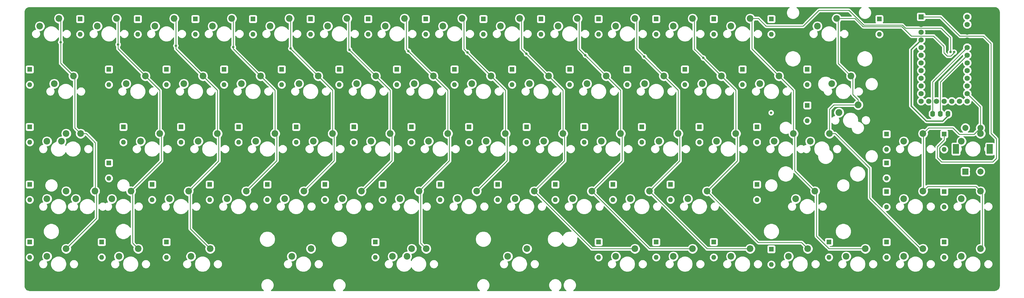
<source format=gbr>
%TF.GenerationSoftware,KiCad,Pcbnew,(5.1.12)-1*%
%TF.CreationDate,2021-12-04T22:19:43-05:00*%
%TF.ProjectId,GanJing 65 rev 2,47616e4a-696e-4672-9036-352072657620,2*%
%TF.SameCoordinates,Original*%
%TF.FileFunction,Copper,L2,Bot*%
%TF.FilePolarity,Positive*%
%FSLAX46Y46*%
G04 Gerber Fmt 4.6, Leading zero omitted, Abs format (unit mm)*
G04 Created by KiCad (PCBNEW (5.1.12)-1) date 2021-12-04 22:19:43*
%MOMM*%
%LPD*%
G01*
G04 APERTURE LIST*
%TA.AperFunction,ComponentPad*%
%ADD10C,2.250000*%
%TD*%
%TA.AperFunction,ComponentPad*%
%ADD11C,1.752600*%
%TD*%
%TA.AperFunction,ComponentPad*%
%ADD12R,1.752600X1.752600*%
%TD*%
%TA.AperFunction,ComponentPad*%
%ADD13C,2.200000*%
%TD*%
%TA.AperFunction,ComponentPad*%
%ADD14C,2.000000*%
%TD*%
%TA.AperFunction,ComponentPad*%
%ADD15R,2.000000X2.000000*%
%TD*%
%TA.AperFunction,WasherPad*%
%ADD16R,2.000000X3.200000*%
%TD*%
%TA.AperFunction,ComponentPad*%
%ADD17O,1.600000X2.000000*%
%TD*%
%TA.AperFunction,ComponentPad*%
%ADD18O,1.600000X1.600000*%
%TD*%
%TA.AperFunction,ComponentPad*%
%ADD19R,1.600000X1.600000*%
%TD*%
%TA.AperFunction,ViaPad*%
%ADD20C,0.800000*%
%TD*%
%TA.AperFunction,Conductor*%
%ADD21C,0.250000*%
%TD*%
%TA.AperFunction,Conductor*%
%ADD22C,0.400000*%
%TD*%
%TA.AperFunction,Conductor*%
%ADD23C,0.254000*%
%TD*%
%TA.AperFunction,Conductor*%
%ADD24C,0.100000*%
%TD*%
G04 APERTURE END LIST*
D10*
%TO.P,MX58,2*%
%TO.N,Net-(D58-Pad2)*%
X320040000Y-130810000D03*
%TO.P,MX58,1*%
%TO.N,col_14*%
X326390000Y-128270000D03*
%TD*%
D11*
%TO.P,U1,3*%
%TO.N,Net-(U1-Pad3)*%
X347186250Y-104210000D03*
%TO.P,U1,28*%
%TO.N,col_12*%
X357346250Y-127070000D03*
D12*
%TO.P,U1,1*%
%TO.N,row_1*%
X347186250Y-99130000D03*
D11*
%TO.P,U1,15*%
%TO.N,row_2*%
X362426250Y-121990000D03*
%TO.P,U1,24*%
%TO.N,rotory_1*%
X362426250Y-99130000D03*
%TO.P,U1,4*%
%TO.N,VCC*%
X347186250Y-106750000D03*
%TO.P,U1,13*%
%TO.N,col_14*%
X362426250Y-127070000D03*
%TO.P,U1,8*%
%TO.N,col_4*%
X347186250Y-116910000D03*
%TO.P,U1,26*%
%TO.N,col_10*%
X352266250Y-127070000D03*
%TO.P,U1,2*%
%TO.N,GND*%
X347186250Y-101670000D03*
%TO.P,U1,25*%
%TO.N,col_9*%
X349726250Y-127070000D03*
%TO.P,U1,16*%
%TO.N,row_3*%
X362426250Y-119450000D03*
%TO.P,U1,5*%
%TO.N,col_1*%
X347186250Y-109290000D03*
%TO.P,U1,19*%
%TO.N,SCL*%
X362426250Y-111830000D03*
%TO.P,U1,20*%
%TO.N,SDA*%
X362426250Y-109290000D03*
%TO.P,U1,11*%
%TO.N,col_7*%
X347186250Y-124530000D03*
%TO.P,U1,21*%
%TO.N,GND*%
X362426250Y-106750000D03*
%TO.P,U1,22*%
X362426250Y-104210000D03*
%TO.P,U1,12*%
%TO.N,col_8*%
X347186250Y-127070000D03*
%TO.P,U1,29*%
%TO.N,col_13*%
X359886250Y-127070000D03*
%TO.P,U1,9*%
%TO.N,col_5*%
X347186250Y-119450000D03*
%TO.P,U1,6*%
%TO.N,col_2*%
X347186250Y-111830000D03*
%TO.P,U1,7*%
%TO.N,col_3*%
X347186250Y-114370000D03*
%TO.P,U1,18*%
%TO.N,row_5*%
X362426250Y-114370000D03*
%TO.P,U1,27*%
%TO.N,col_11*%
X354806250Y-127070000D03*
%TO.P,U1,10*%
%TO.N,col_6*%
X347186250Y-121990000D03*
%TO.P,U1,14*%
%TO.N,S1*%
X362426250Y-124530000D03*
%TO.P,U1,17*%
%TO.N,row_4*%
X362426250Y-116910000D03*
%TO.P,U1,23*%
%TO.N,rotory_2*%
X362426250Y-101670000D03*
%TD*%
D13*
%TO.P,MX76,1*%
%TO.N,S1*%
X366871250Y-137795000D03*
%TO.P,MX76,2*%
%TO.N,S2*%
X360521250Y-140335000D03*
%TD*%
D14*
%TO.P,SW1,S1*%
%TO.N,S1*%
X366831250Y-135875000D03*
%TO.P,SW1,B*%
%TO.N,rotory_2*%
X366831250Y-150375000D03*
D15*
%TO.P,SW1,A*%
%TO.N,rotory_1*%
X361831250Y-150375000D03*
D14*
%TO.P,SW1,C*%
%TO.N,GND*%
X364331250Y-150375000D03*
%TO.P,SW1,S2*%
%TO.N,S2*%
X361831250Y-135875000D03*
D16*
%TO.P,SW1,*%
%TO.N,*%
X369931250Y-142875000D03*
X358731250Y-142875000D03*
%TD*%
D13*
%TO.P,MX75,2*%
%TO.N,Net-(D63-Pad2)*%
X210502500Y-178435000D03*
%TO.P,MX75,1*%
%TO.N,col_7*%
X216852500Y-175895000D03*
%TD*%
%TO.P,MX74,2*%
%TO.N,Net-(D63-Pad2)*%
X172402500Y-178435000D03*
%TO.P,MX74,1*%
%TO.N,col_7*%
X178752500Y-175895000D03*
%TD*%
%TO.P,MX73,1*%
%TO.N,col_7*%
X145415000Y-175895000D03*
%TO.P,MX73,2*%
%TO.N,Net-(D63-Pad2)*%
X139065000Y-178435000D03*
%TD*%
%TO.P,MX72,2*%
%TO.N,Net-(D45-Pad2)*%
X58102500Y-159385000D03*
%TO.P,MX72,1*%
%TO.N,col_1*%
X64452500Y-156845000D03*
%TD*%
%TO.P,MX71,1*%
%TO.N,col_1*%
X64452500Y-137795000D03*
%TO.P,MX71,2*%
%TO.N,Net-(D30-Pad2)*%
X58102500Y-140335000D03*
%TD*%
%TO.P,MX70,2*%
%TO.N,Net-(D70-Pad2)*%
X360521250Y-178435000D03*
%TO.P,MX70,1*%
%TO.N,S1*%
X366871250Y-175895000D03*
%TD*%
%TO.P,MX69,2*%
%TO.N,Net-(D69-Pad2)*%
X341471250Y-178435000D03*
%TO.P,MX69,1*%
%TO.N,col_14*%
X347821250Y-175895000D03*
%TD*%
%TO.P,MX68,2*%
%TO.N,Net-(D68-Pad2)*%
X322421250Y-178435000D03*
%TO.P,MX68,1*%
%TO.N,col_13*%
X328771250Y-175895000D03*
%TD*%
%TO.P,MX67,2*%
%TO.N,Net-(D67-Pad2)*%
X303371250Y-178435000D03*
%TO.P,MX67,1*%
%TO.N,col_12*%
X309721250Y-175895000D03*
%TD*%
%TO.P,MX66,2*%
%TO.N,Net-(D66-Pad2)*%
X284321250Y-178435000D03*
%TO.P,MX66,1*%
%TO.N,col_11*%
X290671250Y-175895000D03*
%TD*%
%TO.P,MX65,2*%
%TO.N,Net-(D65-Pad2)*%
X265271250Y-178435000D03*
%TO.P,MX65,1*%
%TO.N,col_10*%
X271621250Y-175895000D03*
%TD*%
%TO.P,MX64,2*%
%TO.N,Net-(D64-Pad2)*%
X246221250Y-178435000D03*
%TO.P,MX64,1*%
%TO.N,col_9*%
X252571250Y-175895000D03*
%TD*%
%TO.P,MX63,2*%
%TO.N,Net-(D63-Pad2)*%
X177165000Y-178435000D03*
%TO.P,MX63,1*%
%TO.N,col_7*%
X183515000Y-175895000D03*
%TD*%
%TO.P,MX62,2*%
%TO.N,Net-(D62-Pad2)*%
X105727500Y-178435000D03*
%TO.P,MX62,1*%
%TO.N,col_3*%
X112077500Y-175895000D03*
%TD*%
%TO.P,MX61,2*%
%TO.N,Net-(D61-Pad2)*%
X81915000Y-178435000D03*
%TO.P,MX61,1*%
%TO.N,col_2*%
X88265000Y-175895000D03*
%TD*%
%TO.P,MX60,2*%
%TO.N,Net-(D60-Pad2)*%
X58102500Y-178435000D03*
%TO.P,MX60,1*%
%TO.N,col_1*%
X64452500Y-175895000D03*
%TD*%
%TO.P,MX59,2*%
%TO.N,Net-(D59-Pad2)*%
X360521250Y-159385000D03*
%TO.P,MX59,1*%
%TO.N,S1*%
X366871250Y-156845000D03*
%TD*%
%TO.P,MX57,1*%
%TO.N,col_13*%
X312102500Y-156845000D03*
%TO.P,MX57,2*%
%TO.N,Net-(D57-Pad2)*%
X305752500Y-159385000D03*
%TD*%
%TO.P,MX56,2*%
%TO.N,Net-(D56-Pad2)*%
X270033750Y-159385000D03*
%TO.P,MX56,1*%
%TO.N,col_12*%
X276383750Y-156845000D03*
%TD*%
%TO.P,MX55,2*%
%TO.N,Net-(D55-Pad2)*%
X250983750Y-159385000D03*
%TO.P,MX55,1*%
%TO.N,col_11*%
X257333750Y-156845000D03*
%TD*%
%TO.P,MX54,2*%
%TO.N,Net-(D54-Pad2)*%
X231933750Y-159385000D03*
%TO.P,MX54,1*%
%TO.N,col_10*%
X238283750Y-156845000D03*
%TD*%
%TO.P,MX53,2*%
%TO.N,Net-(D53-Pad2)*%
X212883750Y-159385000D03*
%TO.P,MX53,1*%
%TO.N,col_9*%
X219233750Y-156845000D03*
%TD*%
%TO.P,MX52,2*%
%TO.N,Net-(D52-Pad2)*%
X193833750Y-159385000D03*
%TO.P,MX52,1*%
%TO.N,col_8*%
X200183750Y-156845000D03*
%TD*%
%TO.P,MX51,2*%
%TO.N,Net-(D51-Pad2)*%
X174783750Y-159385000D03*
%TO.P,MX51,1*%
%TO.N,col_7*%
X181133750Y-156845000D03*
%TD*%
%TO.P,MX50,2*%
%TO.N,Net-(D50-Pad2)*%
X155733750Y-159385000D03*
%TO.P,MX50,1*%
%TO.N,col_6*%
X162083750Y-156845000D03*
%TD*%
%TO.P,MX49,2*%
%TO.N,Net-(D49-Pad2)*%
X136683750Y-159385000D03*
%TO.P,MX49,1*%
%TO.N,col_5*%
X143033750Y-156845000D03*
%TD*%
%TO.P,MX48,2*%
%TO.N,Net-(D48-Pad2)*%
X117633750Y-159385000D03*
%TO.P,MX48,1*%
%TO.N,col_4*%
X123983750Y-156845000D03*
%TD*%
%TO.P,MX47,2*%
%TO.N,Net-(D47-Pad2)*%
X98583750Y-159385000D03*
%TO.P,MX47,1*%
%TO.N,col_3*%
X104933750Y-156845000D03*
%TD*%
%TO.P,MX46,2*%
%TO.N,Net-(D46-Pad2)*%
X79533750Y-159385000D03*
%TO.P,MX46,1*%
%TO.N,col_2*%
X85883750Y-156845000D03*
%TD*%
%TO.P,MX45,2*%
%TO.N,Net-(D45-Pad2)*%
X67627500Y-159385000D03*
%TO.P,MX45,1*%
%TO.N,col_1*%
X73977500Y-156845000D03*
%TD*%
%TO.P,MX44,2*%
%TO.N,Net-(D44-Pad2)*%
X341471250Y-159385000D03*
%TO.P,MX44,1*%
%TO.N,S1*%
X347821250Y-156845000D03*
%TD*%
%TO.P,MX43,2*%
%TO.N,Net-(D43-Pad2)*%
X310515000Y-140335000D03*
%TO.P,MX43,1*%
%TO.N,col_14*%
X316865000Y-137795000D03*
%TD*%
%TO.P,MX42,2*%
%TO.N,Net-(D42-Pad2)*%
X298608750Y-140335000D03*
%TO.P,MX42,1*%
%TO.N,col_13*%
X304958750Y-137795000D03*
%TD*%
%TO.P,MX41,2*%
%TO.N,Net-(D41-Pad2)*%
X279558750Y-140335000D03*
%TO.P,MX41,1*%
%TO.N,col_12*%
X285908750Y-137795000D03*
%TD*%
%TO.P,MX40,2*%
%TO.N,Net-(D40-Pad2)*%
X260508750Y-140335000D03*
%TO.P,MX40,1*%
%TO.N,col_11*%
X266858750Y-137795000D03*
%TD*%
%TO.P,MX39,2*%
%TO.N,Net-(D39-Pad2)*%
X241458750Y-140335000D03*
%TO.P,MX39,1*%
%TO.N,col_10*%
X247808750Y-137795000D03*
%TD*%
%TO.P,MX38,2*%
%TO.N,Net-(D38-Pad2)*%
X222408750Y-140335000D03*
%TO.P,MX38,1*%
%TO.N,col_9*%
X228758750Y-137795000D03*
%TD*%
%TO.P,MX37,2*%
%TO.N,Net-(D37-Pad2)*%
X203358750Y-140335000D03*
%TO.P,MX37,1*%
%TO.N,col_8*%
X209708750Y-137795000D03*
%TD*%
%TO.P,MX36,2*%
%TO.N,Net-(D36-Pad2)*%
X184308750Y-140335000D03*
%TO.P,MX36,1*%
%TO.N,col_7*%
X190658750Y-137795000D03*
%TD*%
%TO.P,MX35,2*%
%TO.N,Net-(D35-Pad2)*%
X165258750Y-140335000D03*
%TO.P,MX35,1*%
%TO.N,col_6*%
X171608750Y-137795000D03*
%TD*%
%TO.P,MX34,2*%
%TO.N,Net-(D34-Pad2)*%
X146208750Y-140335000D03*
%TO.P,MX34,1*%
%TO.N,col_5*%
X152558750Y-137795000D03*
%TD*%
%TO.P,MX33,2*%
%TO.N,Net-(D33-Pad2)*%
X127158750Y-140335000D03*
%TO.P,MX33,1*%
%TO.N,col_4*%
X133508750Y-137795000D03*
%TD*%
%TO.P,MX32,2*%
%TO.N,Net-(D32-Pad2)*%
X108108750Y-140335000D03*
%TO.P,MX32,1*%
%TO.N,col_3*%
X114458750Y-137795000D03*
%TD*%
%TO.P,MX31,2*%
%TO.N,Net-(D31-Pad2)*%
X89058750Y-140335000D03*
%TO.P,MX31,1*%
%TO.N,col_2*%
X95408750Y-137795000D03*
%TD*%
%TO.P,MX30,1*%
%TO.N,col_1*%
X69215000Y-137795000D03*
%TO.P,MX30,2*%
%TO.N,Net-(D30-Pad2)*%
X62865000Y-140335000D03*
%TD*%
%TO.P,MX29,2*%
%TO.N,Net-(D29-Pad2)*%
X341471250Y-140335000D03*
%TO.P,MX29,1*%
%TO.N,S1*%
X347821250Y-137795000D03*
%TD*%
%TO.P,MX28,1*%
%TO.N,col_14*%
X324008750Y-118745000D03*
%TO.P,MX28,2*%
%TO.N,Net-(D28-Pad2)*%
X317658750Y-121285000D03*
%TD*%
%TO.P,MX27,2*%
%TO.N,Net-(D27-Pad2)*%
X293846250Y-121285000D03*
%TO.P,MX27,1*%
%TO.N,col_13*%
X300196250Y-118745000D03*
%TD*%
%TO.P,MX26,2*%
%TO.N,Net-(D26-Pad2)*%
X274796250Y-121285000D03*
%TO.P,MX26,1*%
%TO.N,col_12*%
X281146250Y-118745000D03*
%TD*%
%TO.P,MX25,2*%
%TO.N,Net-(D25-Pad2)*%
X255746250Y-121285000D03*
%TO.P,MX25,1*%
%TO.N,col_11*%
X262096250Y-118745000D03*
%TD*%
%TO.P,MX24,2*%
%TO.N,Net-(D24-Pad2)*%
X236696250Y-121285000D03*
%TO.P,MX24,1*%
%TO.N,col_10*%
X243046250Y-118745000D03*
%TD*%
%TO.P,MX23,2*%
%TO.N,Net-(D23-Pad2)*%
X217646250Y-121285000D03*
%TO.P,MX23,1*%
%TO.N,col_9*%
X223996250Y-118745000D03*
%TD*%
%TO.P,MX22,2*%
%TO.N,Net-(D22-Pad2)*%
X198596250Y-121285000D03*
%TO.P,MX22,1*%
%TO.N,col_8*%
X204946250Y-118745000D03*
%TD*%
%TO.P,MX21,2*%
%TO.N,Net-(D21-Pad2)*%
X179546250Y-121285000D03*
%TO.P,MX21,1*%
%TO.N,col_7*%
X185896250Y-118745000D03*
%TD*%
%TO.P,MX20,2*%
%TO.N,Net-(D20-Pad2)*%
X160496250Y-121285000D03*
%TO.P,MX20,1*%
%TO.N,col_6*%
X166846250Y-118745000D03*
%TD*%
%TO.P,MX19,2*%
%TO.N,Net-(D19-Pad2)*%
X141446250Y-121285000D03*
%TO.P,MX19,1*%
%TO.N,col_5*%
X147796250Y-118745000D03*
%TD*%
%TO.P,MX18,2*%
%TO.N,Net-(D18-Pad2)*%
X122396250Y-121285000D03*
%TO.P,MX18,1*%
%TO.N,col_4*%
X128746250Y-118745000D03*
%TD*%
%TO.P,MX17,2*%
%TO.N,Net-(D17-Pad2)*%
X103346250Y-121285000D03*
%TO.P,MX17,1*%
%TO.N,col_3*%
X109696250Y-118745000D03*
%TD*%
%TO.P,MX16,2*%
%TO.N,Net-(D16-Pad2)*%
X84296250Y-121285000D03*
%TO.P,MX16,1*%
%TO.N,col_2*%
X90646250Y-118745000D03*
%TD*%
%TO.P,MX15,1*%
%TO.N,col_1*%
X66833750Y-118745000D03*
%TO.P,MX15,2*%
%TO.N,Net-(D15-Pad2)*%
X60483750Y-121285000D03*
%TD*%
%TO.P,MX14,1*%
%TO.N,col_14*%
X319246250Y-99695000D03*
%TO.P,MX14,2*%
%TO.N,Net-(D14-Pad2)*%
X312896250Y-102235000D03*
%TD*%
%TO.P,MX13,2*%
%TO.N,Net-(D13-Pad2)*%
X284321250Y-102235000D03*
%TO.P,MX13,1*%
%TO.N,col_13*%
X290671250Y-99695000D03*
%TD*%
%TO.P,MX12,2*%
%TO.N,Net-(D12-Pad2)*%
X265271250Y-102235000D03*
%TO.P,MX12,1*%
%TO.N,col_12*%
X271621250Y-99695000D03*
%TD*%
%TO.P,MX11,2*%
%TO.N,Net-(D11-Pad2)*%
X246221250Y-102235000D03*
%TO.P,MX11,1*%
%TO.N,col_11*%
X252571250Y-99695000D03*
%TD*%
%TO.P,MX10,2*%
%TO.N,Net-(D10-Pad2)*%
X227171250Y-102235000D03*
%TO.P,MX10,1*%
%TO.N,col_10*%
X233521250Y-99695000D03*
%TD*%
%TO.P,MX9,2*%
%TO.N,Net-(D9-Pad2)*%
X208121250Y-102235000D03*
%TO.P,MX9,1*%
%TO.N,col_9*%
X214471250Y-99695000D03*
%TD*%
%TO.P,MX8,2*%
%TO.N,Net-(D8-Pad2)*%
X189071250Y-102235000D03*
%TO.P,MX8,1*%
%TO.N,col_8*%
X195421250Y-99695000D03*
%TD*%
%TO.P,MX7,2*%
%TO.N,Net-(D7-Pad2)*%
X170021250Y-102235000D03*
%TO.P,MX7,1*%
%TO.N,col_7*%
X176371250Y-99695000D03*
%TD*%
%TO.P,MX6,2*%
%TO.N,Net-(D6-Pad2)*%
X150971250Y-102235000D03*
%TO.P,MX6,1*%
%TO.N,col_6*%
X157321250Y-99695000D03*
%TD*%
%TO.P,MX5,2*%
%TO.N,Net-(D5-Pad2)*%
X131921250Y-102235000D03*
%TO.P,MX5,1*%
%TO.N,col_5*%
X138271250Y-99695000D03*
%TD*%
%TO.P,MX4,2*%
%TO.N,Net-(D4-Pad2)*%
X112871250Y-102235000D03*
%TO.P,MX4,1*%
%TO.N,col_4*%
X119221250Y-99695000D03*
%TD*%
%TO.P,MX3,2*%
%TO.N,Net-(D3-Pad2)*%
X93821250Y-102235000D03*
%TO.P,MX3,1*%
%TO.N,col_3*%
X100171250Y-99695000D03*
%TD*%
%TO.P,MX2,2*%
%TO.N,Net-(D2-Pad2)*%
X74771250Y-102235000D03*
%TO.P,MX2,1*%
%TO.N,col_2*%
X81121250Y-99695000D03*
%TD*%
%TO.P,MX1,2*%
%TO.N,Net-(D1-Pad2)*%
X55721250Y-102235000D03*
%TO.P,MX1,1*%
%TO.N,col_1*%
X62071250Y-99695000D03*
%TD*%
D17*
%TO.P,DS1,1*%
%TO.N,GND*%
X358616250Y-131250000D03*
%TO.P,DS1,3*%
%TO.N,SCL*%
X353536250Y-131250000D03*
%TO.P,DS1,4*%
%TO.N,SDA*%
X350996250Y-131250000D03*
%TO.P,DS1,2*%
%TO.N,VCC*%
X356076250Y-131250000D03*
%TD*%
D18*
%TO.P,D71,2*%
%TO.N,S2*%
X354806250Y-143033750D03*
D19*
%TO.P,D71,1*%
%TO.N,row_1*%
X354806250Y-137953750D03*
%TD*%
D18*
%TO.P,D70,2*%
%TO.N,Net-(D70-Pad2)*%
X354806250Y-178752500D03*
D19*
%TO.P,D70,1*%
%TO.N,row_5*%
X354806250Y-173672500D03*
%TD*%
D18*
%TO.P,D69,2*%
%TO.N,Net-(D69-Pad2)*%
X335756250Y-178752500D03*
D19*
%TO.P,D69,1*%
%TO.N,row_5*%
X335756250Y-173672500D03*
%TD*%
D18*
%TO.P,D68,2*%
%TO.N,Net-(D68-Pad2)*%
X316706250Y-178752500D03*
D19*
%TO.P,D68,1*%
%TO.N,row_5*%
X316706250Y-173672500D03*
%TD*%
D18*
%TO.P,D67,2*%
%TO.N,Net-(D67-Pad2)*%
X297656250Y-181133750D03*
D19*
%TO.P,D67,1*%
%TO.N,row_5*%
X297656250Y-176053750D03*
%TD*%
D18*
%TO.P,D66,2*%
%TO.N,Net-(D66-Pad2)*%
X278606250Y-178752500D03*
D19*
%TO.P,D66,1*%
%TO.N,row_5*%
X278606250Y-173672500D03*
%TD*%
D18*
%TO.P,D65,2*%
%TO.N,Net-(D65-Pad2)*%
X259556250Y-178752500D03*
D19*
%TO.P,D65,1*%
%TO.N,row_5*%
X259556250Y-173672500D03*
%TD*%
D18*
%TO.P,D64,2*%
%TO.N,Net-(D64-Pad2)*%
X240506250Y-178752500D03*
D19*
%TO.P,D64,1*%
%TO.N,row_5*%
X240506250Y-173672500D03*
%TD*%
D18*
%TO.P,D63,2*%
%TO.N,Net-(D63-Pad2)*%
X166687500Y-178752500D03*
D19*
%TO.P,D63,1*%
%TO.N,row_5*%
X166687500Y-173672500D03*
%TD*%
D18*
%TO.P,D62,2*%
%TO.N,Net-(D62-Pad2)*%
X97631250Y-178752500D03*
D19*
%TO.P,D62,1*%
%TO.N,row_5*%
X97631250Y-173672500D03*
%TD*%
D18*
%TO.P,D61,2*%
%TO.N,Net-(D61-Pad2)*%
X76200000Y-178752500D03*
D19*
%TO.P,D61,1*%
%TO.N,row_5*%
X76200000Y-173672500D03*
%TD*%
D18*
%TO.P,D60,2*%
%TO.N,Net-(D60-Pad2)*%
X52387500Y-178752500D03*
D19*
%TO.P,D60,1*%
%TO.N,row_5*%
X52387500Y-173672500D03*
%TD*%
D18*
%TO.P,D59,2*%
%TO.N,Net-(D59-Pad2)*%
X354806250Y-162083750D03*
D19*
%TO.P,D59,1*%
%TO.N,row_4*%
X354806250Y-157003750D03*
%TD*%
D18*
%TO.P,D58,2*%
%TO.N,Net-(D58-Pad2)*%
X309562500Y-133508750D03*
D19*
%TO.P,D58,1*%
%TO.N,row_4*%
X309562500Y-128428750D03*
%TD*%
D18*
%TO.P,D57,2*%
%TO.N,Net-(D57-Pad2)*%
X292893750Y-159702500D03*
D19*
%TO.P,D57,1*%
%TO.N,row_4*%
X292893750Y-154622500D03*
%TD*%
D18*
%TO.P,D56,2*%
%TO.N,Net-(D56-Pad2)*%
X264318750Y-159702500D03*
D19*
%TO.P,D56,1*%
%TO.N,row_4*%
X264318750Y-154622500D03*
%TD*%
D18*
%TO.P,D55,2*%
%TO.N,Net-(D55-Pad2)*%
X245268750Y-159702500D03*
D19*
%TO.P,D55,1*%
%TO.N,row_4*%
X245268750Y-154622500D03*
%TD*%
D18*
%TO.P,D54,2*%
%TO.N,Net-(D54-Pad2)*%
X226218750Y-159702500D03*
D19*
%TO.P,D54,1*%
%TO.N,row_4*%
X226218750Y-154622500D03*
%TD*%
D18*
%TO.P,D53,2*%
%TO.N,Net-(D53-Pad2)*%
X207168750Y-159702500D03*
D19*
%TO.P,D53,1*%
%TO.N,row_4*%
X207168750Y-154622500D03*
%TD*%
D18*
%TO.P,D52,2*%
%TO.N,Net-(D52-Pad2)*%
X188118750Y-159702500D03*
D19*
%TO.P,D52,1*%
%TO.N,row_4*%
X188118750Y-154622500D03*
%TD*%
D18*
%TO.P,D51,2*%
%TO.N,Net-(D51-Pad2)*%
X169068750Y-159702500D03*
D19*
%TO.P,D51,1*%
%TO.N,row_4*%
X169068750Y-154622500D03*
%TD*%
D18*
%TO.P,D50,2*%
%TO.N,Net-(D50-Pad2)*%
X150018750Y-159702500D03*
D19*
%TO.P,D50,1*%
%TO.N,row_4*%
X150018750Y-154622500D03*
%TD*%
D18*
%TO.P,D49,2*%
%TO.N,Net-(D49-Pad2)*%
X130968750Y-159702500D03*
D19*
%TO.P,D49,1*%
%TO.N,row_4*%
X130968750Y-154622500D03*
%TD*%
D18*
%TO.P,D48,2*%
%TO.N,Net-(D48-Pad2)*%
X111918750Y-159702500D03*
D19*
%TO.P,D48,1*%
%TO.N,row_4*%
X111918750Y-154622500D03*
%TD*%
D18*
%TO.P,D47,2*%
%TO.N,Net-(D47-Pad2)*%
X92868750Y-159702500D03*
D19*
%TO.P,D47,1*%
%TO.N,row_4*%
X92868750Y-154622500D03*
%TD*%
D18*
%TO.P,D46,2*%
%TO.N,Net-(D46-Pad2)*%
X78581250Y-152558750D03*
D19*
%TO.P,D46,1*%
%TO.N,row_4*%
X78581250Y-147478750D03*
%TD*%
D18*
%TO.P,D45,2*%
%TO.N,Net-(D45-Pad2)*%
X52387500Y-159702500D03*
D19*
%TO.P,D45,1*%
%TO.N,row_4*%
X52387500Y-154622500D03*
%TD*%
D18*
%TO.P,D44,2*%
%TO.N,Net-(D44-Pad2)*%
X335756250Y-162083750D03*
D19*
%TO.P,D44,1*%
%TO.N,row_3*%
X335756250Y-157003750D03*
%TD*%
D18*
%TO.P,D43,2*%
%TO.N,Net-(D43-Pad2)*%
X335756250Y-152558750D03*
D19*
%TO.P,D43,1*%
%TO.N,row_3*%
X335756250Y-147478750D03*
%TD*%
D18*
%TO.P,D42,2*%
%TO.N,Net-(D42-Pad2)*%
X292893750Y-140652500D03*
D19*
%TO.P,D42,1*%
%TO.N,row_3*%
X292893750Y-135572500D03*
%TD*%
D18*
%TO.P,D41,2*%
%TO.N,Net-(D41-Pad2)*%
X273843750Y-140652500D03*
D19*
%TO.P,D41,1*%
%TO.N,row_3*%
X273843750Y-135572500D03*
%TD*%
D18*
%TO.P,D40,2*%
%TO.N,Net-(D40-Pad2)*%
X254793750Y-140652500D03*
D19*
%TO.P,D40,1*%
%TO.N,row_3*%
X254793750Y-135572500D03*
%TD*%
D18*
%TO.P,D39,2*%
%TO.N,Net-(D39-Pad2)*%
X235743750Y-140652500D03*
D19*
%TO.P,D39,1*%
%TO.N,row_3*%
X235743750Y-135572500D03*
%TD*%
D18*
%TO.P,D38,2*%
%TO.N,Net-(D38-Pad2)*%
X216693750Y-140652500D03*
D19*
%TO.P,D38,1*%
%TO.N,row_3*%
X216693750Y-135572500D03*
%TD*%
D18*
%TO.P,D37,2*%
%TO.N,Net-(D37-Pad2)*%
X197643750Y-140652500D03*
D19*
%TO.P,D37,1*%
%TO.N,row_3*%
X197643750Y-135572500D03*
%TD*%
D18*
%TO.P,D36,2*%
%TO.N,Net-(D36-Pad2)*%
X178593750Y-140652500D03*
D19*
%TO.P,D36,1*%
%TO.N,row_3*%
X178593750Y-135572500D03*
%TD*%
D18*
%TO.P,D35,2*%
%TO.N,Net-(D35-Pad2)*%
X159543750Y-140652500D03*
D19*
%TO.P,D35,1*%
%TO.N,row_3*%
X159543750Y-135572500D03*
%TD*%
D18*
%TO.P,D34,2*%
%TO.N,Net-(D34-Pad2)*%
X140493750Y-140652500D03*
D19*
%TO.P,D34,1*%
%TO.N,row_3*%
X140493750Y-135572500D03*
%TD*%
D18*
%TO.P,D33,2*%
%TO.N,Net-(D33-Pad2)*%
X121443750Y-140652500D03*
D19*
%TO.P,D33,1*%
%TO.N,row_3*%
X121443750Y-135572500D03*
%TD*%
D18*
%TO.P,D32,2*%
%TO.N,Net-(D32-Pad2)*%
X102393750Y-140652500D03*
D19*
%TO.P,D32,1*%
%TO.N,row_3*%
X102393750Y-135572500D03*
%TD*%
D18*
%TO.P,D31,2*%
%TO.N,Net-(D31-Pad2)*%
X83343750Y-140652500D03*
D19*
%TO.P,D31,1*%
%TO.N,row_3*%
X83343750Y-135572500D03*
%TD*%
D18*
%TO.P,D30,2*%
%TO.N,Net-(D30-Pad2)*%
X52387500Y-140652500D03*
D19*
%TO.P,D30,1*%
%TO.N,row_3*%
X52387500Y-135572500D03*
%TD*%
D18*
%TO.P,D29,2*%
%TO.N,Net-(D29-Pad2)*%
X335756250Y-143033750D03*
D19*
%TO.P,D29,1*%
%TO.N,row_2*%
X335756250Y-137953750D03*
%TD*%
D18*
%TO.P,D28,2*%
%TO.N,Net-(D28-Pad2)*%
X309562500Y-121602500D03*
D19*
%TO.P,D28,1*%
%TO.N,row_2*%
X309562500Y-116522500D03*
%TD*%
D18*
%TO.P,D27,2*%
%TO.N,Net-(D27-Pad2)*%
X288131250Y-121602500D03*
D19*
%TO.P,D27,1*%
%TO.N,row_2*%
X288131250Y-116522500D03*
%TD*%
D18*
%TO.P,D26,2*%
%TO.N,Net-(D26-Pad2)*%
X269081250Y-121602500D03*
D19*
%TO.P,D26,1*%
%TO.N,row_2*%
X269081250Y-116522500D03*
%TD*%
D18*
%TO.P,D25,2*%
%TO.N,Net-(D25-Pad2)*%
X250031250Y-121602500D03*
D19*
%TO.P,D25,1*%
%TO.N,row_2*%
X250031250Y-116522500D03*
%TD*%
D18*
%TO.P,D24,2*%
%TO.N,Net-(D24-Pad2)*%
X230981250Y-121602500D03*
D19*
%TO.P,D24,1*%
%TO.N,row_2*%
X230981250Y-116522500D03*
%TD*%
D18*
%TO.P,D23,2*%
%TO.N,Net-(D23-Pad2)*%
X211931250Y-121602500D03*
D19*
%TO.P,D23,1*%
%TO.N,row_2*%
X211931250Y-116522500D03*
%TD*%
D18*
%TO.P,D22,2*%
%TO.N,Net-(D22-Pad2)*%
X192881250Y-121602500D03*
D19*
%TO.P,D22,1*%
%TO.N,row_2*%
X192881250Y-116522500D03*
%TD*%
D18*
%TO.P,D21,2*%
%TO.N,Net-(D21-Pad2)*%
X173831250Y-121602500D03*
D19*
%TO.P,D21,1*%
%TO.N,row_2*%
X173831250Y-116522500D03*
%TD*%
D18*
%TO.P,D20,2*%
%TO.N,Net-(D20-Pad2)*%
X154781250Y-121602500D03*
D19*
%TO.P,D20,1*%
%TO.N,row_2*%
X154781250Y-116522500D03*
%TD*%
D18*
%TO.P,D19,2*%
%TO.N,Net-(D19-Pad2)*%
X135731250Y-121602500D03*
D19*
%TO.P,D19,1*%
%TO.N,row_2*%
X135731250Y-116522500D03*
%TD*%
D18*
%TO.P,D18,2*%
%TO.N,Net-(D18-Pad2)*%
X116681250Y-121602500D03*
D19*
%TO.P,D18,1*%
%TO.N,row_2*%
X116681250Y-116522500D03*
%TD*%
D18*
%TO.P,D17,2*%
%TO.N,Net-(D17-Pad2)*%
X97631250Y-121602500D03*
D19*
%TO.P,D17,1*%
%TO.N,row_2*%
X97631250Y-116522500D03*
%TD*%
D18*
%TO.P,D16,2*%
%TO.N,Net-(D16-Pad2)*%
X78581250Y-121602500D03*
D19*
%TO.P,D16,1*%
%TO.N,row_2*%
X78581250Y-116522500D03*
%TD*%
D18*
%TO.P,D15,2*%
%TO.N,Net-(D15-Pad2)*%
X52387500Y-121602500D03*
D19*
%TO.P,D15,1*%
%TO.N,row_2*%
X52387500Y-116522500D03*
%TD*%
D18*
%TO.P,D14,2*%
%TO.N,Net-(D14-Pad2)*%
X333375000Y-104933750D03*
D19*
%TO.P,D14,1*%
%TO.N,row_1*%
X333375000Y-99853750D03*
%TD*%
D18*
%TO.P,D13,2*%
%TO.N,Net-(D13-Pad2)*%
X297656250Y-104933750D03*
D19*
%TO.P,D13,1*%
%TO.N,row_1*%
X297656250Y-99853750D03*
%TD*%
D18*
%TO.P,D12,2*%
%TO.N,Net-(D12-Pad2)*%
X278606250Y-104933750D03*
D19*
%TO.P,D12,1*%
%TO.N,row_1*%
X278606250Y-99853750D03*
%TD*%
D18*
%TO.P,D11,2*%
%TO.N,Net-(D11-Pad2)*%
X259556250Y-104933750D03*
D19*
%TO.P,D11,1*%
%TO.N,row_1*%
X259556250Y-99853750D03*
%TD*%
D18*
%TO.P,D10,2*%
%TO.N,Net-(D10-Pad2)*%
X240506250Y-104933750D03*
D19*
%TO.P,D10,1*%
%TO.N,row_1*%
X240506250Y-99853750D03*
%TD*%
D18*
%TO.P,D9,2*%
%TO.N,Net-(D9-Pad2)*%
X221456250Y-104933750D03*
D19*
%TO.P,D9,1*%
%TO.N,row_1*%
X221456250Y-99853750D03*
%TD*%
D18*
%TO.P,D8,2*%
%TO.N,Net-(D8-Pad2)*%
X202406250Y-104933750D03*
D19*
%TO.P,D8,1*%
%TO.N,row_1*%
X202406250Y-99853750D03*
%TD*%
D18*
%TO.P,D7,2*%
%TO.N,Net-(D7-Pad2)*%
X183356250Y-104933750D03*
D19*
%TO.P,D7,1*%
%TO.N,row_1*%
X183356250Y-99853750D03*
%TD*%
D18*
%TO.P,D6,2*%
%TO.N,Net-(D6-Pad2)*%
X164306250Y-104933750D03*
D19*
%TO.P,D6,1*%
%TO.N,row_1*%
X164306250Y-99853750D03*
%TD*%
D18*
%TO.P,D5,2*%
%TO.N,Net-(D5-Pad2)*%
X145256250Y-104933750D03*
D19*
%TO.P,D5,1*%
%TO.N,row_1*%
X145256250Y-99853750D03*
%TD*%
D18*
%TO.P,D4,2*%
%TO.N,Net-(D4-Pad2)*%
X126206250Y-104933750D03*
D19*
%TO.P,D4,1*%
%TO.N,row_1*%
X126206250Y-99853750D03*
%TD*%
D18*
%TO.P,D3,2*%
%TO.N,Net-(D3-Pad2)*%
X107156250Y-104933750D03*
D19*
%TO.P,D3,1*%
%TO.N,row_1*%
X107156250Y-99853750D03*
%TD*%
D18*
%TO.P,D2,2*%
%TO.N,Net-(D2-Pad2)*%
X88106250Y-104933750D03*
D19*
%TO.P,D2,1*%
%TO.N,row_1*%
X88106250Y-99853750D03*
%TD*%
D18*
%TO.P,D1,2*%
%TO.N,Net-(D1-Pad2)*%
X69056250Y-104933750D03*
D19*
%TO.P,D1,1*%
%TO.N,row_1*%
X69056250Y-99853750D03*
%TD*%
D20*
%TO.N,GND*%
X185737500Y-185737500D03*
X147637500Y-185737500D03*
X219075000Y-185737500D03*
%TO.N,row_3*%
X297576875Y-130889375D03*
%TO.N,GND*%
X353606250Y-105100000D03*
X360106250Y-118500000D03*
X354806250Y-122600000D03*
X352306250Y-122600000D03*
X90606250Y-102400000D03*
X109606250Y-102400000D03*
X128706250Y-102400000D03*
X147806250Y-102400000D03*
X166806250Y-102400000D03*
X185906250Y-102400000D03*
X204906250Y-102400000D03*
X224006250Y-102400000D03*
X243006250Y-102400000D03*
X262106250Y-102400000D03*
X281106250Y-102400000D03*
X323806250Y-103500000D03*
X304806250Y-101000000D03*
X295106250Y-106300000D03*
X341406250Y-110600000D03*
X342506250Y-113000000D03*
X348706250Y-131400000D03*
X345406250Y-115600000D03*
X64293750Y-130968750D03*
X88106250Y-130968750D03*
X107156250Y-130968750D03*
X126206250Y-130968750D03*
X145256250Y-130968750D03*
X164306250Y-130968750D03*
X183356250Y-130968750D03*
X202406250Y-130968750D03*
X221456250Y-130968750D03*
X240506250Y-130968750D03*
X259556250Y-130968750D03*
X278606250Y-130968750D03*
X340518750Y-130968750D03*
X333375000Y-130968750D03*
X314325000Y-128587500D03*
X59531250Y-111918750D03*
X78581250Y-111918750D03*
X97631250Y-111918750D03*
X116681250Y-111918750D03*
X135731250Y-111918750D03*
X154781250Y-111918750D03*
X173831250Y-111918750D03*
X192881250Y-111918750D03*
X211931250Y-114300000D03*
X230981250Y-114300000D03*
X250031250Y-114300000D03*
X269081250Y-114300000D03*
X288131250Y-114300000D03*
X316706250Y-114300000D03*
X340518750Y-104775000D03*
X92868750Y-147637500D03*
X64293750Y-147637500D03*
X111918750Y-147637500D03*
X130968750Y-147637500D03*
X150018750Y-147637500D03*
X169068750Y-147637500D03*
X188118750Y-147637500D03*
X207168750Y-147637500D03*
X226218750Y-147637500D03*
X245268750Y-147637500D03*
X264318750Y-147637500D03*
X283368750Y-147637500D03*
X309562500Y-147637500D03*
X292893750Y-147637500D03*
X342900000Y-147637500D03*
X66675000Y-166687500D03*
X78581250Y-166687500D03*
X102393750Y-166687500D03*
X121443750Y-166687500D03*
X140493750Y-166687500D03*
X159543750Y-166687500D03*
X178593750Y-166687500D03*
X197643750Y-166687500D03*
X216693750Y-166687500D03*
X235743750Y-166687500D03*
X254793750Y-166687500D03*
X273843750Y-166687500D03*
X309562500Y-166687500D03*
X292893750Y-166687500D03*
X328612500Y-166687500D03*
X345281250Y-166687500D03*
X364331250Y-166687500D03*
X364331250Y-185737500D03*
X345281250Y-185737500D03*
X326231250Y-185737500D03*
X307181250Y-185737500D03*
X288131250Y-185737500D03*
X269081250Y-185737500D03*
X250031250Y-185737500D03*
X209550000Y-185737500D03*
X171450000Y-185737500D03*
X138112500Y-185737500D03*
X109537500Y-185737500D03*
X85725000Y-185737500D03*
X61912500Y-185737500D03*
%TO.N,col_1*%
X62606250Y-107510700D03*
%TO.N,col_2*%
X81606250Y-108300000D03*
%TO.N,col_3*%
X100706250Y-108700000D03*
%TO.N,col_4*%
X119706250Y-109200000D03*
%TO.N,col_5*%
X138706250Y-109600000D03*
%TO.N,col_6*%
X158153750Y-110052500D03*
%TO.N,col_7*%
X177628750Y-110477500D03*
%TO.N,col_8*%
X197153750Y-110952500D03*
%TO.N,col_9*%
X216628750Y-111377500D03*
%TO.N,col_10*%
X236153750Y-111852500D03*
%TO.N,col_11*%
X255628750Y-112277500D03*
%TO.N,col_12*%
X275153750Y-112752500D03*
%TO.N,col_13*%
X356906250Y-110800000D03*
%TO.N,col_14*%
X358106250Y-110800000D03*
%TD*%
D21*
%TO.N,row_1*%
X367806250Y-105500000D02*
X360006250Y-105500000D01*
X370306250Y-108000000D02*
X367806250Y-105500000D01*
X370306250Y-137700000D02*
X370306250Y-108000000D01*
X353636250Y-99130000D02*
X347186250Y-99130000D01*
X372106250Y-139500000D02*
X370306250Y-137700000D01*
X370906250Y-147200000D02*
X372106250Y-146000000D01*
X372106250Y-146000000D02*
X372106250Y-139500000D01*
X354006250Y-147200000D02*
X370906250Y-147200000D01*
X352506250Y-145700000D02*
X354006250Y-147200000D01*
X360006250Y-105500000D02*
X353636250Y-99130000D01*
X352506250Y-142200000D02*
X352506250Y-145700000D01*
X354806250Y-139900000D02*
X352506250Y-142200000D01*
X354806250Y-137953750D02*
X354806250Y-139900000D01*
D22*
%TO.N,VCC*%
X343906250Y-110030000D02*
X347186250Y-106750000D01*
X343906250Y-128600000D02*
X343906250Y-110030000D01*
X348906250Y-133600000D02*
X343906250Y-128600000D01*
X354306250Y-133600000D02*
X348906250Y-133600000D01*
X356076250Y-131830000D02*
X354306250Y-133600000D01*
X356076250Y-131250000D02*
X356076250Y-131830000D01*
D21*
%TO.N,SDA*%
X351006250Y-131240000D02*
X350996250Y-131250000D01*
X351006250Y-120710000D02*
X351006250Y-131240000D01*
X362426250Y-109290000D02*
X351006250Y-120710000D01*
%TO.N,SCL*%
X353536250Y-120720000D02*
X362426250Y-111830000D01*
X353536250Y-131250000D02*
X353536250Y-120720000D01*
%TO.N,col_1*%
X74506250Y-157373750D02*
X73977500Y-156845000D01*
X74506250Y-165841250D02*
X74506250Y-157373750D01*
X64452500Y-175895000D02*
X74506250Y-165841250D01*
X67306250Y-119217500D02*
X66833750Y-118745000D01*
X67306250Y-135886250D02*
X67306250Y-119217500D01*
X69215000Y-137795000D02*
X67306250Y-135886250D01*
X62606250Y-100230000D02*
X62071250Y-99695000D01*
X62606250Y-114517500D02*
X62606250Y-107500000D01*
X66833750Y-118745000D02*
X62606250Y-114517500D01*
X71101250Y-137795000D02*
X69215000Y-137795000D01*
X74106250Y-156716250D02*
X74106250Y-140800000D01*
X74106250Y-140800000D02*
X71101250Y-137795000D01*
X73977500Y-156845000D02*
X74106250Y-156716250D01*
X62606250Y-107500000D02*
X62606250Y-100230000D01*
%TO.N,col_2*%
X95408750Y-123507500D02*
X90646250Y-118745000D01*
X95408750Y-137795000D02*
X95408750Y-123507500D01*
X86406250Y-157367500D02*
X85883750Y-156845000D01*
X86406250Y-174036250D02*
X86406250Y-157367500D01*
X88265000Y-175895000D02*
X86406250Y-174036250D01*
X95906250Y-146822500D02*
X95906250Y-138292500D01*
X95906250Y-138292500D02*
X95408750Y-137795000D01*
X85883750Y-156845000D02*
X95906250Y-146822500D01*
X81606250Y-100180000D02*
X81121250Y-99695000D01*
X81606250Y-109705000D02*
X81606250Y-107500000D01*
X90646250Y-118745000D02*
X81606250Y-109705000D01*
X81606250Y-107500000D02*
X81606250Y-100180000D01*
%TO.N,col_3*%
X114458750Y-123507500D02*
X109696250Y-118745000D01*
X114458750Y-137795000D02*
X114458750Y-123507500D01*
X114906250Y-138242500D02*
X114458750Y-137795000D01*
X114906250Y-146872500D02*
X114906250Y-138242500D01*
X104933750Y-156845000D02*
X114906250Y-146872500D01*
X100706250Y-100230000D02*
X100171250Y-99695000D01*
X100706250Y-109755000D02*
X100706250Y-108700000D01*
X109696250Y-118745000D02*
X100706250Y-109755000D01*
X100706250Y-108700000D02*
X100706250Y-108300000D01*
X100706250Y-108300000D02*
X100706250Y-100230000D01*
X105506250Y-157417500D02*
X104933750Y-156845000D01*
X105506250Y-169300000D02*
X105506250Y-157417500D01*
X112077500Y-175871250D02*
X105506250Y-169300000D01*
X112077500Y-175895000D02*
X112077500Y-175871250D01*
%TO.N,col_4*%
X133508750Y-123507500D02*
X128746250Y-118745000D01*
X133508750Y-137795000D02*
X133508750Y-123507500D01*
X119706250Y-100180000D02*
X119221250Y-99695000D01*
X119706250Y-109705000D02*
X119706250Y-108700000D01*
X128746250Y-118745000D02*
X119706250Y-109705000D01*
X134106250Y-138392500D02*
X133508750Y-137795000D01*
X134106250Y-146722500D02*
X134106250Y-138392500D01*
X123983750Y-156845000D02*
X134106250Y-146722500D01*
X119706250Y-108300000D02*
X119706250Y-100180000D01*
X119706250Y-108700000D02*
X119706250Y-108300000D01*
%TO.N,col_5*%
X152558750Y-123507500D02*
X147796250Y-118745000D01*
X152558750Y-137795000D02*
X152558750Y-123507500D01*
X138706250Y-100130000D02*
X138271250Y-99695000D01*
X138706250Y-109655000D02*
X138706250Y-109200000D01*
X147796250Y-118745000D02*
X138706250Y-109655000D01*
X153106250Y-138342500D02*
X152558750Y-137795000D01*
X153106250Y-146772500D02*
X153106250Y-138342500D01*
X143033750Y-156845000D02*
X153106250Y-146772500D01*
X138706250Y-108300000D02*
X138706250Y-100130000D01*
X138706250Y-109200000D02*
X138706250Y-109200000D01*
X138706250Y-109200000D02*
X138706250Y-108300000D01*
%TO.N,col_6*%
X171608750Y-123507500D02*
X166846250Y-118745000D01*
X171608750Y-137795000D02*
X171608750Y-123507500D01*
X172206250Y-138392500D02*
X171608750Y-137795000D01*
X172206250Y-146722500D02*
X172206250Y-138392500D01*
X162083750Y-156845000D02*
X172206250Y-146722500D01*
X157906250Y-100280000D02*
X157321250Y-99695000D01*
X157906250Y-109805000D02*
X157906250Y-109600000D01*
X166846250Y-118745000D02*
X158153750Y-110052500D01*
X157906250Y-108300000D02*
X157906250Y-100280000D01*
X157906250Y-109600000D02*
X157906250Y-108300000D01*
X158153750Y-110052500D02*
X157906250Y-109805000D01*
%TO.N,col_7*%
X190658750Y-123507500D02*
X185896250Y-118745000D01*
X190658750Y-137795000D02*
X190658750Y-123507500D01*
X191206250Y-138342500D02*
X190658750Y-137795000D01*
X191206250Y-146772500D02*
X191206250Y-138342500D01*
X181133750Y-156845000D02*
X191206250Y-146772500D01*
X176906250Y-100230000D02*
X176371250Y-99695000D01*
X176906250Y-109755000D02*
X176906250Y-108300000D01*
X185896250Y-118745000D02*
X177628750Y-110477500D01*
X176906250Y-108300000D02*
X176906250Y-100230000D01*
X177178750Y-110027500D02*
X176906250Y-109755000D01*
X177628750Y-110477500D02*
X177178750Y-110027500D01*
X181706250Y-157417500D02*
X181133750Y-156845000D01*
X181706250Y-174086250D02*
X181706250Y-157417500D01*
X183515000Y-175895000D02*
X181706250Y-174086250D01*
%TO.N,col_8*%
X209708750Y-123507500D02*
X204946250Y-118745000D01*
X209708750Y-137795000D02*
X209708750Y-123507500D01*
X196006250Y-100280000D02*
X195421250Y-99695000D01*
X196006250Y-109805000D02*
X196006250Y-108300000D01*
X204946250Y-118745000D02*
X197153750Y-110952500D01*
X210306250Y-138392500D02*
X209708750Y-137795000D01*
X210306250Y-146722500D02*
X210306250Y-138392500D01*
X200183750Y-156845000D02*
X210306250Y-146722500D01*
X196006250Y-108300000D02*
X196006250Y-100280000D01*
X196703750Y-110502500D02*
X196006250Y-109805000D01*
X197153750Y-110952500D02*
X196703750Y-110502500D01*
%TO.N,col_9*%
X228758750Y-123507500D02*
X223996250Y-118745000D01*
X228758750Y-137795000D02*
X228758750Y-123507500D01*
X238283750Y-175895000D02*
X219233750Y-156845000D01*
X252571250Y-175895000D02*
X238283750Y-175895000D01*
X215006250Y-100230000D02*
X214471250Y-99695000D01*
X215006250Y-109755000D02*
X215006250Y-108400000D01*
X223996250Y-118745000D02*
X216628750Y-111377500D01*
X229306250Y-138342500D02*
X228758750Y-137795000D01*
X229306250Y-146772500D02*
X229306250Y-138342500D01*
X219233750Y-156845000D02*
X229306250Y-146772500D01*
X215006250Y-108400000D02*
X215006250Y-100230000D01*
X216628750Y-111377500D02*
X215006250Y-109755000D01*
%TO.N,col_10*%
X247808750Y-123507500D02*
X243046250Y-118745000D01*
X247808750Y-137795000D02*
X247808750Y-123507500D01*
X257333750Y-175895000D02*
X238283750Y-156845000D01*
X271621250Y-175895000D02*
X257333750Y-175895000D01*
X234106250Y-100280000D02*
X233521250Y-99695000D01*
X234106250Y-109805000D02*
X234106250Y-108600000D01*
X243046250Y-118745000D02*
X236153750Y-111852500D01*
X248306250Y-146822500D02*
X248306250Y-138292500D01*
X248306250Y-138292500D02*
X247808750Y-137795000D01*
X238283750Y-156845000D02*
X248306250Y-146822500D01*
X234106250Y-108600000D02*
X234106250Y-100280000D01*
X236153750Y-111852500D02*
X234106250Y-109805000D01*
%TO.N,col_11*%
X266858750Y-123507500D02*
X262096250Y-118745000D01*
X266858750Y-137795000D02*
X266858750Y-123507500D01*
X276383750Y-175895000D02*
X257333750Y-156845000D01*
X290671250Y-175895000D02*
X276383750Y-175895000D01*
X267406250Y-138342500D02*
X266858750Y-137795000D01*
X267406250Y-146772500D02*
X267406250Y-138342500D01*
X257333750Y-156845000D02*
X267406250Y-146772500D01*
X253106250Y-100230000D02*
X252571250Y-99695000D01*
X253106250Y-109755000D02*
X253106250Y-108700000D01*
X262096250Y-118745000D02*
X255628750Y-112277500D01*
X253106250Y-108700000D02*
X253106250Y-100230000D01*
X255628750Y-112277500D02*
X255628750Y-112277500D01*
X255628750Y-112277500D02*
X253106250Y-109755000D01*
%TO.N,col_12*%
X285908750Y-123507500D02*
X281146250Y-118745000D01*
X285908750Y-137795000D02*
X285908750Y-123507500D01*
X286406250Y-138292500D02*
X285908750Y-137795000D01*
X286406250Y-146822500D02*
X286406250Y-138292500D01*
X276383750Y-156845000D02*
X286406250Y-146822500D01*
X272206250Y-109805000D02*
X272206250Y-108400000D01*
X272206250Y-100280000D02*
X271621250Y-99695000D01*
X281146250Y-118745000D02*
X275153750Y-112752500D01*
X272206250Y-108400000D02*
X272206250Y-100280000D01*
X275153750Y-112752500D02*
X272206250Y-109805000D01*
X293370000Y-173831250D02*
X276383750Y-156845000D01*
X307657500Y-173831250D02*
X293370000Y-173831250D01*
X309721250Y-175895000D02*
X307657500Y-173831250D01*
%TO.N,col_13*%
X304958750Y-123507500D02*
X304958750Y-137795000D01*
X300196250Y-118745000D02*
X304958750Y-123507500D01*
X312606250Y-157348750D02*
X312102500Y-156845000D01*
X316743748Y-175895000D02*
X312606250Y-171757502D01*
X312606250Y-171757502D02*
X312606250Y-157348750D01*
X328771250Y-175895000D02*
X316743748Y-175895000D01*
X305406250Y-150148750D02*
X312102500Y-156845000D01*
X305406250Y-138242500D02*
X305406250Y-150148750D01*
X304958750Y-137795000D02*
X305406250Y-138242500D01*
X291206250Y-100230000D02*
X290671250Y-99695000D01*
X291206250Y-109755000D02*
X291206250Y-108300000D01*
X300196250Y-118745000D02*
X291206250Y-109755000D01*
X291206250Y-108300000D02*
X291206250Y-100230000D01*
X353806250Y-102900000D02*
X356906250Y-106000000D01*
X341006250Y-101900000D02*
X342006250Y-102900000D01*
X342006250Y-102900000D02*
X353806250Y-102900000D01*
X323306250Y-97000000D02*
X328206250Y-101900000D01*
X313406250Y-97000000D02*
X323306250Y-97000000D01*
X308206250Y-102200000D02*
X313406250Y-97000000D01*
X293401250Y-99695000D02*
X295906250Y-102200000D01*
X356906250Y-106000000D02*
X356906250Y-110800000D01*
X328206250Y-101900000D02*
X341006250Y-101900000D01*
X295906250Y-102200000D02*
X308206250Y-102200000D01*
X290671250Y-99695000D02*
X293401250Y-99695000D01*
%TO.N,col_14*%
X319806250Y-100255000D02*
X319246250Y-99695000D01*
X319806250Y-114542500D02*
X319806250Y-108500000D01*
X324008750Y-118745000D02*
X319806250Y-114542500D01*
X324606250Y-124800000D02*
X324606250Y-119342500D01*
X324606250Y-119342500D02*
X324008750Y-118745000D01*
X326390000Y-126583750D02*
X324606250Y-124800000D01*
X326390000Y-128270000D02*
X326390000Y-126583750D01*
X318336250Y-128270000D02*
X326390000Y-128270000D01*
X316865000Y-129741250D02*
X318336250Y-128270000D01*
X316865000Y-137795000D02*
X316865000Y-129741250D01*
X318801250Y-137795000D02*
X316865000Y-137795000D01*
X330206250Y-149200000D02*
X318801250Y-137795000D01*
X330206250Y-159100000D02*
X330206250Y-149200000D01*
X347001250Y-175895000D02*
X330206250Y-159100000D01*
X347821250Y-175895000D02*
X347001250Y-175895000D01*
X319806250Y-108500000D02*
X319806250Y-100255000D01*
X358106250Y-111000000D02*
X358106250Y-110800000D01*
X355806250Y-112100000D02*
X357006250Y-112100000D01*
X354706250Y-111000000D02*
X355806250Y-112100000D01*
X343969840Y-105500000D02*
X351306250Y-105500000D01*
X354706250Y-108900000D02*
X354706250Y-111000000D01*
X328019850Y-102350010D02*
X340819850Y-102350010D01*
X351306250Y-105500000D02*
X354706250Y-108900000D01*
X325364840Y-99695000D02*
X328019850Y-102350010D01*
X357006250Y-112100000D02*
X358106250Y-111000000D01*
X340819850Y-102350010D02*
X343969840Y-105500000D01*
X319246250Y-99695000D02*
X325364840Y-99695000D01*
%TO.N,S1*%
X367406250Y-175360000D02*
X367406250Y-157380000D01*
X367406250Y-157380000D02*
X366871250Y-156845000D01*
X366871250Y-175895000D02*
X367406250Y-175360000D01*
X349366250Y-155300000D02*
X347821250Y-156845000D01*
X365326250Y-155300000D02*
X349366250Y-155300000D01*
X366871250Y-156845000D02*
X365326250Y-155300000D01*
X364706250Y-138000000D02*
X366831250Y-135875000D01*
X359806250Y-138000000D02*
X364706250Y-138000000D01*
X357706250Y-135900000D02*
X359806250Y-138000000D01*
X349716250Y-135900000D02*
X357706250Y-135900000D01*
X347821250Y-137795000D02*
X349716250Y-135900000D01*
X366831250Y-128935000D02*
X362426250Y-124530000D01*
X366831250Y-135875000D02*
X366831250Y-128935000D01*
X348006250Y-156660000D02*
X347821250Y-156845000D01*
X348006250Y-137980000D02*
X348006250Y-156660000D01*
X347821250Y-137795000D02*
X348006250Y-137980000D01*
%TD*%
D23*
%TO.N,GND*%
X303429330Y-96097219D02*
X303128469Y-96398080D01*
X302892083Y-96751856D01*
X302729258Y-97144951D01*
X302646250Y-97562259D01*
X302646250Y-97987741D01*
X302729258Y-98405049D01*
X302892083Y-98798144D01*
X303128469Y-99151920D01*
X303429330Y-99452781D01*
X303783106Y-99689167D01*
X304176201Y-99851992D01*
X304593509Y-99935000D01*
X305018991Y-99935000D01*
X305436299Y-99851992D01*
X305829394Y-99689167D01*
X306183170Y-99452781D01*
X306484031Y-99151920D01*
X306720417Y-98798144D01*
X306883242Y-98405049D01*
X306966250Y-97987741D01*
X306966250Y-97562259D01*
X306883242Y-97144951D01*
X306720417Y-96751856D01*
X306484031Y-96398080D01*
X306183170Y-96097219D01*
X306052638Y-96010000D01*
X327359862Y-96010000D01*
X327229330Y-96097219D01*
X326928469Y-96398080D01*
X326692083Y-96751856D01*
X326529258Y-97144951D01*
X326446250Y-97562259D01*
X326446250Y-97987741D01*
X326529258Y-98405049D01*
X326692083Y-98798144D01*
X326928469Y-99151920D01*
X327229330Y-99452781D01*
X327583106Y-99689167D01*
X327976201Y-99851992D01*
X328393509Y-99935000D01*
X328818991Y-99935000D01*
X329236299Y-99851992D01*
X329629394Y-99689167D01*
X329983170Y-99452781D01*
X330284031Y-99151920D01*
X330520417Y-98798144D01*
X330683242Y-98405049D01*
X330766250Y-97987741D01*
X330766250Y-97562259D01*
X330683242Y-97144951D01*
X330520417Y-96751856D01*
X330284031Y-96398080D01*
X329983170Y-96097219D01*
X329852638Y-96010000D01*
X371437827Y-96010000D01*
X371789195Y-96044452D01*
X372091421Y-96135699D01*
X372370169Y-96283911D01*
X372614820Y-96483445D01*
X372816056Y-96726696D01*
X372966212Y-97004404D01*
X373059566Y-97305982D01*
X373096251Y-97655020D01*
X373096250Y-188081577D01*
X373061798Y-188432945D01*
X372970550Y-188735172D01*
X372822336Y-189013922D01*
X372622808Y-189258567D01*
X372379551Y-189459808D01*
X372101845Y-189609962D01*
X371800268Y-189703316D01*
X371451240Y-189740000D01*
X232197038Y-189740000D01*
X232351182Y-189637004D01*
X232651904Y-189336282D01*
X232888181Y-188982670D01*
X233050930Y-188589757D01*
X233133900Y-188172643D01*
X233133900Y-187747357D01*
X233050930Y-187330243D01*
X232888181Y-186937330D01*
X232651904Y-186583718D01*
X232351182Y-186282996D01*
X231997570Y-186046719D01*
X231604657Y-185883970D01*
X231187543Y-185801000D01*
X230762257Y-185801000D01*
X230345143Y-185883970D01*
X229952230Y-186046719D01*
X229598618Y-186282996D01*
X229297896Y-186583718D01*
X229061619Y-186937330D01*
X228898870Y-187330243D01*
X228815900Y-187747357D01*
X228815900Y-188172643D01*
X228898870Y-188589757D01*
X229061619Y-188982670D01*
X229297896Y-189336282D01*
X229598618Y-189637004D01*
X229752762Y-189740000D01*
X227458888Y-189740000D01*
X227589420Y-189652781D01*
X227890281Y-189351920D01*
X228126667Y-188998144D01*
X228289492Y-188605049D01*
X228372500Y-188187741D01*
X228372500Y-187762259D01*
X228289492Y-187344951D01*
X228126667Y-186951856D01*
X227890281Y-186598080D01*
X227589420Y-186297219D01*
X227235644Y-186060833D01*
X226842549Y-185898008D01*
X226425241Y-185815000D01*
X225999759Y-185815000D01*
X225582451Y-185898008D01*
X225189356Y-186060833D01*
X224835580Y-186297219D01*
X224534719Y-186598080D01*
X224298333Y-186951856D01*
X224135508Y-187344951D01*
X224052500Y-187762259D01*
X224052500Y-188187741D01*
X224135508Y-188605049D01*
X224298333Y-188998144D01*
X224534719Y-189351920D01*
X224835580Y-189652781D01*
X224966112Y-189740000D01*
X203658888Y-189740000D01*
X203789420Y-189652781D01*
X204090281Y-189351920D01*
X204326667Y-188998144D01*
X204489492Y-188605049D01*
X204572500Y-188187741D01*
X204572500Y-187762259D01*
X204489492Y-187344951D01*
X204326667Y-186951856D01*
X204090281Y-186598080D01*
X203789420Y-186297219D01*
X203435644Y-186060833D01*
X203042549Y-185898008D01*
X202625241Y-185815000D01*
X202199759Y-185815000D01*
X201782451Y-185898008D01*
X201389356Y-186060833D01*
X201035580Y-186297219D01*
X200734719Y-186598080D01*
X200498333Y-186951856D01*
X200335508Y-187344951D01*
X200252500Y-187762259D01*
X200252500Y-188187741D01*
X200335508Y-188605049D01*
X200498333Y-188998144D01*
X200734719Y-189351920D01*
X201035580Y-189652781D01*
X201166112Y-189740000D01*
X156021388Y-189740000D01*
X156151920Y-189652781D01*
X156452781Y-189351920D01*
X156689167Y-188998144D01*
X156851992Y-188605049D01*
X156935000Y-188187741D01*
X156935000Y-187762259D01*
X156851992Y-187344951D01*
X156689167Y-186951856D01*
X156452781Y-186598080D01*
X156151920Y-186297219D01*
X155798144Y-186060833D01*
X155405049Y-185898008D01*
X154987741Y-185815000D01*
X154562259Y-185815000D01*
X154144951Y-185898008D01*
X153751856Y-186060833D01*
X153398080Y-186297219D01*
X153097219Y-186598080D01*
X152860833Y-186951856D01*
X152698008Y-187344951D01*
X152615000Y-187762259D01*
X152615000Y-188187741D01*
X152698008Y-188605049D01*
X152860833Y-188998144D01*
X153097219Y-189351920D01*
X153398080Y-189652781D01*
X153528612Y-189740000D01*
X132221388Y-189740000D01*
X132351920Y-189652781D01*
X132652781Y-189351920D01*
X132889167Y-188998144D01*
X133051992Y-188605049D01*
X133135000Y-188187741D01*
X133135000Y-187762259D01*
X133134100Y-187757734D01*
X133134100Y-187747357D01*
X133051130Y-187330243D01*
X132888381Y-186937330D01*
X132652104Y-186583718D01*
X132351382Y-186282996D01*
X131997770Y-186046719D01*
X131604857Y-185883970D01*
X131187743Y-185801000D01*
X130762457Y-185801000D01*
X130345343Y-185883970D01*
X129952430Y-186046719D01*
X129598818Y-186282996D01*
X129298096Y-186583718D01*
X129061819Y-186937330D01*
X128899070Y-187330243D01*
X128816100Y-187747357D01*
X128816100Y-187756729D01*
X128815000Y-187762259D01*
X128815000Y-188187741D01*
X128898008Y-188605049D01*
X129060833Y-188998144D01*
X129297219Y-189351920D01*
X129598080Y-189652781D01*
X129728612Y-189740000D01*
X52424673Y-189740000D01*
X52073305Y-189705548D01*
X51771078Y-189614300D01*
X51492328Y-189466086D01*
X51247683Y-189266558D01*
X51046442Y-189023301D01*
X50896288Y-188745595D01*
X50802934Y-188444018D01*
X50766250Y-188094990D01*
X50766250Y-180828740D01*
X55347500Y-180828740D01*
X55347500Y-181121260D01*
X55404568Y-181408158D01*
X55516510Y-181678411D01*
X55679025Y-181921632D01*
X55885868Y-182128475D01*
X56129089Y-182290990D01*
X56399342Y-182402932D01*
X56686240Y-182460000D01*
X56978760Y-182460000D01*
X57265658Y-182402932D01*
X57535911Y-182290990D01*
X57779132Y-182128475D01*
X57985975Y-181921632D01*
X58148490Y-181678411D01*
X58260432Y-181408158D01*
X58317500Y-181121260D01*
X58317500Y-180828740D01*
X58294971Y-180715475D01*
X59277500Y-180715475D01*
X59277500Y-181234525D01*
X59378761Y-181743601D01*
X59577393Y-182223141D01*
X59865762Y-182654715D01*
X60232785Y-183021738D01*
X60664359Y-183310107D01*
X61143899Y-183508739D01*
X61652975Y-183610000D01*
X62172025Y-183610000D01*
X62681101Y-183508739D01*
X63160641Y-183310107D01*
X63592215Y-183021738D01*
X63959238Y-182654715D01*
X64247607Y-182223141D01*
X64446239Y-181743601D01*
X64547500Y-181234525D01*
X64547500Y-180828740D01*
X65507500Y-180828740D01*
X65507500Y-181121260D01*
X65564568Y-181408158D01*
X65676510Y-181678411D01*
X65839025Y-181921632D01*
X66045868Y-182128475D01*
X66289089Y-182290990D01*
X66559342Y-182402932D01*
X66846240Y-182460000D01*
X67138760Y-182460000D01*
X67425658Y-182402932D01*
X67695911Y-182290990D01*
X67939132Y-182128475D01*
X68145975Y-181921632D01*
X68308490Y-181678411D01*
X68420432Y-181408158D01*
X68477500Y-181121260D01*
X68477500Y-180828740D01*
X79160000Y-180828740D01*
X79160000Y-181121260D01*
X79217068Y-181408158D01*
X79329010Y-181678411D01*
X79491525Y-181921632D01*
X79698368Y-182128475D01*
X79941589Y-182290990D01*
X80211842Y-182402932D01*
X80498740Y-182460000D01*
X80791260Y-182460000D01*
X81078158Y-182402932D01*
X81348411Y-182290990D01*
X81591632Y-182128475D01*
X81798475Y-181921632D01*
X81960990Y-181678411D01*
X82072932Y-181408158D01*
X82130000Y-181121260D01*
X82130000Y-180828740D01*
X82107471Y-180715475D01*
X83090000Y-180715475D01*
X83090000Y-181234525D01*
X83191261Y-181743601D01*
X83389893Y-182223141D01*
X83678262Y-182654715D01*
X84045285Y-183021738D01*
X84476859Y-183310107D01*
X84956399Y-183508739D01*
X85465475Y-183610000D01*
X85984525Y-183610000D01*
X86493601Y-183508739D01*
X86973141Y-183310107D01*
X87404715Y-183021738D01*
X87771738Y-182654715D01*
X88060107Y-182223141D01*
X88258739Y-181743601D01*
X88360000Y-181234525D01*
X88360000Y-180828740D01*
X89320000Y-180828740D01*
X89320000Y-181121260D01*
X89377068Y-181408158D01*
X89489010Y-181678411D01*
X89651525Y-181921632D01*
X89858368Y-182128475D01*
X90101589Y-182290990D01*
X90371842Y-182402932D01*
X90658740Y-182460000D01*
X90951260Y-182460000D01*
X91238158Y-182402932D01*
X91508411Y-182290990D01*
X91751632Y-182128475D01*
X91958475Y-181921632D01*
X92120990Y-181678411D01*
X92232932Y-181408158D01*
X92290000Y-181121260D01*
X92290000Y-180828740D01*
X102972500Y-180828740D01*
X102972500Y-181121260D01*
X103029568Y-181408158D01*
X103141510Y-181678411D01*
X103304025Y-181921632D01*
X103510868Y-182128475D01*
X103754089Y-182290990D01*
X104024342Y-182402932D01*
X104311240Y-182460000D01*
X104603760Y-182460000D01*
X104890658Y-182402932D01*
X105160911Y-182290990D01*
X105404132Y-182128475D01*
X105610975Y-181921632D01*
X105773490Y-181678411D01*
X105885432Y-181408158D01*
X105942500Y-181121260D01*
X105942500Y-180828740D01*
X105919971Y-180715475D01*
X106902500Y-180715475D01*
X106902500Y-181234525D01*
X107003761Y-181743601D01*
X107202393Y-182223141D01*
X107490762Y-182654715D01*
X107857785Y-183021738D01*
X108289359Y-183310107D01*
X108768899Y-183508739D01*
X109277975Y-183610000D01*
X109797025Y-183610000D01*
X110306101Y-183508739D01*
X110785641Y-183310107D01*
X111217215Y-183021738D01*
X111584238Y-182654715D01*
X111872607Y-182223141D01*
X112071239Y-181743601D01*
X112172500Y-181234525D01*
X112172500Y-180828740D01*
X113132500Y-180828740D01*
X113132500Y-181121260D01*
X113189568Y-181408158D01*
X113301510Y-181678411D01*
X113464025Y-181921632D01*
X113670868Y-182128475D01*
X113914089Y-182290990D01*
X114184342Y-182402932D01*
X114471240Y-182460000D01*
X114763760Y-182460000D01*
X115050658Y-182402932D01*
X115320911Y-182290990D01*
X115564132Y-182128475D01*
X115770975Y-181921632D01*
X115933490Y-181678411D01*
X116045432Y-181408158D01*
X116102500Y-181121260D01*
X116102500Y-180828740D01*
X136310000Y-180828740D01*
X136310000Y-181121260D01*
X136367068Y-181408158D01*
X136479010Y-181678411D01*
X136641525Y-181921632D01*
X136848368Y-182128475D01*
X137091589Y-182290990D01*
X137361842Y-182402932D01*
X137648740Y-182460000D01*
X137941260Y-182460000D01*
X138228158Y-182402932D01*
X138498411Y-182290990D01*
X138741632Y-182128475D01*
X138948475Y-181921632D01*
X139110990Y-181678411D01*
X139222932Y-181408158D01*
X139280000Y-181121260D01*
X139280000Y-180828740D01*
X139257471Y-180715475D01*
X140240000Y-180715475D01*
X140240000Y-181234525D01*
X140341261Y-181743601D01*
X140539893Y-182223141D01*
X140828262Y-182654715D01*
X141195285Y-183021738D01*
X141626859Y-183310107D01*
X142106399Y-183508739D01*
X142615475Y-183610000D01*
X143134525Y-183610000D01*
X143643601Y-183508739D01*
X144123141Y-183310107D01*
X144554715Y-183021738D01*
X144921738Y-182654715D01*
X145210107Y-182223141D01*
X145408739Y-181743601D01*
X145510000Y-181234525D01*
X145510000Y-180828740D01*
X146470000Y-180828740D01*
X146470000Y-181121260D01*
X146527068Y-181408158D01*
X146639010Y-181678411D01*
X146801525Y-181921632D01*
X147008368Y-182128475D01*
X147251589Y-182290990D01*
X147521842Y-182402932D01*
X147808740Y-182460000D01*
X148101260Y-182460000D01*
X148388158Y-182402932D01*
X148658411Y-182290990D01*
X148901632Y-182128475D01*
X149108475Y-181921632D01*
X149270990Y-181678411D01*
X149382932Y-181408158D01*
X149440000Y-181121260D01*
X149440000Y-180828740D01*
X169647500Y-180828740D01*
X169647500Y-181121260D01*
X169704568Y-181408158D01*
X169816510Y-181678411D01*
X169979025Y-181921632D01*
X170185868Y-182128475D01*
X170429089Y-182290990D01*
X170699342Y-182402932D01*
X170986240Y-182460000D01*
X171278760Y-182460000D01*
X171565658Y-182402932D01*
X171835911Y-182290990D01*
X172079132Y-182128475D01*
X172285975Y-181921632D01*
X172448490Y-181678411D01*
X172560432Y-181408158D01*
X172617500Y-181121260D01*
X172617500Y-180828740D01*
X172594971Y-180715475D01*
X173577500Y-180715475D01*
X173577500Y-181234525D01*
X173678761Y-181743601D01*
X173877393Y-182223141D01*
X174165762Y-182654715D01*
X174532785Y-183021738D01*
X174964359Y-183310107D01*
X175443899Y-183508739D01*
X175952975Y-183610000D01*
X176472025Y-183610000D01*
X176981101Y-183508739D01*
X177460641Y-183310107D01*
X177892215Y-183021738D01*
X178259238Y-182654715D01*
X178547607Y-182223141D01*
X178593750Y-182111742D01*
X178639893Y-182223141D01*
X178928262Y-182654715D01*
X179295285Y-183021738D01*
X179726859Y-183310107D01*
X180206399Y-183508739D01*
X180715475Y-183610000D01*
X181234525Y-183610000D01*
X181743601Y-183508739D01*
X182223141Y-183310107D01*
X182654715Y-183021738D01*
X183021738Y-182654715D01*
X183310107Y-182223141D01*
X183508739Y-181743601D01*
X183610000Y-181234525D01*
X183610000Y-180828740D01*
X184570000Y-180828740D01*
X184570000Y-181121260D01*
X184627068Y-181408158D01*
X184739010Y-181678411D01*
X184901525Y-181921632D01*
X185108368Y-182128475D01*
X185351589Y-182290990D01*
X185621842Y-182402932D01*
X185908740Y-182460000D01*
X186201260Y-182460000D01*
X186488158Y-182402932D01*
X186758411Y-182290990D01*
X187001632Y-182128475D01*
X187208475Y-181921632D01*
X187370990Y-181678411D01*
X187482932Y-181408158D01*
X187540000Y-181121260D01*
X187540000Y-180828740D01*
X207747500Y-180828740D01*
X207747500Y-181121260D01*
X207804568Y-181408158D01*
X207916510Y-181678411D01*
X208079025Y-181921632D01*
X208285868Y-182128475D01*
X208529089Y-182290990D01*
X208799342Y-182402932D01*
X209086240Y-182460000D01*
X209378760Y-182460000D01*
X209665658Y-182402932D01*
X209935911Y-182290990D01*
X210179132Y-182128475D01*
X210385975Y-181921632D01*
X210548490Y-181678411D01*
X210660432Y-181408158D01*
X210717500Y-181121260D01*
X210717500Y-180828740D01*
X210694971Y-180715475D01*
X211677500Y-180715475D01*
X211677500Y-181234525D01*
X211778761Y-181743601D01*
X211977393Y-182223141D01*
X212265762Y-182654715D01*
X212632785Y-183021738D01*
X213064359Y-183310107D01*
X213543899Y-183508739D01*
X214052975Y-183610000D01*
X214572025Y-183610000D01*
X215081101Y-183508739D01*
X215560641Y-183310107D01*
X215992215Y-183021738D01*
X216359238Y-182654715D01*
X216647607Y-182223141D01*
X216846239Y-181743601D01*
X216947500Y-181234525D01*
X216947500Y-180828740D01*
X217907500Y-180828740D01*
X217907500Y-181121260D01*
X217964568Y-181408158D01*
X218076510Y-181678411D01*
X218239025Y-181921632D01*
X218445868Y-182128475D01*
X218689089Y-182290990D01*
X218959342Y-182402932D01*
X219246240Y-182460000D01*
X219538760Y-182460000D01*
X219825658Y-182402932D01*
X220095911Y-182290990D01*
X220339132Y-182128475D01*
X220545975Y-181921632D01*
X220708490Y-181678411D01*
X220820432Y-181408158D01*
X220877500Y-181121260D01*
X220877500Y-180828740D01*
X243466250Y-180828740D01*
X243466250Y-181121260D01*
X243523318Y-181408158D01*
X243635260Y-181678411D01*
X243797775Y-181921632D01*
X244004618Y-182128475D01*
X244247839Y-182290990D01*
X244518092Y-182402932D01*
X244804990Y-182460000D01*
X245097510Y-182460000D01*
X245384408Y-182402932D01*
X245654661Y-182290990D01*
X245897882Y-182128475D01*
X246104725Y-181921632D01*
X246267240Y-181678411D01*
X246379182Y-181408158D01*
X246436250Y-181121260D01*
X246436250Y-180828740D01*
X246413721Y-180715475D01*
X247396250Y-180715475D01*
X247396250Y-181234525D01*
X247497511Y-181743601D01*
X247696143Y-182223141D01*
X247984512Y-182654715D01*
X248351535Y-183021738D01*
X248783109Y-183310107D01*
X249262649Y-183508739D01*
X249771725Y-183610000D01*
X250290775Y-183610000D01*
X250799851Y-183508739D01*
X251279391Y-183310107D01*
X251710965Y-183021738D01*
X252077988Y-182654715D01*
X252366357Y-182223141D01*
X252564989Y-181743601D01*
X252666250Y-181234525D01*
X252666250Y-180828740D01*
X253626250Y-180828740D01*
X253626250Y-181121260D01*
X253683318Y-181408158D01*
X253795260Y-181678411D01*
X253957775Y-181921632D01*
X254164618Y-182128475D01*
X254407839Y-182290990D01*
X254678092Y-182402932D01*
X254964990Y-182460000D01*
X255257510Y-182460000D01*
X255544408Y-182402932D01*
X255814661Y-182290990D01*
X256057882Y-182128475D01*
X256264725Y-181921632D01*
X256427240Y-181678411D01*
X256539182Y-181408158D01*
X256596250Y-181121260D01*
X256596250Y-180828740D01*
X262516250Y-180828740D01*
X262516250Y-181121260D01*
X262573318Y-181408158D01*
X262685260Y-181678411D01*
X262847775Y-181921632D01*
X263054618Y-182128475D01*
X263297839Y-182290990D01*
X263568092Y-182402932D01*
X263854990Y-182460000D01*
X264147510Y-182460000D01*
X264434408Y-182402932D01*
X264704661Y-182290990D01*
X264947882Y-182128475D01*
X265154725Y-181921632D01*
X265317240Y-181678411D01*
X265429182Y-181408158D01*
X265486250Y-181121260D01*
X265486250Y-180828740D01*
X265463721Y-180715475D01*
X266446250Y-180715475D01*
X266446250Y-181234525D01*
X266547511Y-181743601D01*
X266746143Y-182223141D01*
X267034512Y-182654715D01*
X267401535Y-183021738D01*
X267833109Y-183310107D01*
X268312649Y-183508739D01*
X268821725Y-183610000D01*
X269340775Y-183610000D01*
X269849851Y-183508739D01*
X270329391Y-183310107D01*
X270760965Y-183021738D01*
X271127988Y-182654715D01*
X271416357Y-182223141D01*
X271614989Y-181743601D01*
X271716250Y-181234525D01*
X271716250Y-180828740D01*
X272676250Y-180828740D01*
X272676250Y-181121260D01*
X272733318Y-181408158D01*
X272845260Y-181678411D01*
X273007775Y-181921632D01*
X273214618Y-182128475D01*
X273457839Y-182290990D01*
X273728092Y-182402932D01*
X274014990Y-182460000D01*
X274307510Y-182460000D01*
X274594408Y-182402932D01*
X274864661Y-182290990D01*
X275107882Y-182128475D01*
X275314725Y-181921632D01*
X275477240Y-181678411D01*
X275589182Y-181408158D01*
X275646250Y-181121260D01*
X275646250Y-180828740D01*
X281566250Y-180828740D01*
X281566250Y-181121260D01*
X281623318Y-181408158D01*
X281735260Y-181678411D01*
X281897775Y-181921632D01*
X282104618Y-182128475D01*
X282347839Y-182290990D01*
X282618092Y-182402932D01*
X282904990Y-182460000D01*
X283197510Y-182460000D01*
X283484408Y-182402932D01*
X283754661Y-182290990D01*
X283997882Y-182128475D01*
X284204725Y-181921632D01*
X284367240Y-181678411D01*
X284479182Y-181408158D01*
X284536250Y-181121260D01*
X284536250Y-180828740D01*
X284513721Y-180715475D01*
X285496250Y-180715475D01*
X285496250Y-181234525D01*
X285597511Y-181743601D01*
X285796143Y-182223141D01*
X286084512Y-182654715D01*
X286451535Y-183021738D01*
X286883109Y-183310107D01*
X287362649Y-183508739D01*
X287871725Y-183610000D01*
X288390775Y-183610000D01*
X288899851Y-183508739D01*
X289379391Y-183310107D01*
X289810965Y-183021738D01*
X290177988Y-182654715D01*
X290466357Y-182223141D01*
X290664989Y-181743601D01*
X290766250Y-181234525D01*
X290766250Y-180828740D01*
X291726250Y-180828740D01*
X291726250Y-181121260D01*
X291783318Y-181408158D01*
X291895260Y-181678411D01*
X292057775Y-181921632D01*
X292264618Y-182128475D01*
X292507839Y-182290990D01*
X292778092Y-182402932D01*
X293064990Y-182460000D01*
X293357510Y-182460000D01*
X293644408Y-182402932D01*
X293914661Y-182290990D01*
X294157882Y-182128475D01*
X294364725Y-181921632D01*
X294527240Y-181678411D01*
X294639182Y-181408158D01*
X294696250Y-181121260D01*
X294696250Y-180992415D01*
X296221250Y-180992415D01*
X296221250Y-181275085D01*
X296276397Y-181552324D01*
X296384570Y-181813477D01*
X296541613Y-182048509D01*
X296741491Y-182248387D01*
X296976523Y-182405430D01*
X297237676Y-182513603D01*
X297514915Y-182568750D01*
X297797585Y-182568750D01*
X298074824Y-182513603D01*
X298335977Y-182405430D01*
X298571009Y-182248387D01*
X298770887Y-182048509D01*
X298927930Y-181813477D01*
X299036103Y-181552324D01*
X299091250Y-181275085D01*
X299091250Y-180992415D01*
X299058693Y-180828740D01*
X300616250Y-180828740D01*
X300616250Y-181121260D01*
X300673318Y-181408158D01*
X300785260Y-181678411D01*
X300947775Y-181921632D01*
X301154618Y-182128475D01*
X301397839Y-182290990D01*
X301668092Y-182402932D01*
X301954990Y-182460000D01*
X302247510Y-182460000D01*
X302534408Y-182402932D01*
X302804661Y-182290990D01*
X303047882Y-182128475D01*
X303254725Y-181921632D01*
X303417240Y-181678411D01*
X303529182Y-181408158D01*
X303586250Y-181121260D01*
X303586250Y-180828740D01*
X303563721Y-180715475D01*
X304546250Y-180715475D01*
X304546250Y-181234525D01*
X304647511Y-181743601D01*
X304846143Y-182223141D01*
X305134512Y-182654715D01*
X305501535Y-183021738D01*
X305933109Y-183310107D01*
X306412649Y-183508739D01*
X306921725Y-183610000D01*
X307440775Y-183610000D01*
X307949851Y-183508739D01*
X308429391Y-183310107D01*
X308860965Y-183021738D01*
X309227988Y-182654715D01*
X309516357Y-182223141D01*
X309714989Y-181743601D01*
X309816250Y-181234525D01*
X309816250Y-180828740D01*
X310776250Y-180828740D01*
X310776250Y-181121260D01*
X310833318Y-181408158D01*
X310945260Y-181678411D01*
X311107775Y-181921632D01*
X311314618Y-182128475D01*
X311557839Y-182290990D01*
X311828092Y-182402932D01*
X312114990Y-182460000D01*
X312407510Y-182460000D01*
X312694408Y-182402932D01*
X312964661Y-182290990D01*
X313207882Y-182128475D01*
X313414725Y-181921632D01*
X313577240Y-181678411D01*
X313689182Y-181408158D01*
X313746250Y-181121260D01*
X313746250Y-180828740D01*
X319666250Y-180828740D01*
X319666250Y-181121260D01*
X319723318Y-181408158D01*
X319835260Y-181678411D01*
X319997775Y-181921632D01*
X320204618Y-182128475D01*
X320447839Y-182290990D01*
X320718092Y-182402932D01*
X321004990Y-182460000D01*
X321297510Y-182460000D01*
X321584408Y-182402932D01*
X321854661Y-182290990D01*
X322097882Y-182128475D01*
X322304725Y-181921632D01*
X322467240Y-181678411D01*
X322579182Y-181408158D01*
X322636250Y-181121260D01*
X322636250Y-180828740D01*
X322613721Y-180715475D01*
X323596250Y-180715475D01*
X323596250Y-181234525D01*
X323697511Y-181743601D01*
X323896143Y-182223141D01*
X324184512Y-182654715D01*
X324551535Y-183021738D01*
X324983109Y-183310107D01*
X325462649Y-183508739D01*
X325971725Y-183610000D01*
X326490775Y-183610000D01*
X326999851Y-183508739D01*
X327479391Y-183310107D01*
X327910965Y-183021738D01*
X328277988Y-182654715D01*
X328566357Y-182223141D01*
X328764989Y-181743601D01*
X328866250Y-181234525D01*
X328866250Y-180828740D01*
X329826250Y-180828740D01*
X329826250Y-181121260D01*
X329883318Y-181408158D01*
X329995260Y-181678411D01*
X330157775Y-181921632D01*
X330364618Y-182128475D01*
X330607839Y-182290990D01*
X330878092Y-182402932D01*
X331164990Y-182460000D01*
X331457510Y-182460000D01*
X331744408Y-182402932D01*
X332014661Y-182290990D01*
X332257882Y-182128475D01*
X332464725Y-181921632D01*
X332627240Y-181678411D01*
X332739182Y-181408158D01*
X332796250Y-181121260D01*
X332796250Y-180828740D01*
X338716250Y-180828740D01*
X338716250Y-181121260D01*
X338773318Y-181408158D01*
X338885260Y-181678411D01*
X339047775Y-181921632D01*
X339254618Y-182128475D01*
X339497839Y-182290990D01*
X339768092Y-182402932D01*
X340054990Y-182460000D01*
X340347510Y-182460000D01*
X340634408Y-182402932D01*
X340904661Y-182290990D01*
X341147882Y-182128475D01*
X341354725Y-181921632D01*
X341517240Y-181678411D01*
X341629182Y-181408158D01*
X341686250Y-181121260D01*
X341686250Y-180828740D01*
X341663721Y-180715475D01*
X342646250Y-180715475D01*
X342646250Y-181234525D01*
X342747511Y-181743601D01*
X342946143Y-182223141D01*
X343234512Y-182654715D01*
X343601535Y-183021738D01*
X344033109Y-183310107D01*
X344512649Y-183508739D01*
X345021725Y-183610000D01*
X345540775Y-183610000D01*
X346049851Y-183508739D01*
X346529391Y-183310107D01*
X346960965Y-183021738D01*
X347327988Y-182654715D01*
X347616357Y-182223141D01*
X347814989Y-181743601D01*
X347916250Y-181234525D01*
X347916250Y-180828740D01*
X348876250Y-180828740D01*
X348876250Y-181121260D01*
X348933318Y-181408158D01*
X349045260Y-181678411D01*
X349207775Y-181921632D01*
X349414618Y-182128475D01*
X349657839Y-182290990D01*
X349928092Y-182402932D01*
X350214990Y-182460000D01*
X350507510Y-182460000D01*
X350794408Y-182402932D01*
X351064661Y-182290990D01*
X351307882Y-182128475D01*
X351514725Y-181921632D01*
X351677240Y-181678411D01*
X351789182Y-181408158D01*
X351846250Y-181121260D01*
X351846250Y-180828740D01*
X357766250Y-180828740D01*
X357766250Y-181121260D01*
X357823318Y-181408158D01*
X357935260Y-181678411D01*
X358097775Y-181921632D01*
X358304618Y-182128475D01*
X358547839Y-182290990D01*
X358818092Y-182402932D01*
X359104990Y-182460000D01*
X359397510Y-182460000D01*
X359684408Y-182402932D01*
X359954661Y-182290990D01*
X360197882Y-182128475D01*
X360404725Y-181921632D01*
X360567240Y-181678411D01*
X360679182Y-181408158D01*
X360736250Y-181121260D01*
X360736250Y-180828740D01*
X360713721Y-180715475D01*
X361696250Y-180715475D01*
X361696250Y-181234525D01*
X361797511Y-181743601D01*
X361996143Y-182223141D01*
X362284512Y-182654715D01*
X362651535Y-183021738D01*
X363083109Y-183310107D01*
X363562649Y-183508739D01*
X364071725Y-183610000D01*
X364590775Y-183610000D01*
X365099851Y-183508739D01*
X365579391Y-183310107D01*
X366010965Y-183021738D01*
X366377988Y-182654715D01*
X366666357Y-182223141D01*
X366864989Y-181743601D01*
X366966250Y-181234525D01*
X366966250Y-180828740D01*
X367926250Y-180828740D01*
X367926250Y-181121260D01*
X367983318Y-181408158D01*
X368095260Y-181678411D01*
X368257775Y-181921632D01*
X368464618Y-182128475D01*
X368707839Y-182290990D01*
X368978092Y-182402932D01*
X369264990Y-182460000D01*
X369557510Y-182460000D01*
X369844408Y-182402932D01*
X370114661Y-182290990D01*
X370357882Y-182128475D01*
X370564725Y-181921632D01*
X370727240Y-181678411D01*
X370839182Y-181408158D01*
X370896250Y-181121260D01*
X370896250Y-180828740D01*
X370839182Y-180541842D01*
X370727240Y-180271589D01*
X370564725Y-180028368D01*
X370357882Y-179821525D01*
X370114661Y-179659010D01*
X369844408Y-179547068D01*
X369557510Y-179490000D01*
X369264990Y-179490000D01*
X368978092Y-179547068D01*
X368707839Y-179659010D01*
X368464618Y-179821525D01*
X368257775Y-180028368D01*
X368095260Y-180271589D01*
X367983318Y-180541842D01*
X367926250Y-180828740D01*
X366966250Y-180828740D01*
X366966250Y-180715475D01*
X366864989Y-180206399D01*
X366666357Y-179726859D01*
X366377988Y-179295285D01*
X366010965Y-178928262D01*
X365579391Y-178639893D01*
X365099851Y-178441261D01*
X364590775Y-178340000D01*
X364071725Y-178340000D01*
X363562649Y-178441261D01*
X363083109Y-178639893D01*
X362651535Y-178928262D01*
X362284512Y-179295285D01*
X361996143Y-179726859D01*
X361797511Y-180206399D01*
X361696250Y-180715475D01*
X360713721Y-180715475D01*
X360679182Y-180541842D01*
X360567240Y-180271589D01*
X360499360Y-180170000D01*
X360692133Y-180170000D01*
X361027331Y-180103325D01*
X361343081Y-179972537D01*
X361627248Y-179782663D01*
X361868913Y-179540998D01*
X362058787Y-179256831D01*
X362189575Y-178941081D01*
X362256250Y-178605883D01*
X362256250Y-178264117D01*
X362189575Y-177928919D01*
X362058787Y-177613169D01*
X361868913Y-177329002D01*
X361627248Y-177087337D01*
X361343081Y-176897463D01*
X361027331Y-176766675D01*
X360692133Y-176700000D01*
X360350367Y-176700000D01*
X360015169Y-176766675D01*
X359699419Y-176897463D01*
X359415252Y-177087337D01*
X359173587Y-177329002D01*
X358983713Y-177613169D01*
X358852925Y-177928919D01*
X358786250Y-178264117D01*
X358786250Y-178605883D01*
X358852925Y-178941081D01*
X358983713Y-179256831D01*
X359139511Y-179490000D01*
X359104990Y-179490000D01*
X358818092Y-179547068D01*
X358547839Y-179659010D01*
X358304618Y-179821525D01*
X358097775Y-180028368D01*
X357935260Y-180271589D01*
X357823318Y-180541842D01*
X357766250Y-180828740D01*
X351846250Y-180828740D01*
X351789182Y-180541842D01*
X351677240Y-180271589D01*
X351514725Y-180028368D01*
X351307882Y-179821525D01*
X351064661Y-179659010D01*
X350794408Y-179547068D01*
X350507510Y-179490000D01*
X350214990Y-179490000D01*
X349928092Y-179547068D01*
X349657839Y-179659010D01*
X349414618Y-179821525D01*
X349207775Y-180028368D01*
X349045260Y-180271589D01*
X348933318Y-180541842D01*
X348876250Y-180828740D01*
X347916250Y-180828740D01*
X347916250Y-180715475D01*
X347814989Y-180206399D01*
X347616357Y-179726859D01*
X347327988Y-179295285D01*
X346960965Y-178928262D01*
X346529391Y-178639893D01*
X346460036Y-178611165D01*
X353371250Y-178611165D01*
X353371250Y-178893835D01*
X353426397Y-179171074D01*
X353534570Y-179432227D01*
X353691613Y-179667259D01*
X353891491Y-179867137D01*
X354126523Y-180024180D01*
X354387676Y-180132353D01*
X354664915Y-180187500D01*
X354947585Y-180187500D01*
X355224824Y-180132353D01*
X355485977Y-180024180D01*
X355721009Y-179867137D01*
X355920887Y-179667259D01*
X356077930Y-179432227D01*
X356186103Y-179171074D01*
X356241250Y-178893835D01*
X356241250Y-178611165D01*
X356186103Y-178333926D01*
X356077930Y-178072773D01*
X355920887Y-177837741D01*
X355721009Y-177637863D01*
X355485977Y-177480820D01*
X355224824Y-177372647D01*
X354947585Y-177317500D01*
X354664915Y-177317500D01*
X354387676Y-177372647D01*
X354126523Y-177480820D01*
X353891491Y-177637863D01*
X353691613Y-177837741D01*
X353534570Y-178072773D01*
X353426397Y-178333926D01*
X353371250Y-178611165D01*
X346460036Y-178611165D01*
X346049851Y-178441261D01*
X345540775Y-178340000D01*
X345021725Y-178340000D01*
X344512649Y-178441261D01*
X344033109Y-178639893D01*
X343601535Y-178928262D01*
X343234512Y-179295285D01*
X342946143Y-179726859D01*
X342747511Y-180206399D01*
X342646250Y-180715475D01*
X341663721Y-180715475D01*
X341629182Y-180541842D01*
X341517240Y-180271589D01*
X341449360Y-180170000D01*
X341642133Y-180170000D01*
X341977331Y-180103325D01*
X342293081Y-179972537D01*
X342577248Y-179782663D01*
X342818913Y-179540998D01*
X343008787Y-179256831D01*
X343139575Y-178941081D01*
X343206250Y-178605883D01*
X343206250Y-178264117D01*
X343139575Y-177928919D01*
X343008787Y-177613169D01*
X342818913Y-177329002D01*
X342577248Y-177087337D01*
X342293081Y-176897463D01*
X341977331Y-176766675D01*
X341642133Y-176700000D01*
X341300367Y-176700000D01*
X340965169Y-176766675D01*
X340649419Y-176897463D01*
X340365252Y-177087337D01*
X340123587Y-177329002D01*
X339933713Y-177613169D01*
X339802925Y-177928919D01*
X339736250Y-178264117D01*
X339736250Y-178605883D01*
X339802925Y-178941081D01*
X339933713Y-179256831D01*
X340089511Y-179490000D01*
X340054990Y-179490000D01*
X339768092Y-179547068D01*
X339497839Y-179659010D01*
X339254618Y-179821525D01*
X339047775Y-180028368D01*
X338885260Y-180271589D01*
X338773318Y-180541842D01*
X338716250Y-180828740D01*
X332796250Y-180828740D01*
X332739182Y-180541842D01*
X332627240Y-180271589D01*
X332464725Y-180028368D01*
X332257882Y-179821525D01*
X332014661Y-179659010D01*
X331744408Y-179547068D01*
X331457510Y-179490000D01*
X331164990Y-179490000D01*
X330878092Y-179547068D01*
X330607839Y-179659010D01*
X330364618Y-179821525D01*
X330157775Y-180028368D01*
X329995260Y-180271589D01*
X329883318Y-180541842D01*
X329826250Y-180828740D01*
X328866250Y-180828740D01*
X328866250Y-180715475D01*
X328764989Y-180206399D01*
X328566357Y-179726859D01*
X328277988Y-179295285D01*
X327910965Y-178928262D01*
X327479391Y-178639893D01*
X327410036Y-178611165D01*
X334321250Y-178611165D01*
X334321250Y-178893835D01*
X334376397Y-179171074D01*
X334484570Y-179432227D01*
X334641613Y-179667259D01*
X334841491Y-179867137D01*
X335076523Y-180024180D01*
X335337676Y-180132353D01*
X335614915Y-180187500D01*
X335897585Y-180187500D01*
X336174824Y-180132353D01*
X336435977Y-180024180D01*
X336671009Y-179867137D01*
X336870887Y-179667259D01*
X337027930Y-179432227D01*
X337136103Y-179171074D01*
X337191250Y-178893835D01*
X337191250Y-178611165D01*
X337136103Y-178333926D01*
X337027930Y-178072773D01*
X336870887Y-177837741D01*
X336671009Y-177637863D01*
X336435977Y-177480820D01*
X336174824Y-177372647D01*
X335897585Y-177317500D01*
X335614915Y-177317500D01*
X335337676Y-177372647D01*
X335076523Y-177480820D01*
X334841491Y-177637863D01*
X334641613Y-177837741D01*
X334484570Y-178072773D01*
X334376397Y-178333926D01*
X334321250Y-178611165D01*
X327410036Y-178611165D01*
X326999851Y-178441261D01*
X326490775Y-178340000D01*
X325971725Y-178340000D01*
X325462649Y-178441261D01*
X324983109Y-178639893D01*
X324551535Y-178928262D01*
X324184512Y-179295285D01*
X323896143Y-179726859D01*
X323697511Y-180206399D01*
X323596250Y-180715475D01*
X322613721Y-180715475D01*
X322579182Y-180541842D01*
X322467240Y-180271589D01*
X322399360Y-180170000D01*
X322592133Y-180170000D01*
X322927331Y-180103325D01*
X323243081Y-179972537D01*
X323527248Y-179782663D01*
X323768913Y-179540998D01*
X323958787Y-179256831D01*
X324089575Y-178941081D01*
X324156250Y-178605883D01*
X324156250Y-178264117D01*
X324089575Y-177928919D01*
X323958787Y-177613169D01*
X323768913Y-177329002D01*
X323527248Y-177087337D01*
X323243081Y-176897463D01*
X322927331Y-176766675D01*
X322592133Y-176700000D01*
X322250367Y-176700000D01*
X321915169Y-176766675D01*
X321599419Y-176897463D01*
X321315252Y-177087337D01*
X321073587Y-177329002D01*
X320883713Y-177613169D01*
X320752925Y-177928919D01*
X320686250Y-178264117D01*
X320686250Y-178605883D01*
X320752925Y-178941081D01*
X320883713Y-179256831D01*
X321039511Y-179490000D01*
X321004990Y-179490000D01*
X320718092Y-179547068D01*
X320447839Y-179659010D01*
X320204618Y-179821525D01*
X319997775Y-180028368D01*
X319835260Y-180271589D01*
X319723318Y-180541842D01*
X319666250Y-180828740D01*
X313746250Y-180828740D01*
X313689182Y-180541842D01*
X313577240Y-180271589D01*
X313414725Y-180028368D01*
X313207882Y-179821525D01*
X312964661Y-179659010D01*
X312694408Y-179547068D01*
X312407510Y-179490000D01*
X312114990Y-179490000D01*
X311828092Y-179547068D01*
X311557839Y-179659010D01*
X311314618Y-179821525D01*
X311107775Y-180028368D01*
X310945260Y-180271589D01*
X310833318Y-180541842D01*
X310776250Y-180828740D01*
X309816250Y-180828740D01*
X309816250Y-180715475D01*
X309714989Y-180206399D01*
X309516357Y-179726859D01*
X309227988Y-179295285D01*
X308860965Y-178928262D01*
X308429391Y-178639893D01*
X308360036Y-178611165D01*
X315271250Y-178611165D01*
X315271250Y-178893835D01*
X315326397Y-179171074D01*
X315434570Y-179432227D01*
X315591613Y-179667259D01*
X315791491Y-179867137D01*
X316026523Y-180024180D01*
X316287676Y-180132353D01*
X316564915Y-180187500D01*
X316847585Y-180187500D01*
X317124824Y-180132353D01*
X317385977Y-180024180D01*
X317621009Y-179867137D01*
X317820887Y-179667259D01*
X317977930Y-179432227D01*
X318086103Y-179171074D01*
X318141250Y-178893835D01*
X318141250Y-178611165D01*
X318086103Y-178333926D01*
X317977930Y-178072773D01*
X317820887Y-177837741D01*
X317621009Y-177637863D01*
X317385977Y-177480820D01*
X317124824Y-177372647D01*
X316847585Y-177317500D01*
X316564915Y-177317500D01*
X316287676Y-177372647D01*
X316026523Y-177480820D01*
X315791491Y-177637863D01*
X315591613Y-177837741D01*
X315434570Y-178072773D01*
X315326397Y-178333926D01*
X315271250Y-178611165D01*
X308360036Y-178611165D01*
X307949851Y-178441261D01*
X307440775Y-178340000D01*
X306921725Y-178340000D01*
X306412649Y-178441261D01*
X305933109Y-178639893D01*
X305501535Y-178928262D01*
X305134512Y-179295285D01*
X304846143Y-179726859D01*
X304647511Y-180206399D01*
X304546250Y-180715475D01*
X303563721Y-180715475D01*
X303529182Y-180541842D01*
X303417240Y-180271589D01*
X303349360Y-180170000D01*
X303542133Y-180170000D01*
X303877331Y-180103325D01*
X304193081Y-179972537D01*
X304477248Y-179782663D01*
X304718913Y-179540998D01*
X304908787Y-179256831D01*
X305039575Y-178941081D01*
X305106250Y-178605883D01*
X305106250Y-178264117D01*
X305039575Y-177928919D01*
X304908787Y-177613169D01*
X304718913Y-177329002D01*
X304477248Y-177087337D01*
X304193081Y-176897463D01*
X303877331Y-176766675D01*
X303542133Y-176700000D01*
X303200367Y-176700000D01*
X302865169Y-176766675D01*
X302549419Y-176897463D01*
X302265252Y-177087337D01*
X302023587Y-177329002D01*
X301833713Y-177613169D01*
X301702925Y-177928919D01*
X301636250Y-178264117D01*
X301636250Y-178605883D01*
X301702925Y-178941081D01*
X301833713Y-179256831D01*
X301989511Y-179490000D01*
X301954990Y-179490000D01*
X301668092Y-179547068D01*
X301397839Y-179659010D01*
X301154618Y-179821525D01*
X300947775Y-180028368D01*
X300785260Y-180271589D01*
X300673318Y-180541842D01*
X300616250Y-180828740D01*
X299058693Y-180828740D01*
X299036103Y-180715176D01*
X298927930Y-180454023D01*
X298770887Y-180218991D01*
X298571009Y-180019113D01*
X298335977Y-179862070D01*
X298074824Y-179753897D01*
X297797585Y-179698750D01*
X297514915Y-179698750D01*
X297237676Y-179753897D01*
X296976523Y-179862070D01*
X296741491Y-180019113D01*
X296541613Y-180218991D01*
X296384570Y-180454023D01*
X296276397Y-180715176D01*
X296221250Y-180992415D01*
X294696250Y-180992415D01*
X294696250Y-180828740D01*
X294639182Y-180541842D01*
X294527240Y-180271589D01*
X294364725Y-180028368D01*
X294157882Y-179821525D01*
X293914661Y-179659010D01*
X293644408Y-179547068D01*
X293357510Y-179490000D01*
X293064990Y-179490000D01*
X292778092Y-179547068D01*
X292507839Y-179659010D01*
X292264618Y-179821525D01*
X292057775Y-180028368D01*
X291895260Y-180271589D01*
X291783318Y-180541842D01*
X291726250Y-180828740D01*
X290766250Y-180828740D01*
X290766250Y-180715475D01*
X290664989Y-180206399D01*
X290466357Y-179726859D01*
X290177988Y-179295285D01*
X289810965Y-178928262D01*
X289379391Y-178639893D01*
X288899851Y-178441261D01*
X288390775Y-178340000D01*
X287871725Y-178340000D01*
X287362649Y-178441261D01*
X286883109Y-178639893D01*
X286451535Y-178928262D01*
X286084512Y-179295285D01*
X285796143Y-179726859D01*
X285597511Y-180206399D01*
X285496250Y-180715475D01*
X284513721Y-180715475D01*
X284479182Y-180541842D01*
X284367240Y-180271589D01*
X284299360Y-180170000D01*
X284492133Y-180170000D01*
X284827331Y-180103325D01*
X285143081Y-179972537D01*
X285427248Y-179782663D01*
X285668913Y-179540998D01*
X285858787Y-179256831D01*
X285989575Y-178941081D01*
X286056250Y-178605883D01*
X286056250Y-178264117D01*
X285989575Y-177928919D01*
X285858787Y-177613169D01*
X285668913Y-177329002D01*
X285427248Y-177087337D01*
X285143081Y-176897463D01*
X284827331Y-176766675D01*
X284492133Y-176700000D01*
X284150367Y-176700000D01*
X283815169Y-176766675D01*
X283499419Y-176897463D01*
X283215252Y-177087337D01*
X282973587Y-177329002D01*
X282783713Y-177613169D01*
X282652925Y-177928919D01*
X282586250Y-178264117D01*
X282586250Y-178605883D01*
X282652925Y-178941081D01*
X282783713Y-179256831D01*
X282939511Y-179490000D01*
X282904990Y-179490000D01*
X282618092Y-179547068D01*
X282347839Y-179659010D01*
X282104618Y-179821525D01*
X281897775Y-180028368D01*
X281735260Y-180271589D01*
X281623318Y-180541842D01*
X281566250Y-180828740D01*
X275646250Y-180828740D01*
X275589182Y-180541842D01*
X275477240Y-180271589D01*
X275314725Y-180028368D01*
X275107882Y-179821525D01*
X274864661Y-179659010D01*
X274594408Y-179547068D01*
X274307510Y-179490000D01*
X274014990Y-179490000D01*
X273728092Y-179547068D01*
X273457839Y-179659010D01*
X273214618Y-179821525D01*
X273007775Y-180028368D01*
X272845260Y-180271589D01*
X272733318Y-180541842D01*
X272676250Y-180828740D01*
X271716250Y-180828740D01*
X271716250Y-180715475D01*
X271614989Y-180206399D01*
X271416357Y-179726859D01*
X271127988Y-179295285D01*
X270760965Y-178928262D01*
X270329391Y-178639893D01*
X270260036Y-178611165D01*
X277171250Y-178611165D01*
X277171250Y-178893835D01*
X277226397Y-179171074D01*
X277334570Y-179432227D01*
X277491613Y-179667259D01*
X277691491Y-179867137D01*
X277926523Y-180024180D01*
X278187676Y-180132353D01*
X278464915Y-180187500D01*
X278747585Y-180187500D01*
X279024824Y-180132353D01*
X279285977Y-180024180D01*
X279521009Y-179867137D01*
X279720887Y-179667259D01*
X279877930Y-179432227D01*
X279986103Y-179171074D01*
X280041250Y-178893835D01*
X280041250Y-178611165D01*
X279986103Y-178333926D01*
X279877930Y-178072773D01*
X279720887Y-177837741D01*
X279521009Y-177637863D01*
X279285977Y-177480820D01*
X279024824Y-177372647D01*
X278747585Y-177317500D01*
X278464915Y-177317500D01*
X278187676Y-177372647D01*
X277926523Y-177480820D01*
X277691491Y-177637863D01*
X277491613Y-177837741D01*
X277334570Y-178072773D01*
X277226397Y-178333926D01*
X277171250Y-178611165D01*
X270260036Y-178611165D01*
X269849851Y-178441261D01*
X269340775Y-178340000D01*
X268821725Y-178340000D01*
X268312649Y-178441261D01*
X267833109Y-178639893D01*
X267401535Y-178928262D01*
X267034512Y-179295285D01*
X266746143Y-179726859D01*
X266547511Y-180206399D01*
X266446250Y-180715475D01*
X265463721Y-180715475D01*
X265429182Y-180541842D01*
X265317240Y-180271589D01*
X265249360Y-180170000D01*
X265442133Y-180170000D01*
X265777331Y-180103325D01*
X266093081Y-179972537D01*
X266377248Y-179782663D01*
X266618913Y-179540998D01*
X266808787Y-179256831D01*
X266939575Y-178941081D01*
X267006250Y-178605883D01*
X267006250Y-178264117D01*
X266939575Y-177928919D01*
X266808787Y-177613169D01*
X266618913Y-177329002D01*
X266377248Y-177087337D01*
X266093081Y-176897463D01*
X265777331Y-176766675D01*
X265442133Y-176700000D01*
X265100367Y-176700000D01*
X264765169Y-176766675D01*
X264449419Y-176897463D01*
X264165252Y-177087337D01*
X263923587Y-177329002D01*
X263733713Y-177613169D01*
X263602925Y-177928919D01*
X263536250Y-178264117D01*
X263536250Y-178605883D01*
X263602925Y-178941081D01*
X263733713Y-179256831D01*
X263889511Y-179490000D01*
X263854990Y-179490000D01*
X263568092Y-179547068D01*
X263297839Y-179659010D01*
X263054618Y-179821525D01*
X262847775Y-180028368D01*
X262685260Y-180271589D01*
X262573318Y-180541842D01*
X262516250Y-180828740D01*
X256596250Y-180828740D01*
X256539182Y-180541842D01*
X256427240Y-180271589D01*
X256264725Y-180028368D01*
X256057882Y-179821525D01*
X255814661Y-179659010D01*
X255544408Y-179547068D01*
X255257510Y-179490000D01*
X254964990Y-179490000D01*
X254678092Y-179547068D01*
X254407839Y-179659010D01*
X254164618Y-179821525D01*
X253957775Y-180028368D01*
X253795260Y-180271589D01*
X253683318Y-180541842D01*
X253626250Y-180828740D01*
X252666250Y-180828740D01*
X252666250Y-180715475D01*
X252564989Y-180206399D01*
X252366357Y-179726859D01*
X252077988Y-179295285D01*
X251710965Y-178928262D01*
X251279391Y-178639893D01*
X251210036Y-178611165D01*
X258121250Y-178611165D01*
X258121250Y-178893835D01*
X258176397Y-179171074D01*
X258284570Y-179432227D01*
X258441613Y-179667259D01*
X258641491Y-179867137D01*
X258876523Y-180024180D01*
X259137676Y-180132353D01*
X259414915Y-180187500D01*
X259697585Y-180187500D01*
X259974824Y-180132353D01*
X260235977Y-180024180D01*
X260471009Y-179867137D01*
X260670887Y-179667259D01*
X260827930Y-179432227D01*
X260936103Y-179171074D01*
X260991250Y-178893835D01*
X260991250Y-178611165D01*
X260936103Y-178333926D01*
X260827930Y-178072773D01*
X260670887Y-177837741D01*
X260471009Y-177637863D01*
X260235977Y-177480820D01*
X259974824Y-177372647D01*
X259697585Y-177317500D01*
X259414915Y-177317500D01*
X259137676Y-177372647D01*
X258876523Y-177480820D01*
X258641491Y-177637863D01*
X258441613Y-177837741D01*
X258284570Y-178072773D01*
X258176397Y-178333926D01*
X258121250Y-178611165D01*
X251210036Y-178611165D01*
X250799851Y-178441261D01*
X250290775Y-178340000D01*
X249771725Y-178340000D01*
X249262649Y-178441261D01*
X248783109Y-178639893D01*
X248351535Y-178928262D01*
X247984512Y-179295285D01*
X247696143Y-179726859D01*
X247497511Y-180206399D01*
X247396250Y-180715475D01*
X246413721Y-180715475D01*
X246379182Y-180541842D01*
X246267240Y-180271589D01*
X246199360Y-180170000D01*
X246392133Y-180170000D01*
X246727331Y-180103325D01*
X247043081Y-179972537D01*
X247327248Y-179782663D01*
X247568913Y-179540998D01*
X247758787Y-179256831D01*
X247889575Y-178941081D01*
X247956250Y-178605883D01*
X247956250Y-178264117D01*
X247889575Y-177928919D01*
X247758787Y-177613169D01*
X247568913Y-177329002D01*
X247327248Y-177087337D01*
X247043081Y-176897463D01*
X246727331Y-176766675D01*
X246392133Y-176700000D01*
X246050367Y-176700000D01*
X245715169Y-176766675D01*
X245399419Y-176897463D01*
X245115252Y-177087337D01*
X244873587Y-177329002D01*
X244683713Y-177613169D01*
X244552925Y-177928919D01*
X244486250Y-178264117D01*
X244486250Y-178605883D01*
X244552925Y-178941081D01*
X244683713Y-179256831D01*
X244839511Y-179490000D01*
X244804990Y-179490000D01*
X244518092Y-179547068D01*
X244247839Y-179659010D01*
X244004618Y-179821525D01*
X243797775Y-180028368D01*
X243635260Y-180271589D01*
X243523318Y-180541842D01*
X243466250Y-180828740D01*
X220877500Y-180828740D01*
X220820432Y-180541842D01*
X220708490Y-180271589D01*
X220545975Y-180028368D01*
X220339132Y-179821525D01*
X220095911Y-179659010D01*
X219825658Y-179547068D01*
X219538760Y-179490000D01*
X219246240Y-179490000D01*
X218959342Y-179547068D01*
X218689089Y-179659010D01*
X218445868Y-179821525D01*
X218239025Y-180028368D01*
X218076510Y-180271589D01*
X217964568Y-180541842D01*
X217907500Y-180828740D01*
X216947500Y-180828740D01*
X216947500Y-180715475D01*
X216846239Y-180206399D01*
X216647607Y-179726859D01*
X216359238Y-179295285D01*
X215992215Y-178928262D01*
X215560641Y-178639893D01*
X215491286Y-178611165D01*
X239071250Y-178611165D01*
X239071250Y-178893835D01*
X239126397Y-179171074D01*
X239234570Y-179432227D01*
X239391613Y-179667259D01*
X239591491Y-179867137D01*
X239826523Y-180024180D01*
X240087676Y-180132353D01*
X240364915Y-180187500D01*
X240647585Y-180187500D01*
X240924824Y-180132353D01*
X241185977Y-180024180D01*
X241421009Y-179867137D01*
X241620887Y-179667259D01*
X241777930Y-179432227D01*
X241886103Y-179171074D01*
X241941250Y-178893835D01*
X241941250Y-178611165D01*
X241886103Y-178333926D01*
X241777930Y-178072773D01*
X241620887Y-177837741D01*
X241421009Y-177637863D01*
X241185977Y-177480820D01*
X240924824Y-177372647D01*
X240647585Y-177317500D01*
X240364915Y-177317500D01*
X240087676Y-177372647D01*
X239826523Y-177480820D01*
X239591491Y-177637863D01*
X239391613Y-177837741D01*
X239234570Y-178072773D01*
X239126397Y-178333926D01*
X239071250Y-178611165D01*
X215491286Y-178611165D01*
X215081101Y-178441261D01*
X214572025Y-178340000D01*
X214052975Y-178340000D01*
X213543899Y-178441261D01*
X213064359Y-178639893D01*
X212632785Y-178928262D01*
X212265762Y-179295285D01*
X211977393Y-179726859D01*
X211778761Y-180206399D01*
X211677500Y-180715475D01*
X210694971Y-180715475D01*
X210660432Y-180541842D01*
X210548490Y-180271589D01*
X210480610Y-180170000D01*
X210673383Y-180170000D01*
X211008581Y-180103325D01*
X211324331Y-179972537D01*
X211608498Y-179782663D01*
X211850163Y-179540998D01*
X212040037Y-179256831D01*
X212170825Y-178941081D01*
X212237500Y-178605883D01*
X212237500Y-178264117D01*
X212170825Y-177928919D01*
X212040037Y-177613169D01*
X211850163Y-177329002D01*
X211608498Y-177087337D01*
X211324331Y-176897463D01*
X211008581Y-176766675D01*
X210673383Y-176700000D01*
X210331617Y-176700000D01*
X209996419Y-176766675D01*
X209680669Y-176897463D01*
X209396502Y-177087337D01*
X209154837Y-177329002D01*
X208964963Y-177613169D01*
X208834175Y-177928919D01*
X208767500Y-178264117D01*
X208767500Y-178605883D01*
X208834175Y-178941081D01*
X208964963Y-179256831D01*
X209120761Y-179490000D01*
X209086240Y-179490000D01*
X208799342Y-179547068D01*
X208529089Y-179659010D01*
X208285868Y-179821525D01*
X208079025Y-180028368D01*
X207916510Y-180271589D01*
X207804568Y-180541842D01*
X207747500Y-180828740D01*
X187540000Y-180828740D01*
X187482932Y-180541842D01*
X187370990Y-180271589D01*
X187208475Y-180028368D01*
X187001632Y-179821525D01*
X186758411Y-179659010D01*
X186488158Y-179547068D01*
X186201260Y-179490000D01*
X185908740Y-179490000D01*
X185621842Y-179547068D01*
X185351589Y-179659010D01*
X185108368Y-179821525D01*
X184901525Y-180028368D01*
X184739010Y-180271589D01*
X184627068Y-180541842D01*
X184570000Y-180828740D01*
X183610000Y-180828740D01*
X183610000Y-180715475D01*
X183508739Y-180206399D01*
X183310107Y-179726859D01*
X183021738Y-179295285D01*
X182654715Y-178928262D01*
X182223141Y-178639893D01*
X181743601Y-178441261D01*
X181234525Y-178340000D01*
X180715475Y-178340000D01*
X180206399Y-178441261D01*
X179726859Y-178639893D01*
X179295285Y-178928262D01*
X178928262Y-179295285D01*
X178639893Y-179726859D01*
X178593750Y-179838258D01*
X178547607Y-179726859D01*
X178459165Y-179594496D01*
X178512663Y-179540998D01*
X178702537Y-179256831D01*
X178833325Y-178941081D01*
X178900000Y-178605883D01*
X178900000Y-178264117D01*
X178833325Y-177928919D01*
X178709509Y-177630000D01*
X178923383Y-177630000D01*
X179258581Y-177563325D01*
X179574331Y-177432537D01*
X179858498Y-177242663D01*
X180100163Y-177000998D01*
X180290037Y-176716831D01*
X180420825Y-176401081D01*
X180487500Y-176065883D01*
X180487500Y-175724117D01*
X180420825Y-175388919D01*
X180290037Y-175073169D01*
X180100163Y-174789002D01*
X179858498Y-174547337D01*
X179574331Y-174357463D01*
X179258581Y-174226675D01*
X178923383Y-174160000D01*
X178581617Y-174160000D01*
X178246419Y-174226675D01*
X177930669Y-174357463D01*
X177646502Y-174547337D01*
X177404837Y-174789002D01*
X177214963Y-175073169D01*
X177084175Y-175388919D01*
X177017500Y-175724117D01*
X177017500Y-176065883D01*
X177084175Y-176401081D01*
X177207991Y-176700000D01*
X176994117Y-176700000D01*
X176658919Y-176766675D01*
X176343169Y-176897463D01*
X176059002Y-177087337D01*
X175817337Y-177329002D01*
X175627463Y-177613169D01*
X175496675Y-177928919D01*
X175430000Y-178264117D01*
X175430000Y-178447018D01*
X174964359Y-178639893D01*
X174532785Y-178928262D01*
X174165762Y-179295285D01*
X173877393Y-179726859D01*
X173678761Y-180206399D01*
X173577500Y-180715475D01*
X172594971Y-180715475D01*
X172560432Y-180541842D01*
X172448490Y-180271589D01*
X172380610Y-180170000D01*
X172573383Y-180170000D01*
X172908581Y-180103325D01*
X173224331Y-179972537D01*
X173508498Y-179782663D01*
X173750163Y-179540998D01*
X173940037Y-179256831D01*
X174070825Y-178941081D01*
X174137500Y-178605883D01*
X174137500Y-178264117D01*
X174070825Y-177928919D01*
X173940037Y-177613169D01*
X173750163Y-177329002D01*
X173508498Y-177087337D01*
X173224331Y-176897463D01*
X172908581Y-176766675D01*
X172573383Y-176700000D01*
X172231617Y-176700000D01*
X171896419Y-176766675D01*
X171580669Y-176897463D01*
X171296502Y-177087337D01*
X171054837Y-177329002D01*
X170864963Y-177613169D01*
X170734175Y-177928919D01*
X170667500Y-178264117D01*
X170667500Y-178605883D01*
X170734175Y-178941081D01*
X170864963Y-179256831D01*
X171020761Y-179490000D01*
X170986240Y-179490000D01*
X170699342Y-179547068D01*
X170429089Y-179659010D01*
X170185868Y-179821525D01*
X169979025Y-180028368D01*
X169816510Y-180271589D01*
X169704568Y-180541842D01*
X169647500Y-180828740D01*
X149440000Y-180828740D01*
X149382932Y-180541842D01*
X149270990Y-180271589D01*
X149108475Y-180028368D01*
X148901632Y-179821525D01*
X148658411Y-179659010D01*
X148388158Y-179547068D01*
X148101260Y-179490000D01*
X147808740Y-179490000D01*
X147521842Y-179547068D01*
X147251589Y-179659010D01*
X147008368Y-179821525D01*
X146801525Y-180028368D01*
X146639010Y-180271589D01*
X146527068Y-180541842D01*
X146470000Y-180828740D01*
X145510000Y-180828740D01*
X145510000Y-180715475D01*
X145408739Y-180206399D01*
X145210107Y-179726859D01*
X144921738Y-179295285D01*
X144554715Y-178928262D01*
X144123141Y-178639893D01*
X144053786Y-178611165D01*
X165252500Y-178611165D01*
X165252500Y-178893835D01*
X165307647Y-179171074D01*
X165415820Y-179432227D01*
X165572863Y-179667259D01*
X165772741Y-179867137D01*
X166007773Y-180024180D01*
X166268926Y-180132353D01*
X166546165Y-180187500D01*
X166828835Y-180187500D01*
X167106074Y-180132353D01*
X167367227Y-180024180D01*
X167602259Y-179867137D01*
X167802137Y-179667259D01*
X167959180Y-179432227D01*
X168067353Y-179171074D01*
X168122500Y-178893835D01*
X168122500Y-178611165D01*
X168067353Y-178333926D01*
X167959180Y-178072773D01*
X167802137Y-177837741D01*
X167602259Y-177637863D01*
X167367227Y-177480820D01*
X167106074Y-177372647D01*
X166828835Y-177317500D01*
X166546165Y-177317500D01*
X166268926Y-177372647D01*
X166007773Y-177480820D01*
X165772741Y-177637863D01*
X165572863Y-177837741D01*
X165415820Y-178072773D01*
X165307647Y-178333926D01*
X165252500Y-178611165D01*
X144053786Y-178611165D01*
X143643601Y-178441261D01*
X143134525Y-178340000D01*
X142615475Y-178340000D01*
X142106399Y-178441261D01*
X141626859Y-178639893D01*
X141195285Y-178928262D01*
X140828262Y-179295285D01*
X140539893Y-179726859D01*
X140341261Y-180206399D01*
X140240000Y-180715475D01*
X139257471Y-180715475D01*
X139222932Y-180541842D01*
X139110990Y-180271589D01*
X139043110Y-180170000D01*
X139235883Y-180170000D01*
X139571081Y-180103325D01*
X139886831Y-179972537D01*
X140170998Y-179782663D01*
X140412663Y-179540998D01*
X140602537Y-179256831D01*
X140733325Y-178941081D01*
X140800000Y-178605883D01*
X140800000Y-178264117D01*
X140733325Y-177928919D01*
X140602537Y-177613169D01*
X140412663Y-177329002D01*
X140170998Y-177087337D01*
X139886831Y-176897463D01*
X139571081Y-176766675D01*
X139235883Y-176700000D01*
X138894117Y-176700000D01*
X138558919Y-176766675D01*
X138243169Y-176897463D01*
X137959002Y-177087337D01*
X137717337Y-177329002D01*
X137527463Y-177613169D01*
X137396675Y-177928919D01*
X137330000Y-178264117D01*
X137330000Y-178605883D01*
X137396675Y-178941081D01*
X137527463Y-179256831D01*
X137683261Y-179490000D01*
X137648740Y-179490000D01*
X137361842Y-179547068D01*
X137091589Y-179659010D01*
X136848368Y-179821525D01*
X136641525Y-180028368D01*
X136479010Y-180271589D01*
X136367068Y-180541842D01*
X136310000Y-180828740D01*
X116102500Y-180828740D01*
X116045432Y-180541842D01*
X115933490Y-180271589D01*
X115770975Y-180028368D01*
X115564132Y-179821525D01*
X115320911Y-179659010D01*
X115050658Y-179547068D01*
X114763760Y-179490000D01*
X114471240Y-179490000D01*
X114184342Y-179547068D01*
X113914089Y-179659010D01*
X113670868Y-179821525D01*
X113464025Y-180028368D01*
X113301510Y-180271589D01*
X113189568Y-180541842D01*
X113132500Y-180828740D01*
X112172500Y-180828740D01*
X112172500Y-180715475D01*
X112071239Y-180206399D01*
X111872607Y-179726859D01*
X111584238Y-179295285D01*
X111217215Y-178928262D01*
X110785641Y-178639893D01*
X110306101Y-178441261D01*
X109797025Y-178340000D01*
X109277975Y-178340000D01*
X108768899Y-178441261D01*
X108289359Y-178639893D01*
X107857785Y-178928262D01*
X107490762Y-179295285D01*
X107202393Y-179726859D01*
X107003761Y-180206399D01*
X106902500Y-180715475D01*
X105919971Y-180715475D01*
X105885432Y-180541842D01*
X105773490Y-180271589D01*
X105705610Y-180170000D01*
X105898383Y-180170000D01*
X106233581Y-180103325D01*
X106549331Y-179972537D01*
X106833498Y-179782663D01*
X107075163Y-179540998D01*
X107265037Y-179256831D01*
X107395825Y-178941081D01*
X107462500Y-178605883D01*
X107462500Y-178264117D01*
X107395825Y-177928919D01*
X107265037Y-177613169D01*
X107075163Y-177329002D01*
X106833498Y-177087337D01*
X106549331Y-176897463D01*
X106233581Y-176766675D01*
X105898383Y-176700000D01*
X105556617Y-176700000D01*
X105221419Y-176766675D01*
X104905669Y-176897463D01*
X104621502Y-177087337D01*
X104379837Y-177329002D01*
X104189963Y-177613169D01*
X104059175Y-177928919D01*
X103992500Y-178264117D01*
X103992500Y-178605883D01*
X104059175Y-178941081D01*
X104189963Y-179256831D01*
X104345761Y-179490000D01*
X104311240Y-179490000D01*
X104024342Y-179547068D01*
X103754089Y-179659010D01*
X103510868Y-179821525D01*
X103304025Y-180028368D01*
X103141510Y-180271589D01*
X103029568Y-180541842D01*
X102972500Y-180828740D01*
X92290000Y-180828740D01*
X92232932Y-180541842D01*
X92120990Y-180271589D01*
X91958475Y-180028368D01*
X91751632Y-179821525D01*
X91508411Y-179659010D01*
X91238158Y-179547068D01*
X90951260Y-179490000D01*
X90658740Y-179490000D01*
X90371842Y-179547068D01*
X90101589Y-179659010D01*
X89858368Y-179821525D01*
X89651525Y-180028368D01*
X89489010Y-180271589D01*
X89377068Y-180541842D01*
X89320000Y-180828740D01*
X88360000Y-180828740D01*
X88360000Y-180715475D01*
X88258739Y-180206399D01*
X88060107Y-179726859D01*
X87771738Y-179295285D01*
X87404715Y-178928262D01*
X86973141Y-178639893D01*
X86903786Y-178611165D01*
X96196250Y-178611165D01*
X96196250Y-178893835D01*
X96251397Y-179171074D01*
X96359570Y-179432227D01*
X96516613Y-179667259D01*
X96716491Y-179867137D01*
X96951523Y-180024180D01*
X97212676Y-180132353D01*
X97489915Y-180187500D01*
X97772585Y-180187500D01*
X98049824Y-180132353D01*
X98310977Y-180024180D01*
X98546009Y-179867137D01*
X98745887Y-179667259D01*
X98902930Y-179432227D01*
X99011103Y-179171074D01*
X99066250Y-178893835D01*
X99066250Y-178611165D01*
X99011103Y-178333926D01*
X98902930Y-178072773D01*
X98745887Y-177837741D01*
X98546009Y-177637863D01*
X98310977Y-177480820D01*
X98049824Y-177372647D01*
X97772585Y-177317500D01*
X97489915Y-177317500D01*
X97212676Y-177372647D01*
X96951523Y-177480820D01*
X96716491Y-177637863D01*
X96516613Y-177837741D01*
X96359570Y-178072773D01*
X96251397Y-178333926D01*
X96196250Y-178611165D01*
X86903786Y-178611165D01*
X86493601Y-178441261D01*
X85984525Y-178340000D01*
X85465475Y-178340000D01*
X84956399Y-178441261D01*
X84476859Y-178639893D01*
X84045285Y-178928262D01*
X83678262Y-179295285D01*
X83389893Y-179726859D01*
X83191261Y-180206399D01*
X83090000Y-180715475D01*
X82107471Y-180715475D01*
X82072932Y-180541842D01*
X81960990Y-180271589D01*
X81893110Y-180170000D01*
X82085883Y-180170000D01*
X82421081Y-180103325D01*
X82736831Y-179972537D01*
X83020998Y-179782663D01*
X83262663Y-179540998D01*
X83452537Y-179256831D01*
X83583325Y-178941081D01*
X83650000Y-178605883D01*
X83650000Y-178264117D01*
X83583325Y-177928919D01*
X83452537Y-177613169D01*
X83262663Y-177329002D01*
X83020998Y-177087337D01*
X82736831Y-176897463D01*
X82421081Y-176766675D01*
X82085883Y-176700000D01*
X81744117Y-176700000D01*
X81408919Y-176766675D01*
X81093169Y-176897463D01*
X80809002Y-177087337D01*
X80567337Y-177329002D01*
X80377463Y-177613169D01*
X80246675Y-177928919D01*
X80180000Y-178264117D01*
X80180000Y-178605883D01*
X80246675Y-178941081D01*
X80377463Y-179256831D01*
X80533261Y-179490000D01*
X80498740Y-179490000D01*
X80211842Y-179547068D01*
X79941589Y-179659010D01*
X79698368Y-179821525D01*
X79491525Y-180028368D01*
X79329010Y-180271589D01*
X79217068Y-180541842D01*
X79160000Y-180828740D01*
X68477500Y-180828740D01*
X68420432Y-180541842D01*
X68308490Y-180271589D01*
X68145975Y-180028368D01*
X67939132Y-179821525D01*
X67695911Y-179659010D01*
X67425658Y-179547068D01*
X67138760Y-179490000D01*
X66846240Y-179490000D01*
X66559342Y-179547068D01*
X66289089Y-179659010D01*
X66045868Y-179821525D01*
X65839025Y-180028368D01*
X65676510Y-180271589D01*
X65564568Y-180541842D01*
X65507500Y-180828740D01*
X64547500Y-180828740D01*
X64547500Y-180715475D01*
X64446239Y-180206399D01*
X64247607Y-179726859D01*
X63959238Y-179295285D01*
X63592215Y-178928262D01*
X63160641Y-178639893D01*
X63091286Y-178611165D01*
X74765000Y-178611165D01*
X74765000Y-178893835D01*
X74820147Y-179171074D01*
X74928320Y-179432227D01*
X75085363Y-179667259D01*
X75285241Y-179867137D01*
X75520273Y-180024180D01*
X75781426Y-180132353D01*
X76058665Y-180187500D01*
X76341335Y-180187500D01*
X76618574Y-180132353D01*
X76879727Y-180024180D01*
X77114759Y-179867137D01*
X77314637Y-179667259D01*
X77471680Y-179432227D01*
X77579853Y-179171074D01*
X77635000Y-178893835D01*
X77635000Y-178611165D01*
X77579853Y-178333926D01*
X77471680Y-178072773D01*
X77314637Y-177837741D01*
X77114759Y-177637863D01*
X76879727Y-177480820D01*
X76618574Y-177372647D01*
X76341335Y-177317500D01*
X76058665Y-177317500D01*
X75781426Y-177372647D01*
X75520273Y-177480820D01*
X75285241Y-177637863D01*
X75085363Y-177837741D01*
X74928320Y-178072773D01*
X74820147Y-178333926D01*
X74765000Y-178611165D01*
X63091286Y-178611165D01*
X62681101Y-178441261D01*
X62172025Y-178340000D01*
X61652975Y-178340000D01*
X61143899Y-178441261D01*
X60664359Y-178639893D01*
X60232785Y-178928262D01*
X59865762Y-179295285D01*
X59577393Y-179726859D01*
X59378761Y-180206399D01*
X59277500Y-180715475D01*
X58294971Y-180715475D01*
X58260432Y-180541842D01*
X58148490Y-180271589D01*
X58080610Y-180170000D01*
X58273383Y-180170000D01*
X58608581Y-180103325D01*
X58924331Y-179972537D01*
X59208498Y-179782663D01*
X59450163Y-179540998D01*
X59640037Y-179256831D01*
X59770825Y-178941081D01*
X59837500Y-178605883D01*
X59837500Y-178264117D01*
X59770825Y-177928919D01*
X59640037Y-177613169D01*
X59450163Y-177329002D01*
X59208498Y-177087337D01*
X58924331Y-176897463D01*
X58608581Y-176766675D01*
X58273383Y-176700000D01*
X57931617Y-176700000D01*
X57596419Y-176766675D01*
X57280669Y-176897463D01*
X56996502Y-177087337D01*
X56754837Y-177329002D01*
X56564963Y-177613169D01*
X56434175Y-177928919D01*
X56367500Y-178264117D01*
X56367500Y-178605883D01*
X56434175Y-178941081D01*
X56564963Y-179256831D01*
X56720761Y-179490000D01*
X56686240Y-179490000D01*
X56399342Y-179547068D01*
X56129089Y-179659010D01*
X55885868Y-179821525D01*
X55679025Y-180028368D01*
X55516510Y-180271589D01*
X55404568Y-180541842D01*
X55347500Y-180828740D01*
X50766250Y-180828740D01*
X50766250Y-178611165D01*
X50952500Y-178611165D01*
X50952500Y-178893835D01*
X51007647Y-179171074D01*
X51115820Y-179432227D01*
X51272863Y-179667259D01*
X51472741Y-179867137D01*
X51707773Y-180024180D01*
X51968926Y-180132353D01*
X52246165Y-180187500D01*
X52528835Y-180187500D01*
X52806074Y-180132353D01*
X53067227Y-180024180D01*
X53302259Y-179867137D01*
X53502137Y-179667259D01*
X53659180Y-179432227D01*
X53767353Y-179171074D01*
X53822500Y-178893835D01*
X53822500Y-178611165D01*
X53767353Y-178333926D01*
X53659180Y-178072773D01*
X53502137Y-177837741D01*
X53302259Y-177637863D01*
X53067227Y-177480820D01*
X52806074Y-177372647D01*
X52528835Y-177317500D01*
X52246165Y-177317500D01*
X51968926Y-177372647D01*
X51707773Y-177480820D01*
X51472741Y-177637863D01*
X51272863Y-177837741D01*
X51115820Y-178072773D01*
X51007647Y-178333926D01*
X50952500Y-178611165D01*
X50766250Y-178611165D01*
X50766250Y-172872500D01*
X50949428Y-172872500D01*
X50949428Y-174472500D01*
X50961688Y-174596982D01*
X50997998Y-174716680D01*
X51056963Y-174826994D01*
X51136315Y-174923685D01*
X51233006Y-175003037D01*
X51343320Y-175062002D01*
X51463018Y-175098312D01*
X51587500Y-175110572D01*
X53187500Y-175110572D01*
X53311982Y-175098312D01*
X53431680Y-175062002D01*
X53541994Y-175003037D01*
X53638685Y-174923685D01*
X53718037Y-174826994D01*
X53777002Y-174716680D01*
X53813312Y-174596982D01*
X53825572Y-174472500D01*
X53825572Y-172872500D01*
X53813312Y-172748018D01*
X53777002Y-172628320D01*
X53718037Y-172518006D01*
X53638685Y-172421315D01*
X53541994Y-172341963D01*
X53431680Y-172282998D01*
X53311982Y-172246688D01*
X53187500Y-172234428D01*
X51587500Y-172234428D01*
X51463018Y-172246688D01*
X51343320Y-172282998D01*
X51233006Y-172341963D01*
X51136315Y-172421315D01*
X51056963Y-172518006D01*
X50997998Y-172628320D01*
X50961688Y-172748018D01*
X50949428Y-172872500D01*
X50766250Y-172872500D01*
X50766250Y-169905475D01*
X56902500Y-169905475D01*
X56902500Y-170424525D01*
X57003761Y-170933601D01*
X57202393Y-171413141D01*
X57490762Y-171844715D01*
X57857785Y-172211738D01*
X58289359Y-172500107D01*
X58768899Y-172698739D01*
X59277975Y-172800000D01*
X59797025Y-172800000D01*
X60306101Y-172698739D01*
X60785641Y-172500107D01*
X61217215Y-172211738D01*
X61584238Y-171844715D01*
X61872607Y-171413141D01*
X62071239Y-170933601D01*
X62172500Y-170424525D01*
X62172500Y-169905475D01*
X62071239Y-169396399D01*
X61872607Y-168916859D01*
X61584238Y-168485285D01*
X61217215Y-168118262D01*
X60785641Y-167829893D01*
X60306101Y-167631261D01*
X59797025Y-167530000D01*
X59277975Y-167530000D01*
X58768899Y-167631261D01*
X58289359Y-167829893D01*
X57857785Y-168118262D01*
X57490762Y-168485285D01*
X57202393Y-168916859D01*
X57003761Y-169396399D01*
X56902500Y-169905475D01*
X50766250Y-169905475D01*
X50766250Y-161778740D01*
X55347500Y-161778740D01*
X55347500Y-162071260D01*
X55404568Y-162358158D01*
X55516510Y-162628411D01*
X55679025Y-162871632D01*
X55885868Y-163078475D01*
X56129089Y-163240990D01*
X56399342Y-163352932D01*
X56686240Y-163410000D01*
X56978760Y-163410000D01*
X57265658Y-163352932D01*
X57535911Y-163240990D01*
X57779132Y-163078475D01*
X57985975Y-162871632D01*
X58148490Y-162628411D01*
X58260432Y-162358158D01*
X58317500Y-162071260D01*
X58317500Y-161778740D01*
X58294971Y-161665475D01*
X59277500Y-161665475D01*
X59277500Y-162184525D01*
X59378761Y-162693601D01*
X59577393Y-163173141D01*
X59865762Y-163604715D01*
X60232785Y-163971738D01*
X60664359Y-164260107D01*
X61143899Y-164458739D01*
X61652975Y-164560000D01*
X62172025Y-164560000D01*
X62681101Y-164458739D01*
X63160641Y-164260107D01*
X63592215Y-163971738D01*
X63959238Y-163604715D01*
X64247607Y-163173141D01*
X64446239Y-162693601D01*
X64547500Y-162184525D01*
X64547500Y-161778740D01*
X64872500Y-161778740D01*
X64872500Y-162071260D01*
X64929568Y-162358158D01*
X65041510Y-162628411D01*
X65204025Y-162871632D01*
X65410868Y-163078475D01*
X65654089Y-163240990D01*
X65924342Y-163352932D01*
X66211240Y-163410000D01*
X66503760Y-163410000D01*
X66675000Y-163375938D01*
X66846240Y-163410000D01*
X67138760Y-163410000D01*
X67425658Y-163352932D01*
X67695911Y-163240990D01*
X67939132Y-163078475D01*
X68145975Y-162871632D01*
X68308490Y-162628411D01*
X68420432Y-162358158D01*
X68477500Y-162071260D01*
X68477500Y-161778740D01*
X68420432Y-161491842D01*
X68308490Y-161221589D01*
X68182516Y-161033055D01*
X68449331Y-160922537D01*
X68733498Y-160732663D01*
X68975163Y-160490998D01*
X69165037Y-160206831D01*
X69295825Y-159891081D01*
X69362500Y-159555883D01*
X69362500Y-159214117D01*
X69295825Y-158878919D01*
X69165037Y-158563169D01*
X68975163Y-158279002D01*
X68733498Y-158037337D01*
X68449331Y-157847463D01*
X68133581Y-157716675D01*
X67798383Y-157650000D01*
X67456617Y-157650000D01*
X67121419Y-157716675D01*
X66805669Y-157847463D01*
X66521502Y-158037337D01*
X66279837Y-158279002D01*
X66089963Y-158563169D01*
X65959175Y-158878919D01*
X65892500Y-159214117D01*
X65892500Y-159555883D01*
X65959175Y-159891081D01*
X66089963Y-160206831D01*
X66245761Y-160440000D01*
X66211240Y-160440000D01*
X65924342Y-160497068D01*
X65654089Y-160609010D01*
X65410868Y-160771525D01*
X65204025Y-160978368D01*
X65041510Y-161221589D01*
X64929568Y-161491842D01*
X64872500Y-161778740D01*
X64547500Y-161778740D01*
X64547500Y-161665475D01*
X64446239Y-161156399D01*
X64247607Y-160676859D01*
X63959238Y-160245285D01*
X63592215Y-159878262D01*
X63160641Y-159589893D01*
X62681101Y-159391261D01*
X62172025Y-159290000D01*
X61652975Y-159290000D01*
X61143899Y-159391261D01*
X60664359Y-159589893D01*
X60232785Y-159878262D01*
X59865762Y-160245285D01*
X59577393Y-160676859D01*
X59378761Y-161156399D01*
X59277500Y-161665475D01*
X58294971Y-161665475D01*
X58260432Y-161491842D01*
X58148490Y-161221589D01*
X58080610Y-161120000D01*
X58273383Y-161120000D01*
X58608581Y-161053325D01*
X58924331Y-160922537D01*
X59208498Y-160732663D01*
X59450163Y-160490998D01*
X59640037Y-160206831D01*
X59770825Y-159891081D01*
X59837500Y-159555883D01*
X59837500Y-159214117D01*
X59770825Y-158878919D01*
X59640037Y-158563169D01*
X59450163Y-158279002D01*
X59208498Y-158037337D01*
X58924331Y-157847463D01*
X58608581Y-157716675D01*
X58273383Y-157650000D01*
X57931617Y-157650000D01*
X57596419Y-157716675D01*
X57280669Y-157847463D01*
X56996502Y-158037337D01*
X56754837Y-158279002D01*
X56564963Y-158563169D01*
X56434175Y-158878919D01*
X56367500Y-159214117D01*
X56367500Y-159555883D01*
X56434175Y-159891081D01*
X56564963Y-160206831D01*
X56720761Y-160440000D01*
X56686240Y-160440000D01*
X56399342Y-160497068D01*
X56129089Y-160609010D01*
X55885868Y-160771525D01*
X55679025Y-160978368D01*
X55516510Y-161221589D01*
X55404568Y-161491842D01*
X55347500Y-161778740D01*
X50766250Y-161778740D01*
X50766250Y-159561165D01*
X50952500Y-159561165D01*
X50952500Y-159843835D01*
X51007647Y-160121074D01*
X51115820Y-160382227D01*
X51272863Y-160617259D01*
X51472741Y-160817137D01*
X51707773Y-160974180D01*
X51968926Y-161082353D01*
X52246165Y-161137500D01*
X52528835Y-161137500D01*
X52806074Y-161082353D01*
X53067227Y-160974180D01*
X53302259Y-160817137D01*
X53502137Y-160617259D01*
X53659180Y-160382227D01*
X53767353Y-160121074D01*
X53822500Y-159843835D01*
X53822500Y-159561165D01*
X53767353Y-159283926D01*
X53659180Y-159022773D01*
X53502137Y-158787741D01*
X53302259Y-158587863D01*
X53067227Y-158430820D01*
X52806074Y-158322647D01*
X52528835Y-158267500D01*
X52246165Y-158267500D01*
X51968926Y-158322647D01*
X51707773Y-158430820D01*
X51472741Y-158587863D01*
X51272863Y-158787741D01*
X51115820Y-159022773D01*
X51007647Y-159283926D01*
X50952500Y-159561165D01*
X50766250Y-159561165D01*
X50766250Y-153822500D01*
X50949428Y-153822500D01*
X50949428Y-155422500D01*
X50961688Y-155546982D01*
X50997998Y-155666680D01*
X51056963Y-155776994D01*
X51136315Y-155873685D01*
X51233006Y-155953037D01*
X51343320Y-156012002D01*
X51463018Y-156048312D01*
X51587500Y-156060572D01*
X53187500Y-156060572D01*
X53311982Y-156048312D01*
X53431680Y-156012002D01*
X53541994Y-155953037D01*
X53638685Y-155873685D01*
X53718037Y-155776994D01*
X53777002Y-155666680D01*
X53813312Y-155546982D01*
X53825572Y-155422500D01*
X53825572Y-154712259D01*
X57377500Y-154712259D01*
X57377500Y-155137741D01*
X57460508Y-155555049D01*
X57623333Y-155948144D01*
X57859719Y-156301920D01*
X58160580Y-156602781D01*
X58514356Y-156839167D01*
X58907451Y-157001992D01*
X59324759Y-157085000D01*
X59750241Y-157085000D01*
X60167549Y-157001992D01*
X60560644Y-156839167D01*
X60807658Y-156674117D01*
X62717500Y-156674117D01*
X62717500Y-157015883D01*
X62784175Y-157351081D01*
X62914963Y-157666831D01*
X63104837Y-157950998D01*
X63346502Y-158192663D01*
X63630669Y-158382537D01*
X63946419Y-158513325D01*
X64281617Y-158580000D01*
X64623383Y-158580000D01*
X64958581Y-158513325D01*
X65274331Y-158382537D01*
X65558498Y-158192663D01*
X65800163Y-157950998D01*
X65990037Y-157666831D01*
X66120825Y-157351081D01*
X66187500Y-157015883D01*
X66187500Y-156674117D01*
X66120825Y-156338919D01*
X65990037Y-156023169D01*
X65800163Y-155739002D01*
X65558498Y-155497337D01*
X65274331Y-155307463D01*
X64958581Y-155176675D01*
X64623383Y-155110000D01*
X64281617Y-155110000D01*
X63946419Y-155176675D01*
X63630669Y-155307463D01*
X63346502Y-155497337D01*
X63104837Y-155739002D01*
X62914963Y-156023169D01*
X62784175Y-156338919D01*
X62717500Y-156674117D01*
X60807658Y-156674117D01*
X60914420Y-156602781D01*
X61215281Y-156301920D01*
X61451667Y-155948144D01*
X61614492Y-155555049D01*
X61697500Y-155137741D01*
X61697500Y-154712259D01*
X61614492Y-154294951D01*
X61451667Y-153901856D01*
X61215281Y-153548080D01*
X60914420Y-153247219D01*
X60560644Y-153010833D01*
X60167549Y-152848008D01*
X59750241Y-152765000D01*
X59324759Y-152765000D01*
X58907451Y-152848008D01*
X58514356Y-153010833D01*
X58160580Y-153247219D01*
X57859719Y-153548080D01*
X57623333Y-153901856D01*
X57460508Y-154294951D01*
X57377500Y-154712259D01*
X53825572Y-154712259D01*
X53825572Y-153822500D01*
X53813312Y-153698018D01*
X53777002Y-153578320D01*
X53718037Y-153468006D01*
X53638685Y-153371315D01*
X53541994Y-153291963D01*
X53431680Y-153232998D01*
X53311982Y-153196688D01*
X53187500Y-153184428D01*
X51587500Y-153184428D01*
X51463018Y-153196688D01*
X51343320Y-153232998D01*
X51233006Y-153291963D01*
X51136315Y-153371315D01*
X51056963Y-153468006D01*
X50997998Y-153578320D01*
X50961688Y-153698018D01*
X50949428Y-153822500D01*
X50766250Y-153822500D01*
X50766250Y-142728740D01*
X55347500Y-142728740D01*
X55347500Y-143021260D01*
X55404568Y-143308158D01*
X55516510Y-143578411D01*
X55679025Y-143821632D01*
X55885868Y-144028475D01*
X56129089Y-144190990D01*
X56399342Y-144302932D01*
X56686240Y-144360000D01*
X56978760Y-144360000D01*
X57265658Y-144302932D01*
X57535911Y-144190990D01*
X57779132Y-144028475D01*
X57985975Y-143821632D01*
X58148490Y-143578411D01*
X58260432Y-143308158D01*
X58317500Y-143021260D01*
X58317500Y-142728740D01*
X58294971Y-142615475D01*
X59277500Y-142615475D01*
X59277500Y-143134525D01*
X59378761Y-143643601D01*
X59577393Y-144123141D01*
X59865762Y-144554715D01*
X60232785Y-144921738D01*
X60664359Y-145210107D01*
X61143899Y-145408739D01*
X61652975Y-145510000D01*
X62172025Y-145510000D01*
X62681101Y-145408739D01*
X63160641Y-145210107D01*
X63592215Y-144921738D01*
X63959238Y-144554715D01*
X64247607Y-144123141D01*
X64293750Y-144011742D01*
X64339893Y-144123141D01*
X64628262Y-144554715D01*
X64995285Y-144921738D01*
X65426859Y-145210107D01*
X65906399Y-145408739D01*
X66415475Y-145510000D01*
X66934525Y-145510000D01*
X67443601Y-145408739D01*
X67923141Y-145210107D01*
X68354715Y-144921738D01*
X68721738Y-144554715D01*
X69010107Y-144123141D01*
X69208739Y-143643601D01*
X69310000Y-143134525D01*
X69310000Y-142728740D01*
X70270000Y-142728740D01*
X70270000Y-143021260D01*
X70327068Y-143308158D01*
X70439010Y-143578411D01*
X70601525Y-143821632D01*
X70808368Y-144028475D01*
X71051589Y-144190990D01*
X71321842Y-144302932D01*
X71608740Y-144360000D01*
X71901260Y-144360000D01*
X72188158Y-144302932D01*
X72458411Y-144190990D01*
X72701632Y-144028475D01*
X72908475Y-143821632D01*
X73070990Y-143578411D01*
X73182932Y-143308158D01*
X73240000Y-143021260D01*
X73240000Y-142728740D01*
X73182932Y-142441842D01*
X73070990Y-142171589D01*
X72908475Y-141928368D01*
X72701632Y-141721525D01*
X72458411Y-141559010D01*
X72188158Y-141447068D01*
X71901260Y-141390000D01*
X71608740Y-141390000D01*
X71321842Y-141447068D01*
X71051589Y-141559010D01*
X70808368Y-141721525D01*
X70601525Y-141928368D01*
X70439010Y-142171589D01*
X70327068Y-142441842D01*
X70270000Y-142728740D01*
X69310000Y-142728740D01*
X69310000Y-142615475D01*
X69208739Y-142106399D01*
X69010107Y-141626859D01*
X68721738Y-141195285D01*
X68354715Y-140828262D01*
X67923141Y-140539893D01*
X67443601Y-140341261D01*
X66934525Y-140240000D01*
X66415475Y-140240000D01*
X65906399Y-140341261D01*
X65426859Y-140539893D01*
X64995285Y-140828262D01*
X64628262Y-141195285D01*
X64339893Y-141626859D01*
X64293750Y-141738258D01*
X64247607Y-141626859D01*
X64159165Y-141494496D01*
X64212663Y-141440998D01*
X64402537Y-141156831D01*
X64533325Y-140841081D01*
X64600000Y-140505883D01*
X64600000Y-140164117D01*
X64533325Y-139828919D01*
X64409509Y-139530000D01*
X64623383Y-139530000D01*
X64958581Y-139463325D01*
X65274331Y-139332537D01*
X65558498Y-139142663D01*
X65800163Y-138900998D01*
X65990037Y-138616831D01*
X66120825Y-138301081D01*
X66187500Y-137965883D01*
X66187500Y-137624117D01*
X66120825Y-137288919D01*
X65990037Y-136973169D01*
X65800163Y-136689002D01*
X65558498Y-136447337D01*
X65274331Y-136257463D01*
X64958581Y-136126675D01*
X64623383Y-136060000D01*
X64281617Y-136060000D01*
X63946419Y-136126675D01*
X63630669Y-136257463D01*
X63346502Y-136447337D01*
X63104837Y-136689002D01*
X62914963Y-136973169D01*
X62784175Y-137288919D01*
X62717500Y-137624117D01*
X62717500Y-137965883D01*
X62784175Y-138301081D01*
X62907991Y-138600000D01*
X62694117Y-138600000D01*
X62358919Y-138666675D01*
X62043169Y-138797463D01*
X61759002Y-138987337D01*
X61517337Y-139229002D01*
X61327463Y-139513169D01*
X61196675Y-139828919D01*
X61130000Y-140164117D01*
X61130000Y-140347018D01*
X60664359Y-140539893D01*
X60232785Y-140828262D01*
X59865762Y-141195285D01*
X59577393Y-141626859D01*
X59378761Y-142106399D01*
X59277500Y-142615475D01*
X58294971Y-142615475D01*
X58260432Y-142441842D01*
X58148490Y-142171589D01*
X58080610Y-142070000D01*
X58273383Y-142070000D01*
X58608581Y-142003325D01*
X58924331Y-141872537D01*
X59208498Y-141682663D01*
X59450163Y-141440998D01*
X59640037Y-141156831D01*
X59770825Y-140841081D01*
X59837500Y-140505883D01*
X59837500Y-140164117D01*
X59770825Y-139828919D01*
X59640037Y-139513169D01*
X59450163Y-139229002D01*
X59208498Y-138987337D01*
X58924331Y-138797463D01*
X58608581Y-138666675D01*
X58273383Y-138600000D01*
X57931617Y-138600000D01*
X57596419Y-138666675D01*
X57280669Y-138797463D01*
X56996502Y-138987337D01*
X56754837Y-139229002D01*
X56564963Y-139513169D01*
X56434175Y-139828919D01*
X56367500Y-140164117D01*
X56367500Y-140505883D01*
X56434175Y-140841081D01*
X56564963Y-141156831D01*
X56720761Y-141390000D01*
X56686240Y-141390000D01*
X56399342Y-141447068D01*
X56129089Y-141559010D01*
X55885868Y-141721525D01*
X55679025Y-141928368D01*
X55516510Y-142171589D01*
X55404568Y-142441842D01*
X55347500Y-142728740D01*
X50766250Y-142728740D01*
X50766250Y-140511165D01*
X50952500Y-140511165D01*
X50952500Y-140793835D01*
X51007647Y-141071074D01*
X51115820Y-141332227D01*
X51272863Y-141567259D01*
X51472741Y-141767137D01*
X51707773Y-141924180D01*
X51968926Y-142032353D01*
X52246165Y-142087500D01*
X52528835Y-142087500D01*
X52806074Y-142032353D01*
X53067227Y-141924180D01*
X53302259Y-141767137D01*
X53502137Y-141567259D01*
X53659180Y-141332227D01*
X53767353Y-141071074D01*
X53822500Y-140793835D01*
X53822500Y-140511165D01*
X53767353Y-140233926D01*
X53659180Y-139972773D01*
X53502137Y-139737741D01*
X53302259Y-139537863D01*
X53067227Y-139380820D01*
X52806074Y-139272647D01*
X52528835Y-139217500D01*
X52246165Y-139217500D01*
X51968926Y-139272647D01*
X51707773Y-139380820D01*
X51472741Y-139537863D01*
X51272863Y-139737741D01*
X51115820Y-139972773D01*
X51007647Y-140233926D01*
X50952500Y-140511165D01*
X50766250Y-140511165D01*
X50766250Y-134772500D01*
X50949428Y-134772500D01*
X50949428Y-136372500D01*
X50961688Y-136496982D01*
X50997998Y-136616680D01*
X51056963Y-136726994D01*
X51136315Y-136823685D01*
X51233006Y-136903037D01*
X51343320Y-136962002D01*
X51463018Y-136998312D01*
X51587500Y-137010572D01*
X53187500Y-137010572D01*
X53311982Y-136998312D01*
X53431680Y-136962002D01*
X53541994Y-136903037D01*
X53638685Y-136823685D01*
X53718037Y-136726994D01*
X53777002Y-136616680D01*
X53813312Y-136496982D01*
X53825572Y-136372500D01*
X53825572Y-134772500D01*
X53813312Y-134648018D01*
X53777002Y-134528320D01*
X53718037Y-134418006D01*
X53638685Y-134321315D01*
X53541994Y-134241963D01*
X53431680Y-134182998D01*
X53311982Y-134146688D01*
X53187500Y-134134428D01*
X51587500Y-134134428D01*
X51463018Y-134146688D01*
X51343320Y-134182998D01*
X51233006Y-134241963D01*
X51136315Y-134321315D01*
X51056963Y-134418006D01*
X50997998Y-134528320D01*
X50961688Y-134648018D01*
X50949428Y-134772500D01*
X50766250Y-134772500D01*
X50766250Y-123678740D01*
X57728750Y-123678740D01*
X57728750Y-123971260D01*
X57785818Y-124258158D01*
X57897760Y-124528411D01*
X58060275Y-124771632D01*
X58267118Y-124978475D01*
X58510339Y-125140990D01*
X58780592Y-125252932D01*
X59067490Y-125310000D01*
X59360010Y-125310000D01*
X59646908Y-125252932D01*
X59917161Y-125140990D01*
X60160382Y-124978475D01*
X60367225Y-124771632D01*
X60529740Y-124528411D01*
X60641682Y-124258158D01*
X60698750Y-123971260D01*
X60698750Y-123678740D01*
X60641682Y-123391842D01*
X60529740Y-123121589D01*
X60461860Y-123020000D01*
X60654633Y-123020000D01*
X60989831Y-122953325D01*
X61305581Y-122822537D01*
X61589748Y-122632663D01*
X61831413Y-122390998D01*
X62021287Y-122106831D01*
X62152075Y-121791081D01*
X62218750Y-121455883D01*
X62218750Y-121114117D01*
X62152075Y-120778919D01*
X62021287Y-120463169D01*
X61831413Y-120179002D01*
X61589748Y-119937337D01*
X61305581Y-119747463D01*
X60989831Y-119616675D01*
X60654633Y-119550000D01*
X60312867Y-119550000D01*
X59977669Y-119616675D01*
X59661919Y-119747463D01*
X59377752Y-119937337D01*
X59136087Y-120179002D01*
X58946213Y-120463169D01*
X58815425Y-120778919D01*
X58748750Y-121114117D01*
X58748750Y-121455883D01*
X58815425Y-121791081D01*
X58946213Y-122106831D01*
X59102011Y-122340000D01*
X59067490Y-122340000D01*
X58780592Y-122397068D01*
X58510339Y-122509010D01*
X58267118Y-122671525D01*
X58060275Y-122878368D01*
X57897760Y-123121589D01*
X57785818Y-123391842D01*
X57728750Y-123678740D01*
X50766250Y-123678740D01*
X50766250Y-121461165D01*
X50952500Y-121461165D01*
X50952500Y-121743835D01*
X51007647Y-122021074D01*
X51115820Y-122282227D01*
X51272863Y-122517259D01*
X51472741Y-122717137D01*
X51707773Y-122874180D01*
X51968926Y-122982353D01*
X52246165Y-123037500D01*
X52528835Y-123037500D01*
X52806074Y-122982353D01*
X53067227Y-122874180D01*
X53302259Y-122717137D01*
X53502137Y-122517259D01*
X53659180Y-122282227D01*
X53767353Y-122021074D01*
X53822500Y-121743835D01*
X53822500Y-121461165D01*
X53767353Y-121183926D01*
X53659180Y-120922773D01*
X53502137Y-120687741D01*
X53302259Y-120487863D01*
X53067227Y-120330820D01*
X52806074Y-120222647D01*
X52528835Y-120167500D01*
X52246165Y-120167500D01*
X51968926Y-120222647D01*
X51707773Y-120330820D01*
X51472741Y-120487863D01*
X51272863Y-120687741D01*
X51115820Y-120922773D01*
X51007647Y-121183926D01*
X50952500Y-121461165D01*
X50766250Y-121461165D01*
X50766250Y-115722500D01*
X50949428Y-115722500D01*
X50949428Y-117322500D01*
X50961688Y-117446982D01*
X50997998Y-117566680D01*
X51056963Y-117676994D01*
X51136315Y-117773685D01*
X51233006Y-117853037D01*
X51343320Y-117912002D01*
X51463018Y-117948312D01*
X51587500Y-117960572D01*
X53187500Y-117960572D01*
X53311982Y-117948312D01*
X53431680Y-117912002D01*
X53541994Y-117853037D01*
X53638685Y-117773685D01*
X53718037Y-117676994D01*
X53777002Y-117566680D01*
X53813312Y-117446982D01*
X53825572Y-117322500D01*
X53825572Y-115722500D01*
X53813312Y-115598018D01*
X53777002Y-115478320D01*
X53718037Y-115368006D01*
X53638685Y-115271315D01*
X53541994Y-115191963D01*
X53431680Y-115132998D01*
X53311982Y-115096688D01*
X53187500Y-115084428D01*
X51587500Y-115084428D01*
X51463018Y-115096688D01*
X51343320Y-115132998D01*
X51233006Y-115191963D01*
X51136315Y-115271315D01*
X51056963Y-115368006D01*
X50997998Y-115478320D01*
X50961688Y-115598018D01*
X50949428Y-115722500D01*
X50766250Y-115722500D01*
X50766250Y-104628740D01*
X52966250Y-104628740D01*
X52966250Y-104921260D01*
X53023318Y-105208158D01*
X53135260Y-105478411D01*
X53297775Y-105721632D01*
X53504618Y-105928475D01*
X53747839Y-106090990D01*
X54018092Y-106202932D01*
X54304990Y-106260000D01*
X54597510Y-106260000D01*
X54884408Y-106202932D01*
X55154661Y-106090990D01*
X55397882Y-105928475D01*
X55604725Y-105721632D01*
X55767240Y-105478411D01*
X55879182Y-105208158D01*
X55936250Y-104921260D01*
X55936250Y-104628740D01*
X55913721Y-104515475D01*
X56896250Y-104515475D01*
X56896250Y-105034525D01*
X56997511Y-105543601D01*
X57196143Y-106023141D01*
X57484512Y-106454715D01*
X57851535Y-106821738D01*
X58283109Y-107110107D01*
X58762649Y-107308739D01*
X59271725Y-107410000D01*
X59790775Y-107410000D01*
X60299851Y-107308739D01*
X60779391Y-107110107D01*
X61210965Y-106821738D01*
X61577988Y-106454715D01*
X61846250Y-106053233D01*
X61846250Y-106806989D01*
X61802313Y-106850926D01*
X61689045Y-107020444D01*
X61611024Y-107208802D01*
X61571250Y-107408761D01*
X61571250Y-107612639D01*
X61611024Y-107812598D01*
X61689045Y-108000956D01*
X61802313Y-108170474D01*
X61846251Y-108214412D01*
X61846250Y-114480177D01*
X61842574Y-114517500D01*
X61846250Y-114554822D01*
X61846250Y-114554832D01*
X61857247Y-114666485D01*
X61900704Y-114809746D01*
X61971276Y-114941776D01*
X62011121Y-114990326D01*
X62066249Y-115057501D01*
X62095253Y-115081304D01*
X65191036Y-118177088D01*
X65165425Y-118238919D01*
X65098750Y-118574117D01*
X65098750Y-118915883D01*
X65165425Y-119251081D01*
X65296213Y-119566831D01*
X65486087Y-119850998D01*
X65727752Y-120092663D01*
X66011919Y-120282537D01*
X66327669Y-120413325D01*
X66546251Y-120456804D01*
X66546251Y-122453230D01*
X66340488Y-122145285D01*
X65973465Y-121778262D01*
X65541891Y-121489893D01*
X65062351Y-121291261D01*
X64553275Y-121190000D01*
X64034225Y-121190000D01*
X63525149Y-121291261D01*
X63045609Y-121489893D01*
X62614035Y-121778262D01*
X62247012Y-122145285D01*
X61958643Y-122576859D01*
X61760011Y-123056399D01*
X61658750Y-123565475D01*
X61658750Y-124084525D01*
X61760011Y-124593601D01*
X61958643Y-125073141D01*
X62247012Y-125504715D01*
X62614035Y-125871738D01*
X63045609Y-126160107D01*
X63525149Y-126358739D01*
X64034225Y-126460000D01*
X64553275Y-126460000D01*
X65062351Y-126358739D01*
X65541891Y-126160107D01*
X65973465Y-125871738D01*
X66340488Y-125504715D01*
X66546251Y-125196770D01*
X66546250Y-135848928D01*
X66542574Y-135886250D01*
X66546250Y-135923572D01*
X66546250Y-135923582D01*
X66557247Y-136035235D01*
X66584985Y-136126675D01*
X66600704Y-136178496D01*
X66671276Y-136310526D01*
X66705241Y-136351912D01*
X66766249Y-136426251D01*
X66795253Y-136450054D01*
X67572286Y-137227088D01*
X67546675Y-137288919D01*
X67480000Y-137624117D01*
X67480000Y-137965883D01*
X67546675Y-138301081D01*
X67677463Y-138616831D01*
X67867337Y-138900998D01*
X68109002Y-139142663D01*
X68393169Y-139332537D01*
X68708919Y-139463325D01*
X69044117Y-139530000D01*
X69385883Y-139530000D01*
X69721081Y-139463325D01*
X70036831Y-139332537D01*
X70320998Y-139142663D01*
X70562663Y-138900998D01*
X70752537Y-138616831D01*
X70778148Y-138555000D01*
X70786449Y-138555000D01*
X73346251Y-141114803D01*
X73346250Y-155228522D01*
X73155669Y-155307463D01*
X72871502Y-155497337D01*
X72629837Y-155739002D01*
X72439963Y-156023169D01*
X72309175Y-156338919D01*
X72242500Y-156674117D01*
X72242500Y-157015883D01*
X72309175Y-157351081D01*
X72439963Y-157666831D01*
X72629837Y-157950998D01*
X72871502Y-158192663D01*
X73155669Y-158382537D01*
X73471419Y-158513325D01*
X73746251Y-158567992D01*
X73746251Y-160637414D01*
X73484238Y-160245285D01*
X73117215Y-159878262D01*
X72685641Y-159589893D01*
X72206101Y-159391261D01*
X71697025Y-159290000D01*
X71177975Y-159290000D01*
X70668899Y-159391261D01*
X70189359Y-159589893D01*
X69757785Y-159878262D01*
X69390762Y-160245285D01*
X69102393Y-160676859D01*
X68903761Y-161156399D01*
X68802500Y-161665475D01*
X68802500Y-162184525D01*
X68903761Y-162693601D01*
X69102393Y-163173141D01*
X69390762Y-163604715D01*
X69757785Y-163971738D01*
X70189359Y-164260107D01*
X70668899Y-164458739D01*
X71177975Y-164560000D01*
X71697025Y-164560000D01*
X72206101Y-164458739D01*
X72685641Y-164260107D01*
X73117215Y-163971738D01*
X73484238Y-163604715D01*
X73746250Y-163212587D01*
X73746250Y-165526448D01*
X65020412Y-174252286D01*
X64958581Y-174226675D01*
X64623383Y-174160000D01*
X64281617Y-174160000D01*
X63946419Y-174226675D01*
X63630669Y-174357463D01*
X63346502Y-174547337D01*
X63104837Y-174789002D01*
X62914963Y-175073169D01*
X62784175Y-175388919D01*
X62717500Y-175724117D01*
X62717500Y-176065883D01*
X62784175Y-176401081D01*
X62914963Y-176716831D01*
X63104837Y-177000998D01*
X63346502Y-177242663D01*
X63630669Y-177432537D01*
X63946419Y-177563325D01*
X64281617Y-177630000D01*
X64623383Y-177630000D01*
X64958581Y-177563325D01*
X65274331Y-177432537D01*
X65558498Y-177242663D01*
X65800163Y-177000998D01*
X65990037Y-176716831D01*
X66120825Y-176401081D01*
X66187500Y-176065883D01*
X66187500Y-175724117D01*
X66120825Y-175388919D01*
X66095214Y-175327088D01*
X68549802Y-172872500D01*
X74761928Y-172872500D01*
X74761928Y-174472500D01*
X74774188Y-174596982D01*
X74810498Y-174716680D01*
X74869463Y-174826994D01*
X74948815Y-174923685D01*
X75045506Y-175003037D01*
X75155820Y-175062002D01*
X75275518Y-175098312D01*
X75400000Y-175110572D01*
X77000000Y-175110572D01*
X77124482Y-175098312D01*
X77244180Y-175062002D01*
X77354494Y-175003037D01*
X77451185Y-174923685D01*
X77530537Y-174826994D01*
X77589502Y-174716680D01*
X77625812Y-174596982D01*
X77638072Y-174472500D01*
X77638072Y-172872500D01*
X77625812Y-172748018D01*
X77589502Y-172628320D01*
X77530537Y-172518006D01*
X77451185Y-172421315D01*
X77354494Y-172341963D01*
X77244180Y-172282998D01*
X77124482Y-172246688D01*
X77000000Y-172234428D01*
X75400000Y-172234428D01*
X75275518Y-172246688D01*
X75155820Y-172282998D01*
X75045506Y-172341963D01*
X74948815Y-172421315D01*
X74869463Y-172518006D01*
X74810498Y-172628320D01*
X74774188Y-172748018D01*
X74761928Y-172872500D01*
X68549802Y-172872500D01*
X75017254Y-166405048D01*
X75046251Y-166381251D01*
X75141224Y-166265526D01*
X75211796Y-166133497D01*
X75255253Y-165990236D01*
X75266250Y-165878583D01*
X75266250Y-165878582D01*
X75269927Y-165841250D01*
X75266250Y-165803917D01*
X75266250Y-162725301D01*
X75364025Y-162871632D01*
X75570868Y-163078475D01*
X75814089Y-163240990D01*
X76084342Y-163352932D01*
X76371240Y-163410000D01*
X76663760Y-163410000D01*
X76950658Y-163352932D01*
X77220911Y-163240990D01*
X77390625Y-163127591D01*
X77560339Y-163240990D01*
X77830592Y-163352932D01*
X78117490Y-163410000D01*
X78410010Y-163410000D01*
X78696908Y-163352932D01*
X78967161Y-163240990D01*
X79210382Y-163078475D01*
X79417225Y-162871632D01*
X79579740Y-162628411D01*
X79691682Y-162358158D01*
X79748750Y-162071260D01*
X79748750Y-161778740D01*
X79691682Y-161491842D01*
X79579740Y-161221589D01*
X79511860Y-161120000D01*
X79704633Y-161120000D01*
X80039831Y-161053325D01*
X80355581Y-160922537D01*
X80639748Y-160732663D01*
X80881413Y-160490998D01*
X81071287Y-160206831D01*
X81202075Y-159891081D01*
X81268750Y-159555883D01*
X81268750Y-159214117D01*
X81202075Y-158878919D01*
X81071287Y-158563169D01*
X80881413Y-158279002D01*
X80639748Y-158037337D01*
X80355581Y-157847463D01*
X80039831Y-157716675D01*
X79704633Y-157650000D01*
X79362867Y-157650000D01*
X79027669Y-157716675D01*
X78711919Y-157847463D01*
X78427752Y-158037337D01*
X78186087Y-158279002D01*
X77996213Y-158563169D01*
X77865425Y-158878919D01*
X77798750Y-159214117D01*
X77798750Y-159555883D01*
X77865425Y-159891081D01*
X77996213Y-160206831D01*
X78152011Y-160440000D01*
X78117490Y-160440000D01*
X77830592Y-160497068D01*
X77560339Y-160609010D01*
X77390625Y-160722409D01*
X77220911Y-160609010D01*
X76950658Y-160497068D01*
X76663760Y-160440000D01*
X76371240Y-160440000D01*
X76084342Y-160497068D01*
X75814089Y-160609010D01*
X75570868Y-160771525D01*
X75364025Y-160978368D01*
X75266250Y-161124699D01*
X75266250Y-158009911D01*
X75325163Y-157950998D01*
X75515037Y-157666831D01*
X75645825Y-157351081D01*
X75712500Y-157015883D01*
X75712500Y-156674117D01*
X75645825Y-156338919D01*
X75515037Y-156023169D01*
X75325163Y-155739002D01*
X75083498Y-155497337D01*
X74866250Y-155352177D01*
X74866250Y-152417415D01*
X77146250Y-152417415D01*
X77146250Y-152700085D01*
X77201397Y-152977324D01*
X77309570Y-153238477D01*
X77466613Y-153473509D01*
X77666491Y-153673387D01*
X77901523Y-153830430D01*
X78162676Y-153938603D01*
X78439915Y-153993750D01*
X78722585Y-153993750D01*
X78999824Y-153938603D01*
X79260977Y-153830430D01*
X79496009Y-153673387D01*
X79695887Y-153473509D01*
X79852930Y-153238477D01*
X79961103Y-152977324D01*
X80016250Y-152700085D01*
X80016250Y-152417415D01*
X79961103Y-152140176D01*
X79852930Y-151879023D01*
X79695887Y-151643991D01*
X79496009Y-151444113D01*
X79260977Y-151287070D01*
X78999824Y-151178897D01*
X78722585Y-151123750D01*
X78439915Y-151123750D01*
X78162676Y-151178897D01*
X77901523Y-151287070D01*
X77666491Y-151444113D01*
X77466613Y-151643991D01*
X77309570Y-151879023D01*
X77201397Y-152140176D01*
X77146250Y-152417415D01*
X74866250Y-152417415D01*
X74866250Y-146678750D01*
X77143178Y-146678750D01*
X77143178Y-148278750D01*
X77155438Y-148403232D01*
X77191748Y-148522930D01*
X77250713Y-148633244D01*
X77330065Y-148729935D01*
X77426756Y-148809287D01*
X77537070Y-148868252D01*
X77656768Y-148904562D01*
X77781250Y-148916822D01*
X79381250Y-148916822D01*
X79505732Y-148904562D01*
X79625430Y-148868252D01*
X79735744Y-148809287D01*
X79832435Y-148729935D01*
X79911787Y-148633244D01*
X79970752Y-148522930D01*
X80007062Y-148403232D01*
X80019322Y-148278750D01*
X80019322Y-146678750D01*
X80007062Y-146554268D01*
X79970752Y-146434570D01*
X79911787Y-146324256D01*
X79832435Y-146227565D01*
X79735744Y-146148213D01*
X79625430Y-146089248D01*
X79505732Y-146052938D01*
X79381250Y-146040678D01*
X77781250Y-146040678D01*
X77656768Y-146052938D01*
X77537070Y-146089248D01*
X77426756Y-146148213D01*
X77330065Y-146227565D01*
X77250713Y-146324256D01*
X77191748Y-146434570D01*
X77155438Y-146554268D01*
X77143178Y-146678750D01*
X74866250Y-146678750D01*
X74866250Y-142728740D01*
X86303750Y-142728740D01*
X86303750Y-143021260D01*
X86360818Y-143308158D01*
X86472760Y-143578411D01*
X86635275Y-143821632D01*
X86842118Y-144028475D01*
X87085339Y-144190990D01*
X87355592Y-144302932D01*
X87642490Y-144360000D01*
X87935010Y-144360000D01*
X88221908Y-144302932D01*
X88492161Y-144190990D01*
X88735382Y-144028475D01*
X88942225Y-143821632D01*
X89104740Y-143578411D01*
X89216682Y-143308158D01*
X89273750Y-143021260D01*
X89273750Y-142728740D01*
X89216682Y-142441842D01*
X89104740Y-142171589D01*
X89036860Y-142070000D01*
X89229633Y-142070000D01*
X89564831Y-142003325D01*
X89880581Y-141872537D01*
X90164748Y-141682663D01*
X90406413Y-141440998D01*
X90596287Y-141156831D01*
X90727075Y-140841081D01*
X90793750Y-140505883D01*
X90793750Y-140164117D01*
X90727075Y-139828919D01*
X90596287Y-139513169D01*
X90406413Y-139229002D01*
X90164748Y-138987337D01*
X89880581Y-138797463D01*
X89564831Y-138666675D01*
X89229633Y-138600000D01*
X88887867Y-138600000D01*
X88552669Y-138666675D01*
X88236919Y-138797463D01*
X87952752Y-138987337D01*
X87711087Y-139229002D01*
X87521213Y-139513169D01*
X87390425Y-139828919D01*
X87323750Y-140164117D01*
X87323750Y-140505883D01*
X87390425Y-140841081D01*
X87521213Y-141156831D01*
X87677011Y-141390000D01*
X87642490Y-141390000D01*
X87355592Y-141447068D01*
X87085339Y-141559010D01*
X86842118Y-141721525D01*
X86635275Y-141928368D01*
X86472760Y-142171589D01*
X86360818Y-142441842D01*
X86303750Y-142728740D01*
X74866250Y-142728740D01*
X74866250Y-140837325D01*
X74869926Y-140800000D01*
X74866250Y-140762675D01*
X74866250Y-140762667D01*
X74855253Y-140651014D01*
X74812832Y-140511165D01*
X81908750Y-140511165D01*
X81908750Y-140793835D01*
X81963897Y-141071074D01*
X82072070Y-141332227D01*
X82229113Y-141567259D01*
X82428991Y-141767137D01*
X82664023Y-141924180D01*
X82925176Y-142032353D01*
X83202415Y-142087500D01*
X83485085Y-142087500D01*
X83762324Y-142032353D01*
X84023477Y-141924180D01*
X84258509Y-141767137D01*
X84458387Y-141567259D01*
X84615430Y-141332227D01*
X84723603Y-141071074D01*
X84778750Y-140793835D01*
X84778750Y-140511165D01*
X84723603Y-140233926D01*
X84615430Y-139972773D01*
X84458387Y-139737741D01*
X84258509Y-139537863D01*
X84023477Y-139380820D01*
X83762324Y-139272647D01*
X83485085Y-139217500D01*
X83202415Y-139217500D01*
X82925176Y-139272647D01*
X82664023Y-139380820D01*
X82428991Y-139537863D01*
X82229113Y-139737741D01*
X82072070Y-139972773D01*
X81963897Y-140233926D01*
X81908750Y-140511165D01*
X74812832Y-140511165D01*
X74811796Y-140507753D01*
X74741224Y-140375724D01*
X74646251Y-140259999D01*
X74617253Y-140236201D01*
X71665054Y-137284003D01*
X71641251Y-137254999D01*
X71525526Y-137160026D01*
X71393497Y-137089454D01*
X71250236Y-137045997D01*
X71138583Y-137035000D01*
X71138572Y-137035000D01*
X71101250Y-137031324D01*
X71063928Y-137035000D01*
X70778148Y-137035000D01*
X70752537Y-136973169D01*
X70562663Y-136689002D01*
X70320998Y-136447337D01*
X70036831Y-136257463D01*
X69721081Y-136126675D01*
X69385883Y-136060000D01*
X69044117Y-136060000D01*
X68708919Y-136126675D01*
X68647088Y-136152286D01*
X68066250Y-135571449D01*
X68066250Y-134772500D01*
X81905678Y-134772500D01*
X81905678Y-136372500D01*
X81917938Y-136496982D01*
X81954248Y-136616680D01*
X82013213Y-136726994D01*
X82092565Y-136823685D01*
X82189256Y-136903037D01*
X82299570Y-136962002D01*
X82419268Y-136998312D01*
X82543750Y-137010572D01*
X84143750Y-137010572D01*
X84268232Y-136998312D01*
X84387930Y-136962002D01*
X84498244Y-136903037D01*
X84594935Y-136823685D01*
X84674287Y-136726994D01*
X84733252Y-136616680D01*
X84769562Y-136496982D01*
X84781822Y-136372500D01*
X84781822Y-134772500D01*
X84769562Y-134648018D01*
X84733252Y-134528320D01*
X84674287Y-134418006D01*
X84594935Y-134321315D01*
X84498244Y-134241963D01*
X84387930Y-134182998D01*
X84268232Y-134146688D01*
X84143750Y-134134428D01*
X82543750Y-134134428D01*
X82419268Y-134146688D01*
X82299570Y-134182998D01*
X82189256Y-134241963D01*
X82092565Y-134321315D01*
X82013213Y-134418006D01*
X81954248Y-134528320D01*
X81917938Y-134648018D01*
X81905678Y-134772500D01*
X68066250Y-134772500D01*
X68066250Y-124541117D01*
X68220275Y-124771632D01*
X68427118Y-124978475D01*
X68670339Y-125140990D01*
X68940592Y-125252932D01*
X69227490Y-125310000D01*
X69520010Y-125310000D01*
X69806908Y-125252932D01*
X70077161Y-125140990D01*
X70320382Y-124978475D01*
X70527225Y-124771632D01*
X70689740Y-124528411D01*
X70801682Y-124258158D01*
X70858750Y-123971260D01*
X70858750Y-123678740D01*
X81541250Y-123678740D01*
X81541250Y-123971260D01*
X81598318Y-124258158D01*
X81710260Y-124528411D01*
X81872775Y-124771632D01*
X82079618Y-124978475D01*
X82322839Y-125140990D01*
X82593092Y-125252932D01*
X82879990Y-125310000D01*
X83172510Y-125310000D01*
X83459408Y-125252932D01*
X83729661Y-125140990D01*
X83972882Y-124978475D01*
X84179725Y-124771632D01*
X84342240Y-124528411D01*
X84454182Y-124258158D01*
X84511250Y-123971260D01*
X84511250Y-123678740D01*
X84488721Y-123565475D01*
X85471250Y-123565475D01*
X85471250Y-124084525D01*
X85572511Y-124593601D01*
X85771143Y-125073141D01*
X86059512Y-125504715D01*
X86426535Y-125871738D01*
X86858109Y-126160107D01*
X87337649Y-126358739D01*
X87846725Y-126460000D01*
X88365775Y-126460000D01*
X88874851Y-126358739D01*
X89354391Y-126160107D01*
X89785965Y-125871738D01*
X90152988Y-125504715D01*
X90441357Y-125073141D01*
X90639989Y-124593601D01*
X90741250Y-124084525D01*
X90741250Y-123565475D01*
X90639989Y-123056399D01*
X90441357Y-122576859D01*
X90152988Y-122145285D01*
X89785965Y-121778262D01*
X89354391Y-121489893D01*
X88874851Y-121291261D01*
X88365775Y-121190000D01*
X87846725Y-121190000D01*
X87337649Y-121291261D01*
X86858109Y-121489893D01*
X86426535Y-121778262D01*
X86059512Y-122145285D01*
X85771143Y-122576859D01*
X85572511Y-123056399D01*
X85471250Y-123565475D01*
X84488721Y-123565475D01*
X84454182Y-123391842D01*
X84342240Y-123121589D01*
X84274360Y-123020000D01*
X84467133Y-123020000D01*
X84802331Y-122953325D01*
X85118081Y-122822537D01*
X85402248Y-122632663D01*
X85643913Y-122390998D01*
X85833787Y-122106831D01*
X85964575Y-121791081D01*
X86031250Y-121455883D01*
X86031250Y-121114117D01*
X85964575Y-120778919D01*
X85833787Y-120463169D01*
X85643913Y-120179002D01*
X85402248Y-119937337D01*
X85118081Y-119747463D01*
X84802331Y-119616675D01*
X84467133Y-119550000D01*
X84125367Y-119550000D01*
X83790169Y-119616675D01*
X83474419Y-119747463D01*
X83190252Y-119937337D01*
X82948587Y-120179002D01*
X82758713Y-120463169D01*
X82627925Y-120778919D01*
X82561250Y-121114117D01*
X82561250Y-121455883D01*
X82627925Y-121791081D01*
X82758713Y-122106831D01*
X82914511Y-122340000D01*
X82879990Y-122340000D01*
X82593092Y-122397068D01*
X82322839Y-122509010D01*
X82079618Y-122671525D01*
X81872775Y-122878368D01*
X81710260Y-123121589D01*
X81598318Y-123391842D01*
X81541250Y-123678740D01*
X70858750Y-123678740D01*
X70801682Y-123391842D01*
X70689740Y-123121589D01*
X70527225Y-122878368D01*
X70320382Y-122671525D01*
X70077161Y-122509010D01*
X69806908Y-122397068D01*
X69520010Y-122340000D01*
X69227490Y-122340000D01*
X68940592Y-122397068D01*
X68670339Y-122509010D01*
X68427118Y-122671525D01*
X68220275Y-122878368D01*
X68066250Y-123108883D01*
X68066250Y-121461165D01*
X77146250Y-121461165D01*
X77146250Y-121743835D01*
X77201397Y-122021074D01*
X77309570Y-122282227D01*
X77466613Y-122517259D01*
X77666491Y-122717137D01*
X77901523Y-122874180D01*
X78162676Y-122982353D01*
X78439915Y-123037500D01*
X78722585Y-123037500D01*
X78999824Y-122982353D01*
X79260977Y-122874180D01*
X79496009Y-122717137D01*
X79695887Y-122517259D01*
X79852930Y-122282227D01*
X79961103Y-122021074D01*
X80016250Y-121743835D01*
X80016250Y-121461165D01*
X79961103Y-121183926D01*
X79852930Y-120922773D01*
X79695887Y-120687741D01*
X79496009Y-120487863D01*
X79260977Y-120330820D01*
X78999824Y-120222647D01*
X78722585Y-120167500D01*
X78439915Y-120167500D01*
X78162676Y-120222647D01*
X77901523Y-120330820D01*
X77666491Y-120487863D01*
X77466613Y-120687741D01*
X77309570Y-120922773D01*
X77201397Y-121183926D01*
X77146250Y-121461165D01*
X68066250Y-121461165D01*
X68066250Y-119966161D01*
X68181413Y-119850998D01*
X68371287Y-119566831D01*
X68502075Y-119251081D01*
X68568750Y-118915883D01*
X68568750Y-118574117D01*
X68502075Y-118238919D01*
X68371287Y-117923169D01*
X68181413Y-117639002D01*
X67939748Y-117397337D01*
X67655581Y-117207463D01*
X67339831Y-117076675D01*
X67004633Y-117010000D01*
X66662867Y-117010000D01*
X66327669Y-117076675D01*
X66265838Y-117102286D01*
X64886052Y-115722500D01*
X77143178Y-115722500D01*
X77143178Y-117322500D01*
X77155438Y-117446982D01*
X77191748Y-117566680D01*
X77250713Y-117676994D01*
X77330065Y-117773685D01*
X77426756Y-117853037D01*
X77537070Y-117912002D01*
X77656768Y-117948312D01*
X77781250Y-117960572D01*
X79381250Y-117960572D01*
X79505732Y-117948312D01*
X79625430Y-117912002D01*
X79735744Y-117853037D01*
X79832435Y-117773685D01*
X79911787Y-117676994D01*
X79970752Y-117566680D01*
X80007062Y-117446982D01*
X80019322Y-117322500D01*
X80019322Y-115722500D01*
X80007062Y-115598018D01*
X79970752Y-115478320D01*
X79911787Y-115368006D01*
X79832435Y-115271315D01*
X79735744Y-115191963D01*
X79625430Y-115132998D01*
X79505732Y-115096688D01*
X79381250Y-115084428D01*
X77781250Y-115084428D01*
X77656768Y-115096688D01*
X77537070Y-115132998D01*
X77426756Y-115191963D01*
X77330065Y-115271315D01*
X77250713Y-115368006D01*
X77191748Y-115478320D01*
X77155438Y-115598018D01*
X77143178Y-115722500D01*
X64886052Y-115722500D01*
X63366250Y-114202699D01*
X63366250Y-108214411D01*
X63410187Y-108170474D01*
X63523455Y-108000956D01*
X63601476Y-107812598D01*
X63641250Y-107612639D01*
X63641250Y-107408761D01*
X63601476Y-107208802D01*
X63523455Y-107020444D01*
X63410187Y-106850926D01*
X63366250Y-106806989D01*
X63366250Y-105584655D01*
X63457775Y-105721632D01*
X63664618Y-105928475D01*
X63907839Y-106090990D01*
X64178092Y-106202932D01*
X64464990Y-106260000D01*
X64757510Y-106260000D01*
X65044408Y-106202932D01*
X65314661Y-106090990D01*
X65557882Y-105928475D01*
X65764725Y-105721632D01*
X65927240Y-105478411D01*
X66039182Y-105208158D01*
X66096250Y-104921260D01*
X66096250Y-104792415D01*
X67621250Y-104792415D01*
X67621250Y-105075085D01*
X67676397Y-105352324D01*
X67784570Y-105613477D01*
X67941613Y-105848509D01*
X68141491Y-106048387D01*
X68376523Y-106205430D01*
X68637676Y-106313603D01*
X68914915Y-106368750D01*
X69197585Y-106368750D01*
X69474824Y-106313603D01*
X69735977Y-106205430D01*
X69971009Y-106048387D01*
X70170887Y-105848509D01*
X70327930Y-105613477D01*
X70436103Y-105352324D01*
X70491250Y-105075085D01*
X70491250Y-104792415D01*
X70458693Y-104628740D01*
X72016250Y-104628740D01*
X72016250Y-104921260D01*
X72073318Y-105208158D01*
X72185260Y-105478411D01*
X72347775Y-105721632D01*
X72554618Y-105928475D01*
X72797839Y-106090990D01*
X73068092Y-106202932D01*
X73354990Y-106260000D01*
X73647510Y-106260000D01*
X73934408Y-106202932D01*
X74204661Y-106090990D01*
X74447882Y-105928475D01*
X74654725Y-105721632D01*
X74817240Y-105478411D01*
X74929182Y-105208158D01*
X74986250Y-104921260D01*
X74986250Y-104628740D01*
X74963721Y-104515475D01*
X75946250Y-104515475D01*
X75946250Y-105034525D01*
X76047511Y-105543601D01*
X76246143Y-106023141D01*
X76534512Y-106454715D01*
X76901535Y-106821738D01*
X77333109Y-107110107D01*
X77812649Y-107308739D01*
X78321725Y-107410000D01*
X78840775Y-107410000D01*
X79349851Y-107308739D01*
X79829391Y-107110107D01*
X80260965Y-106821738D01*
X80627988Y-106454715D01*
X80846250Y-106128063D01*
X80846250Y-107537332D01*
X80846251Y-107537342D01*
X80846251Y-107596288D01*
X80802313Y-107640226D01*
X80689045Y-107809744D01*
X80611024Y-107998102D01*
X80571250Y-108198061D01*
X80571250Y-108401939D01*
X80611024Y-108601898D01*
X80689045Y-108790256D01*
X80802313Y-108959774D01*
X80846250Y-109003711D01*
X80846250Y-109667677D01*
X80842574Y-109705000D01*
X80846250Y-109742322D01*
X80846250Y-109742332D01*
X80857247Y-109853985D01*
X80888579Y-109957274D01*
X80900704Y-109997246D01*
X80971276Y-110129276D01*
X80980263Y-110140226D01*
X81066249Y-110245001D01*
X81095253Y-110268804D01*
X89003536Y-118177088D01*
X88977925Y-118238919D01*
X88911250Y-118574117D01*
X88911250Y-118915883D01*
X88977925Y-119251081D01*
X89108713Y-119566831D01*
X89298587Y-119850998D01*
X89540252Y-120092663D01*
X89824419Y-120282537D01*
X90140169Y-120413325D01*
X90475367Y-120480000D01*
X90817133Y-120480000D01*
X91152331Y-120413325D01*
X91214162Y-120387714D01*
X93166448Y-122340000D01*
X93039990Y-122340000D01*
X92753092Y-122397068D01*
X92482839Y-122509010D01*
X92239618Y-122671525D01*
X92032775Y-122878368D01*
X91870260Y-123121589D01*
X91758318Y-123391842D01*
X91701250Y-123678740D01*
X91701250Y-123971260D01*
X91758318Y-124258158D01*
X91870260Y-124528411D01*
X92032775Y-124771632D01*
X92239618Y-124978475D01*
X92482839Y-125140990D01*
X92753092Y-125252932D01*
X93039990Y-125310000D01*
X93332510Y-125310000D01*
X93619408Y-125252932D01*
X93889661Y-125140990D01*
X94132882Y-124978475D01*
X94339725Y-124771632D01*
X94502240Y-124528411D01*
X94614182Y-124258158D01*
X94648751Y-124084369D01*
X94648750Y-136231852D01*
X94586919Y-136257463D01*
X94302752Y-136447337D01*
X94061087Y-136689002D01*
X93871213Y-136973169D01*
X93740425Y-137288919D01*
X93673750Y-137624117D01*
X93673750Y-137965883D01*
X93740425Y-138301081D01*
X93871213Y-138616831D01*
X94061087Y-138900998D01*
X94302752Y-139142663D01*
X94586919Y-139332537D01*
X94902669Y-139463325D01*
X95146251Y-139511776D01*
X95146251Y-141540645D01*
X94915488Y-141195285D01*
X94548465Y-140828262D01*
X94116891Y-140539893D01*
X93637351Y-140341261D01*
X93128275Y-140240000D01*
X92609225Y-140240000D01*
X92100149Y-140341261D01*
X91620609Y-140539893D01*
X91189035Y-140828262D01*
X90822012Y-141195285D01*
X90533643Y-141626859D01*
X90335011Y-142106399D01*
X90233750Y-142615475D01*
X90233750Y-143134525D01*
X90335011Y-143643601D01*
X90533643Y-144123141D01*
X90822012Y-144554715D01*
X91189035Y-144921738D01*
X91620609Y-145210107D01*
X92100149Y-145408739D01*
X92609225Y-145510000D01*
X93128275Y-145510000D01*
X93637351Y-145408739D01*
X94116891Y-145210107D01*
X94548465Y-144921738D01*
X94915488Y-144554715D01*
X95146250Y-144209355D01*
X95146250Y-146507697D01*
X86451662Y-155202286D01*
X86389831Y-155176675D01*
X86054633Y-155110000D01*
X85712867Y-155110000D01*
X85494373Y-155153461D01*
X85497500Y-155137741D01*
X85497500Y-154712259D01*
X85414492Y-154294951D01*
X85251667Y-153901856D01*
X85015281Y-153548080D01*
X84714420Y-153247219D01*
X84360644Y-153010833D01*
X83967549Y-152848008D01*
X83550241Y-152765000D01*
X83124759Y-152765000D01*
X82707451Y-152848008D01*
X82314356Y-153010833D01*
X81960580Y-153247219D01*
X81659719Y-153548080D01*
X81423333Y-153901856D01*
X81260508Y-154294951D01*
X81177500Y-154712259D01*
X81177500Y-155137741D01*
X81260508Y-155555049D01*
X81423333Y-155948144D01*
X81659719Y-156301920D01*
X81960580Y-156602781D01*
X82314356Y-156839167D01*
X82707451Y-157001992D01*
X83124759Y-157085000D01*
X83550241Y-157085000D01*
X83967549Y-157001992D01*
X84148750Y-156926936D01*
X84148750Y-157015883D01*
X84215425Y-157351081D01*
X84346213Y-157666831D01*
X84536087Y-157950998D01*
X84777752Y-158192663D01*
X85061919Y-158382537D01*
X85377669Y-158513325D01*
X85646251Y-158566749D01*
X85646251Y-160628060D01*
X85390488Y-160245285D01*
X85023465Y-159878262D01*
X84591891Y-159589893D01*
X84112351Y-159391261D01*
X83603275Y-159290000D01*
X83084225Y-159290000D01*
X82575149Y-159391261D01*
X82095609Y-159589893D01*
X81664035Y-159878262D01*
X81297012Y-160245285D01*
X81008643Y-160676859D01*
X80810011Y-161156399D01*
X80708750Y-161665475D01*
X80708750Y-162184525D01*
X80810011Y-162693601D01*
X81008643Y-163173141D01*
X81297012Y-163604715D01*
X81664035Y-163971738D01*
X82095609Y-164260107D01*
X82575149Y-164458739D01*
X83084225Y-164560000D01*
X83603275Y-164560000D01*
X84112351Y-164458739D01*
X84591891Y-164260107D01*
X85023465Y-163971738D01*
X85390488Y-163604715D01*
X85646251Y-163221940D01*
X85646250Y-168877413D01*
X85384238Y-168485285D01*
X85017215Y-168118262D01*
X84585641Y-167829893D01*
X84106101Y-167631261D01*
X83597025Y-167530000D01*
X83077975Y-167530000D01*
X82568899Y-167631261D01*
X82089359Y-167829893D01*
X81657785Y-168118262D01*
X81290762Y-168485285D01*
X81002393Y-168916859D01*
X80803761Y-169396399D01*
X80702500Y-169905475D01*
X80702500Y-170424525D01*
X80803761Y-170933601D01*
X81002393Y-171413141D01*
X81290762Y-171844715D01*
X81657785Y-172211738D01*
X82089359Y-172500107D01*
X82568899Y-172698739D01*
X83077975Y-172800000D01*
X83597025Y-172800000D01*
X84106101Y-172698739D01*
X84585641Y-172500107D01*
X85017215Y-172211738D01*
X85384238Y-171844715D01*
X85646250Y-171452587D01*
X85646250Y-173998928D01*
X85642574Y-174036250D01*
X85646250Y-174073572D01*
X85646250Y-174073582D01*
X85657247Y-174185235D01*
X85700704Y-174328496D01*
X85771276Y-174460526D01*
X85811121Y-174509076D01*
X85866249Y-174576251D01*
X85895252Y-174600053D01*
X86622286Y-175327088D01*
X86596675Y-175388919D01*
X86530000Y-175724117D01*
X86530000Y-176065883D01*
X86596675Y-176401081D01*
X86727463Y-176716831D01*
X86917337Y-177000998D01*
X87159002Y-177242663D01*
X87443169Y-177432537D01*
X87758919Y-177563325D01*
X88094117Y-177630000D01*
X88435883Y-177630000D01*
X88771081Y-177563325D01*
X89086831Y-177432537D01*
X89370998Y-177242663D01*
X89612663Y-177000998D01*
X89802537Y-176716831D01*
X89933325Y-176401081D01*
X90000000Y-176065883D01*
X90000000Y-175724117D01*
X89933325Y-175388919D01*
X89802537Y-175073169D01*
X89612663Y-174789002D01*
X89370998Y-174547337D01*
X89086831Y-174357463D01*
X88771081Y-174226675D01*
X88435883Y-174160000D01*
X88094117Y-174160000D01*
X87758919Y-174226675D01*
X87697088Y-174252286D01*
X87166250Y-173721449D01*
X87166250Y-172872500D01*
X96193178Y-172872500D01*
X96193178Y-174472500D01*
X96205438Y-174596982D01*
X96241748Y-174716680D01*
X96300713Y-174826994D01*
X96380065Y-174923685D01*
X96476756Y-175003037D01*
X96587070Y-175062002D01*
X96706768Y-175098312D01*
X96831250Y-175110572D01*
X98431250Y-175110572D01*
X98555732Y-175098312D01*
X98675430Y-175062002D01*
X98785744Y-175003037D01*
X98882435Y-174923685D01*
X98961787Y-174826994D01*
X99020752Y-174716680D01*
X99057062Y-174596982D01*
X99069322Y-174472500D01*
X99069322Y-172872500D01*
X99057062Y-172748018D01*
X99020752Y-172628320D01*
X98961787Y-172518006D01*
X98882435Y-172421315D01*
X98785744Y-172341963D01*
X98675430Y-172282998D01*
X98555732Y-172246688D01*
X98431250Y-172234428D01*
X96831250Y-172234428D01*
X96706768Y-172246688D01*
X96587070Y-172282998D01*
X96476756Y-172341963D01*
X96380065Y-172421315D01*
X96300713Y-172518006D01*
X96241748Y-172628320D01*
X96205438Y-172748018D01*
X96193178Y-172872500D01*
X87166250Y-172872500D01*
X87166250Y-162715948D01*
X87270275Y-162871632D01*
X87477118Y-163078475D01*
X87720339Y-163240990D01*
X87990592Y-163352932D01*
X88277490Y-163410000D01*
X88570010Y-163410000D01*
X88856908Y-163352932D01*
X89127161Y-163240990D01*
X89370382Y-163078475D01*
X89577225Y-162871632D01*
X89739740Y-162628411D01*
X89851682Y-162358158D01*
X89908750Y-162071260D01*
X89908750Y-161778740D01*
X95828750Y-161778740D01*
X95828750Y-162071260D01*
X95885818Y-162358158D01*
X95997760Y-162628411D01*
X96160275Y-162871632D01*
X96367118Y-163078475D01*
X96610339Y-163240990D01*
X96880592Y-163352932D01*
X97167490Y-163410000D01*
X97460010Y-163410000D01*
X97746908Y-163352932D01*
X98017161Y-163240990D01*
X98260382Y-163078475D01*
X98467225Y-162871632D01*
X98629740Y-162628411D01*
X98741682Y-162358158D01*
X98798750Y-162071260D01*
X98798750Y-161778740D01*
X98741682Y-161491842D01*
X98629740Y-161221589D01*
X98561860Y-161120000D01*
X98754633Y-161120000D01*
X99089831Y-161053325D01*
X99405581Y-160922537D01*
X99689748Y-160732663D01*
X99931413Y-160490998D01*
X100121287Y-160206831D01*
X100252075Y-159891081D01*
X100318750Y-159555883D01*
X100318750Y-159214117D01*
X100252075Y-158878919D01*
X100121287Y-158563169D01*
X99931413Y-158279002D01*
X99689748Y-158037337D01*
X99405581Y-157847463D01*
X99089831Y-157716675D01*
X98754633Y-157650000D01*
X98412867Y-157650000D01*
X98077669Y-157716675D01*
X97761919Y-157847463D01*
X97477752Y-158037337D01*
X97236087Y-158279002D01*
X97046213Y-158563169D01*
X96915425Y-158878919D01*
X96848750Y-159214117D01*
X96848750Y-159555883D01*
X96915425Y-159891081D01*
X97046213Y-160206831D01*
X97202011Y-160440000D01*
X97167490Y-160440000D01*
X96880592Y-160497068D01*
X96610339Y-160609010D01*
X96367118Y-160771525D01*
X96160275Y-160978368D01*
X95997760Y-161221589D01*
X95885818Y-161491842D01*
X95828750Y-161778740D01*
X89908750Y-161778740D01*
X89851682Y-161491842D01*
X89739740Y-161221589D01*
X89577225Y-160978368D01*
X89370382Y-160771525D01*
X89127161Y-160609010D01*
X88856908Y-160497068D01*
X88570010Y-160440000D01*
X88277490Y-160440000D01*
X87990592Y-160497068D01*
X87720339Y-160609010D01*
X87477118Y-160771525D01*
X87270275Y-160978368D01*
X87166250Y-161134052D01*
X87166250Y-159561165D01*
X91433750Y-159561165D01*
X91433750Y-159843835D01*
X91488897Y-160121074D01*
X91597070Y-160382227D01*
X91754113Y-160617259D01*
X91953991Y-160817137D01*
X92189023Y-160974180D01*
X92450176Y-161082353D01*
X92727415Y-161137500D01*
X93010085Y-161137500D01*
X93287324Y-161082353D01*
X93548477Y-160974180D01*
X93783509Y-160817137D01*
X93983387Y-160617259D01*
X94140430Y-160382227D01*
X94248603Y-160121074D01*
X94303750Y-159843835D01*
X94303750Y-159561165D01*
X94248603Y-159283926D01*
X94140430Y-159022773D01*
X93983387Y-158787741D01*
X93783509Y-158587863D01*
X93548477Y-158430820D01*
X93287324Y-158322647D01*
X93010085Y-158267500D01*
X92727415Y-158267500D01*
X92450176Y-158322647D01*
X92189023Y-158430820D01*
X91953991Y-158587863D01*
X91754113Y-158787741D01*
X91597070Y-159022773D01*
X91488897Y-159283926D01*
X91433750Y-159561165D01*
X87166250Y-159561165D01*
X87166250Y-158016161D01*
X87231413Y-157950998D01*
X87421287Y-157666831D01*
X87552075Y-157351081D01*
X87618750Y-157015883D01*
X87618750Y-156674117D01*
X87552075Y-156338919D01*
X87526464Y-156277088D01*
X89981052Y-153822500D01*
X91430678Y-153822500D01*
X91430678Y-155422500D01*
X91442938Y-155546982D01*
X91479248Y-155666680D01*
X91538213Y-155776994D01*
X91617565Y-155873685D01*
X91714256Y-155953037D01*
X91824570Y-156012002D01*
X91944268Y-156048312D01*
X92068750Y-156060572D01*
X93668750Y-156060572D01*
X93793232Y-156048312D01*
X93912930Y-156012002D01*
X94023244Y-155953037D01*
X94119935Y-155873685D01*
X94199287Y-155776994D01*
X94258252Y-155666680D01*
X94294562Y-155546982D01*
X94306822Y-155422500D01*
X94306822Y-153822500D01*
X94294562Y-153698018D01*
X94258252Y-153578320D01*
X94199287Y-153468006D01*
X94119935Y-153371315D01*
X94023244Y-153291963D01*
X93912930Y-153232998D01*
X93793232Y-153196688D01*
X93668750Y-153184428D01*
X92068750Y-153184428D01*
X91944268Y-153196688D01*
X91824570Y-153232998D01*
X91714256Y-153291963D01*
X91617565Y-153371315D01*
X91538213Y-153468006D01*
X91479248Y-153578320D01*
X91442938Y-153698018D01*
X91430678Y-153822500D01*
X89981052Y-153822500D01*
X96417259Y-147386293D01*
X96446251Y-147362501D01*
X96470045Y-147333508D01*
X96470049Y-147333504D01*
X96541223Y-147246777D01*
X96541224Y-147246776D01*
X96611796Y-147114747D01*
X96655253Y-146971486D01*
X96666250Y-146859833D01*
X96666250Y-146859824D01*
X96669926Y-146822501D01*
X96666250Y-146785178D01*
X96666250Y-143628532D01*
X96795275Y-143821632D01*
X97002118Y-144028475D01*
X97245339Y-144190990D01*
X97515592Y-144302932D01*
X97802490Y-144360000D01*
X98095010Y-144360000D01*
X98381908Y-144302932D01*
X98652161Y-144190990D01*
X98895382Y-144028475D01*
X99102225Y-143821632D01*
X99264740Y-143578411D01*
X99376682Y-143308158D01*
X99433750Y-143021260D01*
X99433750Y-142728740D01*
X105353750Y-142728740D01*
X105353750Y-143021260D01*
X105410818Y-143308158D01*
X105522760Y-143578411D01*
X105685275Y-143821632D01*
X105892118Y-144028475D01*
X106135339Y-144190990D01*
X106405592Y-144302932D01*
X106692490Y-144360000D01*
X106985010Y-144360000D01*
X107271908Y-144302932D01*
X107542161Y-144190990D01*
X107785382Y-144028475D01*
X107992225Y-143821632D01*
X108154740Y-143578411D01*
X108266682Y-143308158D01*
X108323750Y-143021260D01*
X108323750Y-142728740D01*
X108266682Y-142441842D01*
X108154740Y-142171589D01*
X108086860Y-142070000D01*
X108279633Y-142070000D01*
X108614831Y-142003325D01*
X108930581Y-141872537D01*
X109214748Y-141682663D01*
X109456413Y-141440998D01*
X109646287Y-141156831D01*
X109777075Y-140841081D01*
X109843750Y-140505883D01*
X109843750Y-140164117D01*
X109777075Y-139828919D01*
X109646287Y-139513169D01*
X109456413Y-139229002D01*
X109214748Y-138987337D01*
X108930581Y-138797463D01*
X108614831Y-138666675D01*
X108279633Y-138600000D01*
X107937867Y-138600000D01*
X107602669Y-138666675D01*
X107286919Y-138797463D01*
X107002752Y-138987337D01*
X106761087Y-139229002D01*
X106571213Y-139513169D01*
X106440425Y-139828919D01*
X106373750Y-140164117D01*
X106373750Y-140505883D01*
X106440425Y-140841081D01*
X106571213Y-141156831D01*
X106727011Y-141390000D01*
X106692490Y-141390000D01*
X106405592Y-141447068D01*
X106135339Y-141559010D01*
X105892118Y-141721525D01*
X105685275Y-141928368D01*
X105522760Y-142171589D01*
X105410818Y-142441842D01*
X105353750Y-142728740D01*
X99433750Y-142728740D01*
X99376682Y-142441842D01*
X99264740Y-142171589D01*
X99102225Y-141928368D01*
X98895382Y-141721525D01*
X98652161Y-141559010D01*
X98381908Y-141447068D01*
X98095010Y-141390000D01*
X97802490Y-141390000D01*
X97515592Y-141447068D01*
X97245339Y-141559010D01*
X97002118Y-141721525D01*
X96795275Y-141928368D01*
X96666250Y-142121468D01*
X96666250Y-140511165D01*
X100958750Y-140511165D01*
X100958750Y-140793835D01*
X101013897Y-141071074D01*
X101122070Y-141332227D01*
X101279113Y-141567259D01*
X101478991Y-141767137D01*
X101714023Y-141924180D01*
X101975176Y-142032353D01*
X102252415Y-142087500D01*
X102535085Y-142087500D01*
X102812324Y-142032353D01*
X103073477Y-141924180D01*
X103308509Y-141767137D01*
X103508387Y-141567259D01*
X103665430Y-141332227D01*
X103773603Y-141071074D01*
X103828750Y-140793835D01*
X103828750Y-140511165D01*
X103773603Y-140233926D01*
X103665430Y-139972773D01*
X103508387Y-139737741D01*
X103308509Y-139537863D01*
X103073477Y-139380820D01*
X102812324Y-139272647D01*
X102535085Y-139217500D01*
X102252415Y-139217500D01*
X101975176Y-139272647D01*
X101714023Y-139380820D01*
X101478991Y-139537863D01*
X101279113Y-139737741D01*
X101122070Y-139972773D01*
X101013897Y-140233926D01*
X100958750Y-140511165D01*
X96666250Y-140511165D01*
X96666250Y-138991161D01*
X96756413Y-138900998D01*
X96946287Y-138616831D01*
X97077075Y-138301081D01*
X97143750Y-137965883D01*
X97143750Y-137624117D01*
X97077075Y-137288919D01*
X96946287Y-136973169D01*
X96756413Y-136689002D01*
X96514748Y-136447337D01*
X96230581Y-136257463D01*
X96168750Y-136231852D01*
X96168750Y-134772500D01*
X100955678Y-134772500D01*
X100955678Y-136372500D01*
X100967938Y-136496982D01*
X101004248Y-136616680D01*
X101063213Y-136726994D01*
X101142565Y-136823685D01*
X101239256Y-136903037D01*
X101349570Y-136962002D01*
X101469268Y-136998312D01*
X101593750Y-137010572D01*
X103193750Y-137010572D01*
X103318232Y-136998312D01*
X103437930Y-136962002D01*
X103548244Y-136903037D01*
X103644935Y-136823685D01*
X103724287Y-136726994D01*
X103783252Y-136616680D01*
X103819562Y-136496982D01*
X103831822Y-136372500D01*
X103831822Y-134772500D01*
X103819562Y-134648018D01*
X103783252Y-134528320D01*
X103724287Y-134418006D01*
X103644935Y-134321315D01*
X103548244Y-134241963D01*
X103437930Y-134182998D01*
X103318232Y-134146688D01*
X103193750Y-134134428D01*
X101593750Y-134134428D01*
X101469268Y-134146688D01*
X101349570Y-134182998D01*
X101239256Y-134241963D01*
X101142565Y-134321315D01*
X101063213Y-134418006D01*
X101004248Y-134528320D01*
X100967938Y-134648018D01*
X100955678Y-134772500D01*
X96168750Y-134772500D01*
X96168750Y-123678740D01*
X100591250Y-123678740D01*
X100591250Y-123971260D01*
X100648318Y-124258158D01*
X100760260Y-124528411D01*
X100922775Y-124771632D01*
X101129618Y-124978475D01*
X101372839Y-125140990D01*
X101643092Y-125252932D01*
X101929990Y-125310000D01*
X102222510Y-125310000D01*
X102509408Y-125252932D01*
X102779661Y-125140990D01*
X103022882Y-124978475D01*
X103229725Y-124771632D01*
X103392240Y-124528411D01*
X103504182Y-124258158D01*
X103561250Y-123971260D01*
X103561250Y-123678740D01*
X103538721Y-123565475D01*
X104521250Y-123565475D01*
X104521250Y-124084525D01*
X104622511Y-124593601D01*
X104821143Y-125073141D01*
X105109512Y-125504715D01*
X105476535Y-125871738D01*
X105908109Y-126160107D01*
X106387649Y-126358739D01*
X106896725Y-126460000D01*
X107415775Y-126460000D01*
X107924851Y-126358739D01*
X108404391Y-126160107D01*
X108835965Y-125871738D01*
X109202988Y-125504715D01*
X109491357Y-125073141D01*
X109689989Y-124593601D01*
X109791250Y-124084525D01*
X109791250Y-123565475D01*
X109689989Y-123056399D01*
X109491357Y-122576859D01*
X109202988Y-122145285D01*
X108835965Y-121778262D01*
X108404391Y-121489893D01*
X107924851Y-121291261D01*
X107415775Y-121190000D01*
X106896725Y-121190000D01*
X106387649Y-121291261D01*
X105908109Y-121489893D01*
X105476535Y-121778262D01*
X105109512Y-122145285D01*
X104821143Y-122576859D01*
X104622511Y-123056399D01*
X104521250Y-123565475D01*
X103538721Y-123565475D01*
X103504182Y-123391842D01*
X103392240Y-123121589D01*
X103324360Y-123020000D01*
X103517133Y-123020000D01*
X103852331Y-122953325D01*
X104168081Y-122822537D01*
X104452248Y-122632663D01*
X104693913Y-122390998D01*
X104883787Y-122106831D01*
X105014575Y-121791081D01*
X105081250Y-121455883D01*
X105081250Y-121114117D01*
X105014575Y-120778919D01*
X104883787Y-120463169D01*
X104693913Y-120179002D01*
X104452248Y-119937337D01*
X104168081Y-119747463D01*
X103852331Y-119616675D01*
X103517133Y-119550000D01*
X103175367Y-119550000D01*
X102840169Y-119616675D01*
X102524419Y-119747463D01*
X102240252Y-119937337D01*
X101998587Y-120179002D01*
X101808713Y-120463169D01*
X101677925Y-120778919D01*
X101611250Y-121114117D01*
X101611250Y-121455883D01*
X101677925Y-121791081D01*
X101808713Y-122106831D01*
X101964511Y-122340000D01*
X101929990Y-122340000D01*
X101643092Y-122397068D01*
X101372839Y-122509010D01*
X101129618Y-122671525D01*
X100922775Y-122878368D01*
X100760260Y-123121589D01*
X100648318Y-123391842D01*
X100591250Y-123678740D01*
X96168750Y-123678740D01*
X96168750Y-123544822D01*
X96172426Y-123507499D01*
X96168750Y-123470176D01*
X96168750Y-123470167D01*
X96157753Y-123358514D01*
X96114296Y-123215253D01*
X96043725Y-123083225D01*
X96043724Y-123083223D01*
X95972549Y-122996497D01*
X95948751Y-122967499D01*
X95919753Y-122943701D01*
X94437217Y-121461165D01*
X96196250Y-121461165D01*
X96196250Y-121743835D01*
X96251397Y-122021074D01*
X96359570Y-122282227D01*
X96516613Y-122517259D01*
X96716491Y-122717137D01*
X96951523Y-122874180D01*
X97212676Y-122982353D01*
X97489915Y-123037500D01*
X97772585Y-123037500D01*
X98049824Y-122982353D01*
X98310977Y-122874180D01*
X98546009Y-122717137D01*
X98745887Y-122517259D01*
X98902930Y-122282227D01*
X99011103Y-122021074D01*
X99066250Y-121743835D01*
X99066250Y-121461165D01*
X99011103Y-121183926D01*
X98902930Y-120922773D01*
X98745887Y-120687741D01*
X98546009Y-120487863D01*
X98310977Y-120330820D01*
X98049824Y-120222647D01*
X97772585Y-120167500D01*
X97489915Y-120167500D01*
X97212676Y-120222647D01*
X96951523Y-120330820D01*
X96716491Y-120487863D01*
X96516613Y-120687741D01*
X96359570Y-120922773D01*
X96251397Y-121183926D01*
X96196250Y-121461165D01*
X94437217Y-121461165D01*
X92288964Y-119312912D01*
X92314575Y-119251081D01*
X92381250Y-118915883D01*
X92381250Y-118574117D01*
X92314575Y-118238919D01*
X92183787Y-117923169D01*
X91993913Y-117639002D01*
X91752248Y-117397337D01*
X91468081Y-117207463D01*
X91152331Y-117076675D01*
X90817133Y-117010000D01*
X90475367Y-117010000D01*
X90140169Y-117076675D01*
X90078338Y-117102286D01*
X88698552Y-115722500D01*
X96193178Y-115722500D01*
X96193178Y-117322500D01*
X96205438Y-117446982D01*
X96241748Y-117566680D01*
X96300713Y-117676994D01*
X96380065Y-117773685D01*
X96476756Y-117853037D01*
X96587070Y-117912002D01*
X96706768Y-117948312D01*
X96831250Y-117960572D01*
X98431250Y-117960572D01*
X98555732Y-117948312D01*
X98675430Y-117912002D01*
X98785744Y-117853037D01*
X98882435Y-117773685D01*
X98961787Y-117676994D01*
X99020752Y-117566680D01*
X99057062Y-117446982D01*
X99069322Y-117322500D01*
X99069322Y-115722500D01*
X99057062Y-115598018D01*
X99020752Y-115478320D01*
X98961787Y-115368006D01*
X98882435Y-115271315D01*
X98785744Y-115191963D01*
X98675430Y-115132998D01*
X98555732Y-115096688D01*
X98431250Y-115084428D01*
X96831250Y-115084428D01*
X96706768Y-115096688D01*
X96587070Y-115132998D01*
X96476756Y-115191963D01*
X96380065Y-115271315D01*
X96300713Y-115368006D01*
X96241748Y-115478320D01*
X96205438Y-115598018D01*
X96193178Y-115722500D01*
X88698552Y-115722500D01*
X82366250Y-109390199D01*
X82366250Y-109003711D01*
X82410187Y-108959774D01*
X82523455Y-108790256D01*
X82601476Y-108601898D01*
X82641250Y-108401939D01*
X82641250Y-108198061D01*
X82601476Y-107998102D01*
X82523455Y-107809744D01*
X82410187Y-107640226D01*
X82366250Y-107596289D01*
X82366250Y-105509825D01*
X82507775Y-105721632D01*
X82714618Y-105928475D01*
X82957839Y-106090990D01*
X83228092Y-106202932D01*
X83514990Y-106260000D01*
X83807510Y-106260000D01*
X84094408Y-106202932D01*
X84364661Y-106090990D01*
X84607882Y-105928475D01*
X84814725Y-105721632D01*
X84977240Y-105478411D01*
X85089182Y-105208158D01*
X85146250Y-104921260D01*
X85146250Y-104792415D01*
X86671250Y-104792415D01*
X86671250Y-105075085D01*
X86726397Y-105352324D01*
X86834570Y-105613477D01*
X86991613Y-105848509D01*
X87191491Y-106048387D01*
X87426523Y-106205430D01*
X87687676Y-106313603D01*
X87964915Y-106368750D01*
X88247585Y-106368750D01*
X88524824Y-106313603D01*
X88785977Y-106205430D01*
X89021009Y-106048387D01*
X89220887Y-105848509D01*
X89377930Y-105613477D01*
X89486103Y-105352324D01*
X89541250Y-105075085D01*
X89541250Y-104792415D01*
X89508693Y-104628740D01*
X91066250Y-104628740D01*
X91066250Y-104921260D01*
X91123318Y-105208158D01*
X91235260Y-105478411D01*
X91397775Y-105721632D01*
X91604618Y-105928475D01*
X91847839Y-106090990D01*
X92118092Y-106202932D01*
X92404990Y-106260000D01*
X92697510Y-106260000D01*
X92984408Y-106202932D01*
X93254661Y-106090990D01*
X93497882Y-105928475D01*
X93704725Y-105721632D01*
X93867240Y-105478411D01*
X93979182Y-105208158D01*
X94036250Y-104921260D01*
X94036250Y-104628740D01*
X94013721Y-104515475D01*
X94996250Y-104515475D01*
X94996250Y-105034525D01*
X95097511Y-105543601D01*
X95296143Y-106023141D01*
X95584512Y-106454715D01*
X95951535Y-106821738D01*
X96383109Y-107110107D01*
X96862649Y-107308739D01*
X97371725Y-107410000D01*
X97890775Y-107410000D01*
X98399851Y-107308739D01*
X98879391Y-107110107D01*
X99310965Y-106821738D01*
X99677988Y-106454715D01*
X99946250Y-106053233D01*
X99946250Y-107996289D01*
X99902313Y-108040226D01*
X99789045Y-108209744D01*
X99711024Y-108398102D01*
X99671250Y-108598061D01*
X99671250Y-108801939D01*
X99711024Y-109001898D01*
X99789045Y-109190256D01*
X99902313Y-109359774D01*
X99946250Y-109403711D01*
X99946250Y-109717677D01*
X99942574Y-109755000D01*
X99946250Y-109792322D01*
X99946250Y-109792332D01*
X99957247Y-109903985D01*
X99987567Y-110003937D01*
X100000704Y-110047246D01*
X100071276Y-110179276D01*
X100101417Y-110216002D01*
X100166249Y-110295001D01*
X100195253Y-110318804D01*
X108053536Y-118177088D01*
X108027925Y-118238919D01*
X107961250Y-118574117D01*
X107961250Y-118915883D01*
X108027925Y-119251081D01*
X108158713Y-119566831D01*
X108348587Y-119850998D01*
X108590252Y-120092663D01*
X108874419Y-120282537D01*
X109190169Y-120413325D01*
X109525367Y-120480000D01*
X109867133Y-120480000D01*
X110202331Y-120413325D01*
X110264162Y-120387714D01*
X112216448Y-122340000D01*
X112089990Y-122340000D01*
X111803092Y-122397068D01*
X111532839Y-122509010D01*
X111289618Y-122671525D01*
X111082775Y-122878368D01*
X110920260Y-123121589D01*
X110808318Y-123391842D01*
X110751250Y-123678740D01*
X110751250Y-123971260D01*
X110808318Y-124258158D01*
X110920260Y-124528411D01*
X111082775Y-124771632D01*
X111289618Y-124978475D01*
X111532839Y-125140990D01*
X111803092Y-125252932D01*
X112089990Y-125310000D01*
X112382510Y-125310000D01*
X112669408Y-125252932D01*
X112939661Y-125140990D01*
X113182882Y-124978475D01*
X113389725Y-124771632D01*
X113552240Y-124528411D01*
X113664182Y-124258158D01*
X113698751Y-124084369D01*
X113698750Y-136231852D01*
X113636919Y-136257463D01*
X113352752Y-136447337D01*
X113111087Y-136689002D01*
X112921213Y-136973169D01*
X112790425Y-137288919D01*
X112723750Y-137624117D01*
X112723750Y-137965883D01*
X112790425Y-138301081D01*
X112921213Y-138616831D01*
X113111087Y-138900998D01*
X113352752Y-139142663D01*
X113636919Y-139332537D01*
X113952669Y-139463325D01*
X114146251Y-139501831D01*
X114146251Y-141465815D01*
X113965488Y-141195285D01*
X113598465Y-140828262D01*
X113166891Y-140539893D01*
X112687351Y-140341261D01*
X112178275Y-140240000D01*
X111659225Y-140240000D01*
X111150149Y-140341261D01*
X110670609Y-140539893D01*
X110239035Y-140828262D01*
X109872012Y-141195285D01*
X109583643Y-141626859D01*
X109385011Y-142106399D01*
X109283750Y-142615475D01*
X109283750Y-143134525D01*
X109385011Y-143643601D01*
X109583643Y-144123141D01*
X109872012Y-144554715D01*
X110239035Y-144921738D01*
X110670609Y-145210107D01*
X111150149Y-145408739D01*
X111659225Y-145510000D01*
X112178275Y-145510000D01*
X112687351Y-145408739D01*
X113166891Y-145210107D01*
X113598465Y-144921738D01*
X113965488Y-144554715D01*
X114146250Y-144284186D01*
X114146250Y-146557698D01*
X105501662Y-155202286D01*
X105439831Y-155176675D01*
X105104633Y-155110000D01*
X104762867Y-155110000D01*
X104427669Y-155176675D01*
X104111919Y-155307463D01*
X103827752Y-155497337D01*
X103586087Y-155739002D01*
X103396213Y-156023169D01*
X103265425Y-156338919D01*
X103198750Y-156674117D01*
X103198750Y-157015883D01*
X103265425Y-157351081D01*
X103396213Y-157666831D01*
X103586087Y-157950998D01*
X103827752Y-158192663D01*
X104111919Y-158382537D01*
X104427669Y-158513325D01*
X104746251Y-158576695D01*
X104746251Y-160718851D01*
X104728857Y-160676859D01*
X104440488Y-160245285D01*
X104073465Y-159878262D01*
X103641891Y-159589893D01*
X103162351Y-159391261D01*
X102653275Y-159290000D01*
X102134225Y-159290000D01*
X101625149Y-159391261D01*
X101145609Y-159589893D01*
X100714035Y-159878262D01*
X100347012Y-160245285D01*
X100058643Y-160676859D01*
X99860011Y-161156399D01*
X99758750Y-161665475D01*
X99758750Y-162184525D01*
X99860011Y-162693601D01*
X100058643Y-163173141D01*
X100347012Y-163604715D01*
X100714035Y-163971738D01*
X101145609Y-164260107D01*
X101625149Y-164458739D01*
X102134225Y-164560000D01*
X102653275Y-164560000D01*
X103162351Y-164458739D01*
X103641891Y-164260107D01*
X104073465Y-163971738D01*
X104440488Y-163604715D01*
X104728857Y-163173141D01*
X104746251Y-163131149D01*
X104746250Y-169262678D01*
X104742574Y-169300000D01*
X104746250Y-169337322D01*
X104746250Y-169337332D01*
X104757247Y-169448985D01*
X104800704Y-169592246D01*
X104871276Y-169724276D01*
X104911121Y-169772826D01*
X104966249Y-169840001D01*
X104995253Y-169863804D01*
X110441742Y-175310294D01*
X110409175Y-175388919D01*
X110342500Y-175724117D01*
X110342500Y-176065883D01*
X110409175Y-176401081D01*
X110539963Y-176716831D01*
X110729837Y-177000998D01*
X110971502Y-177242663D01*
X111255669Y-177432537D01*
X111571419Y-177563325D01*
X111906617Y-177630000D01*
X112248383Y-177630000D01*
X112583581Y-177563325D01*
X112899331Y-177432537D01*
X113183498Y-177242663D01*
X113425163Y-177000998D01*
X113615037Y-176716831D01*
X113745825Y-176401081D01*
X113812500Y-176065883D01*
X113812500Y-175724117D01*
X143680000Y-175724117D01*
X143680000Y-176065883D01*
X143746675Y-176401081D01*
X143877463Y-176716831D01*
X144067337Y-177000998D01*
X144309002Y-177242663D01*
X144593169Y-177432537D01*
X144908919Y-177563325D01*
X145244117Y-177630000D01*
X145585883Y-177630000D01*
X145921081Y-177563325D01*
X146236831Y-177432537D01*
X146520998Y-177242663D01*
X146762663Y-177000998D01*
X146952537Y-176716831D01*
X147083325Y-176401081D01*
X147150000Y-176065883D01*
X147150000Y-175724117D01*
X147083325Y-175388919D01*
X146952537Y-175073169D01*
X146762663Y-174789002D01*
X146520998Y-174547337D01*
X146236831Y-174357463D01*
X145921081Y-174226675D01*
X145585883Y-174160000D01*
X145244117Y-174160000D01*
X144908919Y-174226675D01*
X144593169Y-174357463D01*
X144309002Y-174547337D01*
X144067337Y-174789002D01*
X143877463Y-175073169D01*
X143746675Y-175388919D01*
X143680000Y-175724117D01*
X113812500Y-175724117D01*
X113745825Y-175388919D01*
X113615037Y-175073169D01*
X113425163Y-174789002D01*
X113183498Y-174547337D01*
X112899331Y-174357463D01*
X112583581Y-174226675D01*
X112248383Y-174160000D01*
X111906617Y-174160000D01*
X111571419Y-174226675D01*
X111526382Y-174245330D01*
X109756527Y-172475475D01*
X128340000Y-172475475D01*
X128340000Y-172994525D01*
X128441261Y-173503601D01*
X128639893Y-173983141D01*
X128928262Y-174414715D01*
X129295285Y-174781738D01*
X129726859Y-175070107D01*
X130206399Y-175268739D01*
X130715475Y-175370000D01*
X131234525Y-175370000D01*
X131743601Y-175268739D01*
X132223141Y-175070107D01*
X132654715Y-174781738D01*
X133021738Y-174414715D01*
X133310107Y-173983141D01*
X133508739Y-173503601D01*
X133610000Y-172994525D01*
X133610000Y-172475475D01*
X152140000Y-172475475D01*
X152140000Y-172994525D01*
X152241261Y-173503601D01*
X152439893Y-173983141D01*
X152728262Y-174414715D01*
X153095285Y-174781738D01*
X153526859Y-175070107D01*
X154006399Y-175268739D01*
X154515475Y-175370000D01*
X155034525Y-175370000D01*
X155543601Y-175268739D01*
X156023141Y-175070107D01*
X156454715Y-174781738D01*
X156821738Y-174414715D01*
X157110107Y-173983141D01*
X157308739Y-173503601D01*
X157410000Y-172994525D01*
X157410000Y-172872500D01*
X165249428Y-172872500D01*
X165249428Y-174472500D01*
X165261688Y-174596982D01*
X165297998Y-174716680D01*
X165356963Y-174826994D01*
X165436315Y-174923685D01*
X165533006Y-175003037D01*
X165643320Y-175062002D01*
X165763018Y-175098312D01*
X165887500Y-175110572D01*
X167487500Y-175110572D01*
X167611982Y-175098312D01*
X167731680Y-175062002D01*
X167841994Y-175003037D01*
X167938685Y-174923685D01*
X168018037Y-174826994D01*
X168077002Y-174716680D01*
X168113312Y-174596982D01*
X168125572Y-174472500D01*
X168125572Y-172872500D01*
X168113312Y-172748018D01*
X168077002Y-172628320D01*
X168018037Y-172518006D01*
X167938685Y-172421315D01*
X167841994Y-172341963D01*
X167731680Y-172282998D01*
X167611982Y-172246688D01*
X167487500Y-172234428D01*
X165887500Y-172234428D01*
X165763018Y-172246688D01*
X165643320Y-172282998D01*
X165533006Y-172341963D01*
X165436315Y-172421315D01*
X165356963Y-172518006D01*
X165297998Y-172628320D01*
X165261688Y-172748018D01*
X165249428Y-172872500D01*
X157410000Y-172872500D01*
X157410000Y-172475475D01*
X157308739Y-171966399D01*
X157110107Y-171486859D01*
X156821738Y-171055285D01*
X156454715Y-170688262D01*
X156023141Y-170399893D01*
X155543601Y-170201261D01*
X155034525Y-170100000D01*
X154515475Y-170100000D01*
X154006399Y-170201261D01*
X153526859Y-170399893D01*
X153095285Y-170688262D01*
X152728262Y-171055285D01*
X152439893Y-171486859D01*
X152241261Y-171966399D01*
X152140000Y-172475475D01*
X133610000Y-172475475D01*
X133508739Y-171966399D01*
X133310107Y-171486859D01*
X133309344Y-171485718D01*
X133304801Y-171474749D01*
X133017100Y-171044174D01*
X132650926Y-170678000D01*
X132220351Y-170390299D01*
X131741922Y-170192127D01*
X131234024Y-170091100D01*
X130716176Y-170091100D01*
X130208278Y-170192127D01*
X129729849Y-170390299D01*
X129299274Y-170678000D01*
X128933100Y-171044174D01*
X128645399Y-171474749D01*
X128641182Y-171484930D01*
X128639893Y-171486859D01*
X128441261Y-171966399D01*
X128340000Y-172475475D01*
X109756527Y-172475475D01*
X106266250Y-168985199D01*
X106266250Y-162790778D01*
X106320275Y-162871632D01*
X106527118Y-163078475D01*
X106770339Y-163240990D01*
X107040592Y-163352932D01*
X107327490Y-163410000D01*
X107620010Y-163410000D01*
X107906908Y-163352932D01*
X108177161Y-163240990D01*
X108420382Y-163078475D01*
X108627225Y-162871632D01*
X108789740Y-162628411D01*
X108901682Y-162358158D01*
X108958750Y-162071260D01*
X108958750Y-161778740D01*
X114878750Y-161778740D01*
X114878750Y-162071260D01*
X114935818Y-162358158D01*
X115047760Y-162628411D01*
X115210275Y-162871632D01*
X115417118Y-163078475D01*
X115660339Y-163240990D01*
X115930592Y-163352932D01*
X116217490Y-163410000D01*
X116510010Y-163410000D01*
X116796908Y-163352932D01*
X117067161Y-163240990D01*
X117310382Y-163078475D01*
X117517225Y-162871632D01*
X117679740Y-162628411D01*
X117791682Y-162358158D01*
X117848750Y-162071260D01*
X117848750Y-161778740D01*
X117826221Y-161665475D01*
X118808750Y-161665475D01*
X118808750Y-162184525D01*
X118910011Y-162693601D01*
X119108643Y-163173141D01*
X119397012Y-163604715D01*
X119764035Y-163971738D01*
X120195609Y-164260107D01*
X120675149Y-164458739D01*
X121184225Y-164560000D01*
X121703275Y-164560000D01*
X122212351Y-164458739D01*
X122691891Y-164260107D01*
X123123465Y-163971738D01*
X123490488Y-163604715D01*
X123778857Y-163173141D01*
X123977489Y-162693601D01*
X124078750Y-162184525D01*
X124078750Y-161778740D01*
X125038750Y-161778740D01*
X125038750Y-162071260D01*
X125095818Y-162358158D01*
X125207760Y-162628411D01*
X125370275Y-162871632D01*
X125577118Y-163078475D01*
X125820339Y-163240990D01*
X126090592Y-163352932D01*
X126377490Y-163410000D01*
X126670010Y-163410000D01*
X126956908Y-163352932D01*
X127227161Y-163240990D01*
X127470382Y-163078475D01*
X127677225Y-162871632D01*
X127839740Y-162628411D01*
X127951682Y-162358158D01*
X128008750Y-162071260D01*
X128008750Y-161778740D01*
X133928750Y-161778740D01*
X133928750Y-162071260D01*
X133985818Y-162358158D01*
X134097760Y-162628411D01*
X134260275Y-162871632D01*
X134467118Y-163078475D01*
X134710339Y-163240990D01*
X134980592Y-163352932D01*
X135267490Y-163410000D01*
X135560010Y-163410000D01*
X135846908Y-163352932D01*
X136117161Y-163240990D01*
X136360382Y-163078475D01*
X136567225Y-162871632D01*
X136729740Y-162628411D01*
X136841682Y-162358158D01*
X136898750Y-162071260D01*
X136898750Y-161778740D01*
X136876221Y-161665475D01*
X137858750Y-161665475D01*
X137858750Y-162184525D01*
X137960011Y-162693601D01*
X138158643Y-163173141D01*
X138447012Y-163604715D01*
X138814035Y-163971738D01*
X139245609Y-164260107D01*
X139725149Y-164458739D01*
X140234225Y-164560000D01*
X140753275Y-164560000D01*
X141262351Y-164458739D01*
X141741891Y-164260107D01*
X142173465Y-163971738D01*
X142540488Y-163604715D01*
X142828857Y-163173141D01*
X143027489Y-162693601D01*
X143128750Y-162184525D01*
X143128750Y-161778740D01*
X144088750Y-161778740D01*
X144088750Y-162071260D01*
X144145818Y-162358158D01*
X144257760Y-162628411D01*
X144420275Y-162871632D01*
X144627118Y-163078475D01*
X144870339Y-163240990D01*
X145140592Y-163352932D01*
X145427490Y-163410000D01*
X145720010Y-163410000D01*
X146006908Y-163352932D01*
X146277161Y-163240990D01*
X146520382Y-163078475D01*
X146727225Y-162871632D01*
X146889740Y-162628411D01*
X147001682Y-162358158D01*
X147058750Y-162071260D01*
X147058750Y-161778740D01*
X152978750Y-161778740D01*
X152978750Y-162071260D01*
X153035818Y-162358158D01*
X153147760Y-162628411D01*
X153310275Y-162871632D01*
X153517118Y-163078475D01*
X153760339Y-163240990D01*
X154030592Y-163352932D01*
X154317490Y-163410000D01*
X154610010Y-163410000D01*
X154896908Y-163352932D01*
X155167161Y-163240990D01*
X155410382Y-163078475D01*
X155617225Y-162871632D01*
X155779740Y-162628411D01*
X155891682Y-162358158D01*
X155948750Y-162071260D01*
X155948750Y-161778740D01*
X155926221Y-161665475D01*
X156908750Y-161665475D01*
X156908750Y-162184525D01*
X157010011Y-162693601D01*
X157208643Y-163173141D01*
X157497012Y-163604715D01*
X157864035Y-163971738D01*
X158295609Y-164260107D01*
X158775149Y-164458739D01*
X159284225Y-164560000D01*
X159803275Y-164560000D01*
X160312351Y-164458739D01*
X160791891Y-164260107D01*
X161223465Y-163971738D01*
X161590488Y-163604715D01*
X161878857Y-163173141D01*
X162077489Y-162693601D01*
X162178750Y-162184525D01*
X162178750Y-161778740D01*
X163138750Y-161778740D01*
X163138750Y-162071260D01*
X163195818Y-162358158D01*
X163307760Y-162628411D01*
X163470275Y-162871632D01*
X163677118Y-163078475D01*
X163920339Y-163240990D01*
X164190592Y-163352932D01*
X164477490Y-163410000D01*
X164770010Y-163410000D01*
X165056908Y-163352932D01*
X165327161Y-163240990D01*
X165570382Y-163078475D01*
X165777225Y-162871632D01*
X165939740Y-162628411D01*
X166051682Y-162358158D01*
X166108750Y-162071260D01*
X166108750Y-161778740D01*
X172028750Y-161778740D01*
X172028750Y-162071260D01*
X172085818Y-162358158D01*
X172197760Y-162628411D01*
X172360275Y-162871632D01*
X172567118Y-163078475D01*
X172810339Y-163240990D01*
X173080592Y-163352932D01*
X173367490Y-163410000D01*
X173660010Y-163410000D01*
X173946908Y-163352932D01*
X174217161Y-163240990D01*
X174460382Y-163078475D01*
X174667225Y-162871632D01*
X174829740Y-162628411D01*
X174941682Y-162358158D01*
X174998750Y-162071260D01*
X174998750Y-161778740D01*
X174941682Y-161491842D01*
X174829740Y-161221589D01*
X174761860Y-161120000D01*
X174954633Y-161120000D01*
X175289831Y-161053325D01*
X175605581Y-160922537D01*
X175889748Y-160732663D01*
X176131413Y-160490998D01*
X176321287Y-160206831D01*
X176452075Y-159891081D01*
X176518750Y-159555883D01*
X176518750Y-159214117D01*
X176452075Y-158878919D01*
X176321287Y-158563169D01*
X176131413Y-158279002D01*
X175889748Y-158037337D01*
X175605581Y-157847463D01*
X175289831Y-157716675D01*
X174954633Y-157650000D01*
X174612867Y-157650000D01*
X174277669Y-157716675D01*
X173961919Y-157847463D01*
X173677752Y-158037337D01*
X173436087Y-158279002D01*
X173246213Y-158563169D01*
X173115425Y-158878919D01*
X173048750Y-159214117D01*
X173048750Y-159555883D01*
X173115425Y-159891081D01*
X173246213Y-160206831D01*
X173402011Y-160440000D01*
X173367490Y-160440000D01*
X173080592Y-160497068D01*
X172810339Y-160609010D01*
X172567118Y-160771525D01*
X172360275Y-160978368D01*
X172197760Y-161221589D01*
X172085818Y-161491842D01*
X172028750Y-161778740D01*
X166108750Y-161778740D01*
X166051682Y-161491842D01*
X165939740Y-161221589D01*
X165777225Y-160978368D01*
X165570382Y-160771525D01*
X165327161Y-160609010D01*
X165056908Y-160497068D01*
X164770010Y-160440000D01*
X164477490Y-160440000D01*
X164190592Y-160497068D01*
X163920339Y-160609010D01*
X163677118Y-160771525D01*
X163470275Y-160978368D01*
X163307760Y-161221589D01*
X163195818Y-161491842D01*
X163138750Y-161778740D01*
X162178750Y-161778740D01*
X162178750Y-161665475D01*
X162077489Y-161156399D01*
X161878857Y-160676859D01*
X161590488Y-160245285D01*
X161223465Y-159878262D01*
X160791891Y-159589893D01*
X160722536Y-159561165D01*
X167633750Y-159561165D01*
X167633750Y-159843835D01*
X167688897Y-160121074D01*
X167797070Y-160382227D01*
X167954113Y-160617259D01*
X168153991Y-160817137D01*
X168389023Y-160974180D01*
X168650176Y-161082353D01*
X168927415Y-161137500D01*
X169210085Y-161137500D01*
X169487324Y-161082353D01*
X169748477Y-160974180D01*
X169983509Y-160817137D01*
X170183387Y-160617259D01*
X170340430Y-160382227D01*
X170448603Y-160121074D01*
X170503750Y-159843835D01*
X170503750Y-159561165D01*
X170448603Y-159283926D01*
X170340430Y-159022773D01*
X170183387Y-158787741D01*
X169983509Y-158587863D01*
X169748477Y-158430820D01*
X169487324Y-158322647D01*
X169210085Y-158267500D01*
X168927415Y-158267500D01*
X168650176Y-158322647D01*
X168389023Y-158430820D01*
X168153991Y-158587863D01*
X167954113Y-158787741D01*
X167797070Y-159022773D01*
X167688897Y-159283926D01*
X167633750Y-159561165D01*
X160722536Y-159561165D01*
X160312351Y-159391261D01*
X159803275Y-159290000D01*
X159284225Y-159290000D01*
X158775149Y-159391261D01*
X158295609Y-159589893D01*
X157864035Y-159878262D01*
X157497012Y-160245285D01*
X157208643Y-160676859D01*
X157010011Y-161156399D01*
X156908750Y-161665475D01*
X155926221Y-161665475D01*
X155891682Y-161491842D01*
X155779740Y-161221589D01*
X155711860Y-161120000D01*
X155904633Y-161120000D01*
X156239831Y-161053325D01*
X156555581Y-160922537D01*
X156839748Y-160732663D01*
X157081413Y-160490998D01*
X157271287Y-160206831D01*
X157402075Y-159891081D01*
X157468750Y-159555883D01*
X157468750Y-159214117D01*
X157402075Y-158878919D01*
X157271287Y-158563169D01*
X157081413Y-158279002D01*
X156839748Y-158037337D01*
X156555581Y-157847463D01*
X156239831Y-157716675D01*
X155904633Y-157650000D01*
X155562867Y-157650000D01*
X155227669Y-157716675D01*
X154911919Y-157847463D01*
X154627752Y-158037337D01*
X154386087Y-158279002D01*
X154196213Y-158563169D01*
X154065425Y-158878919D01*
X153998750Y-159214117D01*
X153998750Y-159555883D01*
X154065425Y-159891081D01*
X154196213Y-160206831D01*
X154352011Y-160440000D01*
X154317490Y-160440000D01*
X154030592Y-160497068D01*
X153760339Y-160609010D01*
X153517118Y-160771525D01*
X153310275Y-160978368D01*
X153147760Y-161221589D01*
X153035818Y-161491842D01*
X152978750Y-161778740D01*
X147058750Y-161778740D01*
X147001682Y-161491842D01*
X146889740Y-161221589D01*
X146727225Y-160978368D01*
X146520382Y-160771525D01*
X146277161Y-160609010D01*
X146006908Y-160497068D01*
X145720010Y-160440000D01*
X145427490Y-160440000D01*
X145140592Y-160497068D01*
X144870339Y-160609010D01*
X144627118Y-160771525D01*
X144420275Y-160978368D01*
X144257760Y-161221589D01*
X144145818Y-161491842D01*
X144088750Y-161778740D01*
X143128750Y-161778740D01*
X143128750Y-161665475D01*
X143027489Y-161156399D01*
X142828857Y-160676859D01*
X142540488Y-160245285D01*
X142173465Y-159878262D01*
X141741891Y-159589893D01*
X141672536Y-159561165D01*
X148583750Y-159561165D01*
X148583750Y-159843835D01*
X148638897Y-160121074D01*
X148747070Y-160382227D01*
X148904113Y-160617259D01*
X149103991Y-160817137D01*
X149339023Y-160974180D01*
X149600176Y-161082353D01*
X149877415Y-161137500D01*
X150160085Y-161137500D01*
X150437324Y-161082353D01*
X150698477Y-160974180D01*
X150933509Y-160817137D01*
X151133387Y-160617259D01*
X151290430Y-160382227D01*
X151398603Y-160121074D01*
X151453750Y-159843835D01*
X151453750Y-159561165D01*
X151398603Y-159283926D01*
X151290430Y-159022773D01*
X151133387Y-158787741D01*
X150933509Y-158587863D01*
X150698477Y-158430820D01*
X150437324Y-158322647D01*
X150160085Y-158267500D01*
X149877415Y-158267500D01*
X149600176Y-158322647D01*
X149339023Y-158430820D01*
X149103991Y-158587863D01*
X148904113Y-158787741D01*
X148747070Y-159022773D01*
X148638897Y-159283926D01*
X148583750Y-159561165D01*
X141672536Y-159561165D01*
X141262351Y-159391261D01*
X140753275Y-159290000D01*
X140234225Y-159290000D01*
X139725149Y-159391261D01*
X139245609Y-159589893D01*
X138814035Y-159878262D01*
X138447012Y-160245285D01*
X138158643Y-160676859D01*
X137960011Y-161156399D01*
X137858750Y-161665475D01*
X136876221Y-161665475D01*
X136841682Y-161491842D01*
X136729740Y-161221589D01*
X136661860Y-161120000D01*
X136854633Y-161120000D01*
X137189831Y-161053325D01*
X137505581Y-160922537D01*
X137789748Y-160732663D01*
X138031413Y-160490998D01*
X138221287Y-160206831D01*
X138352075Y-159891081D01*
X138418750Y-159555883D01*
X138418750Y-159214117D01*
X138352075Y-158878919D01*
X138221287Y-158563169D01*
X138031413Y-158279002D01*
X137789748Y-158037337D01*
X137505581Y-157847463D01*
X137189831Y-157716675D01*
X136854633Y-157650000D01*
X136512867Y-157650000D01*
X136177669Y-157716675D01*
X135861919Y-157847463D01*
X135577752Y-158037337D01*
X135336087Y-158279002D01*
X135146213Y-158563169D01*
X135015425Y-158878919D01*
X134948750Y-159214117D01*
X134948750Y-159555883D01*
X135015425Y-159891081D01*
X135146213Y-160206831D01*
X135302011Y-160440000D01*
X135267490Y-160440000D01*
X134980592Y-160497068D01*
X134710339Y-160609010D01*
X134467118Y-160771525D01*
X134260275Y-160978368D01*
X134097760Y-161221589D01*
X133985818Y-161491842D01*
X133928750Y-161778740D01*
X128008750Y-161778740D01*
X127951682Y-161491842D01*
X127839740Y-161221589D01*
X127677225Y-160978368D01*
X127470382Y-160771525D01*
X127227161Y-160609010D01*
X126956908Y-160497068D01*
X126670010Y-160440000D01*
X126377490Y-160440000D01*
X126090592Y-160497068D01*
X125820339Y-160609010D01*
X125577118Y-160771525D01*
X125370275Y-160978368D01*
X125207760Y-161221589D01*
X125095818Y-161491842D01*
X125038750Y-161778740D01*
X124078750Y-161778740D01*
X124078750Y-161665475D01*
X123977489Y-161156399D01*
X123778857Y-160676859D01*
X123490488Y-160245285D01*
X123123465Y-159878262D01*
X122691891Y-159589893D01*
X122622536Y-159561165D01*
X129533750Y-159561165D01*
X129533750Y-159843835D01*
X129588897Y-160121074D01*
X129697070Y-160382227D01*
X129854113Y-160617259D01*
X130053991Y-160817137D01*
X130289023Y-160974180D01*
X130550176Y-161082353D01*
X130827415Y-161137500D01*
X131110085Y-161137500D01*
X131387324Y-161082353D01*
X131648477Y-160974180D01*
X131883509Y-160817137D01*
X132083387Y-160617259D01*
X132240430Y-160382227D01*
X132348603Y-160121074D01*
X132403750Y-159843835D01*
X132403750Y-159561165D01*
X132348603Y-159283926D01*
X132240430Y-159022773D01*
X132083387Y-158787741D01*
X131883509Y-158587863D01*
X131648477Y-158430820D01*
X131387324Y-158322647D01*
X131110085Y-158267500D01*
X130827415Y-158267500D01*
X130550176Y-158322647D01*
X130289023Y-158430820D01*
X130053991Y-158587863D01*
X129854113Y-158787741D01*
X129697070Y-159022773D01*
X129588897Y-159283926D01*
X129533750Y-159561165D01*
X122622536Y-159561165D01*
X122212351Y-159391261D01*
X121703275Y-159290000D01*
X121184225Y-159290000D01*
X120675149Y-159391261D01*
X120195609Y-159589893D01*
X119764035Y-159878262D01*
X119397012Y-160245285D01*
X119108643Y-160676859D01*
X118910011Y-161156399D01*
X118808750Y-161665475D01*
X117826221Y-161665475D01*
X117791682Y-161491842D01*
X117679740Y-161221589D01*
X117611860Y-161120000D01*
X117804633Y-161120000D01*
X118139831Y-161053325D01*
X118455581Y-160922537D01*
X118739748Y-160732663D01*
X118981413Y-160490998D01*
X119171287Y-160206831D01*
X119302075Y-159891081D01*
X119368750Y-159555883D01*
X119368750Y-159214117D01*
X119302075Y-158878919D01*
X119171287Y-158563169D01*
X118981413Y-158279002D01*
X118739748Y-158037337D01*
X118455581Y-157847463D01*
X118139831Y-157716675D01*
X117804633Y-157650000D01*
X117462867Y-157650000D01*
X117127669Y-157716675D01*
X116811919Y-157847463D01*
X116527752Y-158037337D01*
X116286087Y-158279002D01*
X116096213Y-158563169D01*
X115965425Y-158878919D01*
X115898750Y-159214117D01*
X115898750Y-159555883D01*
X115965425Y-159891081D01*
X116096213Y-160206831D01*
X116252011Y-160440000D01*
X116217490Y-160440000D01*
X115930592Y-160497068D01*
X115660339Y-160609010D01*
X115417118Y-160771525D01*
X115210275Y-160978368D01*
X115047760Y-161221589D01*
X114935818Y-161491842D01*
X114878750Y-161778740D01*
X108958750Y-161778740D01*
X108901682Y-161491842D01*
X108789740Y-161221589D01*
X108627225Y-160978368D01*
X108420382Y-160771525D01*
X108177161Y-160609010D01*
X107906908Y-160497068D01*
X107620010Y-160440000D01*
X107327490Y-160440000D01*
X107040592Y-160497068D01*
X106770339Y-160609010D01*
X106527118Y-160771525D01*
X106320275Y-160978368D01*
X106266250Y-161059222D01*
X106266250Y-159561165D01*
X110483750Y-159561165D01*
X110483750Y-159843835D01*
X110538897Y-160121074D01*
X110647070Y-160382227D01*
X110804113Y-160617259D01*
X111003991Y-160817137D01*
X111239023Y-160974180D01*
X111500176Y-161082353D01*
X111777415Y-161137500D01*
X112060085Y-161137500D01*
X112337324Y-161082353D01*
X112598477Y-160974180D01*
X112833509Y-160817137D01*
X113033387Y-160617259D01*
X113190430Y-160382227D01*
X113298603Y-160121074D01*
X113353750Y-159843835D01*
X113353750Y-159561165D01*
X113298603Y-159283926D01*
X113190430Y-159022773D01*
X113033387Y-158787741D01*
X112833509Y-158587863D01*
X112598477Y-158430820D01*
X112337324Y-158322647D01*
X112060085Y-158267500D01*
X111777415Y-158267500D01*
X111500176Y-158322647D01*
X111239023Y-158430820D01*
X111003991Y-158587863D01*
X110804113Y-158787741D01*
X110647070Y-159022773D01*
X110538897Y-159283926D01*
X110483750Y-159561165D01*
X106266250Y-159561165D01*
X106266250Y-157966161D01*
X106281413Y-157950998D01*
X106471287Y-157666831D01*
X106602075Y-157351081D01*
X106668750Y-157015883D01*
X106668750Y-156674117D01*
X106602075Y-156338919D01*
X106576464Y-156277088D01*
X109031052Y-153822500D01*
X110480678Y-153822500D01*
X110480678Y-155422500D01*
X110492938Y-155546982D01*
X110529248Y-155666680D01*
X110588213Y-155776994D01*
X110667565Y-155873685D01*
X110764256Y-155953037D01*
X110874570Y-156012002D01*
X110994268Y-156048312D01*
X111118750Y-156060572D01*
X112718750Y-156060572D01*
X112843232Y-156048312D01*
X112962930Y-156012002D01*
X113073244Y-155953037D01*
X113169935Y-155873685D01*
X113249287Y-155776994D01*
X113308252Y-155666680D01*
X113344562Y-155546982D01*
X113356822Y-155422500D01*
X113356822Y-153822500D01*
X113344562Y-153698018D01*
X113308252Y-153578320D01*
X113249287Y-153468006D01*
X113169935Y-153371315D01*
X113073244Y-153291963D01*
X112962930Y-153232998D01*
X112843232Y-153196688D01*
X112718750Y-153184428D01*
X111118750Y-153184428D01*
X110994268Y-153196688D01*
X110874570Y-153232998D01*
X110764256Y-153291963D01*
X110667565Y-153371315D01*
X110588213Y-153468006D01*
X110529248Y-153578320D01*
X110492938Y-153698018D01*
X110480678Y-153822500D01*
X109031052Y-153822500D01*
X115417254Y-147436298D01*
X115446251Y-147412501D01*
X115541224Y-147296776D01*
X115611796Y-147164747D01*
X115655253Y-147021486D01*
X115666250Y-146909833D01*
X115666250Y-146909825D01*
X115669926Y-146872500D01*
X115666250Y-146835175D01*
X115666250Y-143538552D01*
X115682760Y-143578411D01*
X115845275Y-143821632D01*
X116052118Y-144028475D01*
X116295339Y-144190990D01*
X116565592Y-144302932D01*
X116852490Y-144360000D01*
X117145010Y-144360000D01*
X117431908Y-144302932D01*
X117702161Y-144190990D01*
X117945382Y-144028475D01*
X118152225Y-143821632D01*
X118314740Y-143578411D01*
X118426682Y-143308158D01*
X118483750Y-143021260D01*
X118483750Y-142728740D01*
X124403750Y-142728740D01*
X124403750Y-143021260D01*
X124460818Y-143308158D01*
X124572760Y-143578411D01*
X124735275Y-143821632D01*
X124942118Y-144028475D01*
X125185339Y-144190990D01*
X125455592Y-144302932D01*
X125742490Y-144360000D01*
X126035010Y-144360000D01*
X126321908Y-144302932D01*
X126592161Y-144190990D01*
X126835382Y-144028475D01*
X127042225Y-143821632D01*
X127204740Y-143578411D01*
X127316682Y-143308158D01*
X127373750Y-143021260D01*
X127373750Y-142728740D01*
X127316682Y-142441842D01*
X127204740Y-142171589D01*
X127136860Y-142070000D01*
X127329633Y-142070000D01*
X127664831Y-142003325D01*
X127980581Y-141872537D01*
X128264748Y-141682663D01*
X128506413Y-141440998D01*
X128696287Y-141156831D01*
X128827075Y-140841081D01*
X128893750Y-140505883D01*
X128893750Y-140164117D01*
X128827075Y-139828919D01*
X128696287Y-139513169D01*
X128506413Y-139229002D01*
X128264748Y-138987337D01*
X127980581Y-138797463D01*
X127664831Y-138666675D01*
X127329633Y-138600000D01*
X126987867Y-138600000D01*
X126652669Y-138666675D01*
X126336919Y-138797463D01*
X126052752Y-138987337D01*
X125811087Y-139229002D01*
X125621213Y-139513169D01*
X125490425Y-139828919D01*
X125423750Y-140164117D01*
X125423750Y-140505883D01*
X125490425Y-140841081D01*
X125621213Y-141156831D01*
X125777011Y-141390000D01*
X125742490Y-141390000D01*
X125455592Y-141447068D01*
X125185339Y-141559010D01*
X124942118Y-141721525D01*
X124735275Y-141928368D01*
X124572760Y-142171589D01*
X124460818Y-142441842D01*
X124403750Y-142728740D01*
X118483750Y-142728740D01*
X118426682Y-142441842D01*
X118314740Y-142171589D01*
X118152225Y-141928368D01*
X117945382Y-141721525D01*
X117702161Y-141559010D01*
X117431908Y-141447068D01*
X117145010Y-141390000D01*
X116852490Y-141390000D01*
X116565592Y-141447068D01*
X116295339Y-141559010D01*
X116052118Y-141721525D01*
X115845275Y-141928368D01*
X115682760Y-142171589D01*
X115666250Y-142211448D01*
X115666250Y-140511165D01*
X120008750Y-140511165D01*
X120008750Y-140793835D01*
X120063897Y-141071074D01*
X120172070Y-141332227D01*
X120329113Y-141567259D01*
X120528991Y-141767137D01*
X120764023Y-141924180D01*
X121025176Y-142032353D01*
X121302415Y-142087500D01*
X121585085Y-142087500D01*
X121862324Y-142032353D01*
X122123477Y-141924180D01*
X122358509Y-141767137D01*
X122558387Y-141567259D01*
X122715430Y-141332227D01*
X122823603Y-141071074D01*
X122878750Y-140793835D01*
X122878750Y-140511165D01*
X122823603Y-140233926D01*
X122715430Y-139972773D01*
X122558387Y-139737741D01*
X122358509Y-139537863D01*
X122123477Y-139380820D01*
X121862324Y-139272647D01*
X121585085Y-139217500D01*
X121302415Y-139217500D01*
X121025176Y-139272647D01*
X120764023Y-139380820D01*
X120528991Y-139537863D01*
X120329113Y-139737741D01*
X120172070Y-139972773D01*
X120063897Y-140233926D01*
X120008750Y-140511165D01*
X115666250Y-140511165D01*
X115666250Y-139041161D01*
X115806413Y-138900998D01*
X115996287Y-138616831D01*
X116127075Y-138301081D01*
X116193750Y-137965883D01*
X116193750Y-137624117D01*
X116127075Y-137288919D01*
X115996287Y-136973169D01*
X115806413Y-136689002D01*
X115564748Y-136447337D01*
X115280581Y-136257463D01*
X115218750Y-136231852D01*
X115218750Y-134772500D01*
X120005678Y-134772500D01*
X120005678Y-136372500D01*
X120017938Y-136496982D01*
X120054248Y-136616680D01*
X120113213Y-136726994D01*
X120192565Y-136823685D01*
X120289256Y-136903037D01*
X120399570Y-136962002D01*
X120519268Y-136998312D01*
X120643750Y-137010572D01*
X122243750Y-137010572D01*
X122368232Y-136998312D01*
X122487930Y-136962002D01*
X122598244Y-136903037D01*
X122694935Y-136823685D01*
X122774287Y-136726994D01*
X122833252Y-136616680D01*
X122869562Y-136496982D01*
X122881822Y-136372500D01*
X122881822Y-134772500D01*
X122869562Y-134648018D01*
X122833252Y-134528320D01*
X122774287Y-134418006D01*
X122694935Y-134321315D01*
X122598244Y-134241963D01*
X122487930Y-134182998D01*
X122368232Y-134146688D01*
X122243750Y-134134428D01*
X120643750Y-134134428D01*
X120519268Y-134146688D01*
X120399570Y-134182998D01*
X120289256Y-134241963D01*
X120192565Y-134321315D01*
X120113213Y-134418006D01*
X120054248Y-134528320D01*
X120017938Y-134648018D01*
X120005678Y-134772500D01*
X115218750Y-134772500D01*
X115218750Y-123678740D01*
X119641250Y-123678740D01*
X119641250Y-123971260D01*
X119698318Y-124258158D01*
X119810260Y-124528411D01*
X119972775Y-124771632D01*
X120179618Y-124978475D01*
X120422839Y-125140990D01*
X120693092Y-125252932D01*
X120979990Y-125310000D01*
X121272510Y-125310000D01*
X121559408Y-125252932D01*
X121829661Y-125140990D01*
X122072882Y-124978475D01*
X122279725Y-124771632D01*
X122442240Y-124528411D01*
X122554182Y-124258158D01*
X122611250Y-123971260D01*
X122611250Y-123678740D01*
X122588721Y-123565475D01*
X123571250Y-123565475D01*
X123571250Y-124084525D01*
X123672511Y-124593601D01*
X123871143Y-125073141D01*
X124159512Y-125504715D01*
X124526535Y-125871738D01*
X124958109Y-126160107D01*
X125437649Y-126358739D01*
X125946725Y-126460000D01*
X126465775Y-126460000D01*
X126974851Y-126358739D01*
X127454391Y-126160107D01*
X127885965Y-125871738D01*
X128252988Y-125504715D01*
X128541357Y-125073141D01*
X128739989Y-124593601D01*
X128841250Y-124084525D01*
X128841250Y-123565475D01*
X128739989Y-123056399D01*
X128541357Y-122576859D01*
X128252988Y-122145285D01*
X127885965Y-121778262D01*
X127454391Y-121489893D01*
X126974851Y-121291261D01*
X126465775Y-121190000D01*
X125946725Y-121190000D01*
X125437649Y-121291261D01*
X124958109Y-121489893D01*
X124526535Y-121778262D01*
X124159512Y-122145285D01*
X123871143Y-122576859D01*
X123672511Y-123056399D01*
X123571250Y-123565475D01*
X122588721Y-123565475D01*
X122554182Y-123391842D01*
X122442240Y-123121589D01*
X122374360Y-123020000D01*
X122567133Y-123020000D01*
X122902331Y-122953325D01*
X123218081Y-122822537D01*
X123502248Y-122632663D01*
X123743913Y-122390998D01*
X123933787Y-122106831D01*
X124064575Y-121791081D01*
X124131250Y-121455883D01*
X124131250Y-121114117D01*
X124064575Y-120778919D01*
X123933787Y-120463169D01*
X123743913Y-120179002D01*
X123502248Y-119937337D01*
X123218081Y-119747463D01*
X122902331Y-119616675D01*
X122567133Y-119550000D01*
X122225367Y-119550000D01*
X121890169Y-119616675D01*
X121574419Y-119747463D01*
X121290252Y-119937337D01*
X121048587Y-120179002D01*
X120858713Y-120463169D01*
X120727925Y-120778919D01*
X120661250Y-121114117D01*
X120661250Y-121455883D01*
X120727925Y-121791081D01*
X120858713Y-122106831D01*
X121014511Y-122340000D01*
X120979990Y-122340000D01*
X120693092Y-122397068D01*
X120422839Y-122509010D01*
X120179618Y-122671525D01*
X119972775Y-122878368D01*
X119810260Y-123121589D01*
X119698318Y-123391842D01*
X119641250Y-123678740D01*
X115218750Y-123678740D01*
X115218750Y-123544822D01*
X115222426Y-123507499D01*
X115218750Y-123470176D01*
X115218750Y-123470167D01*
X115207753Y-123358514D01*
X115164296Y-123215253D01*
X115093725Y-123083225D01*
X115093724Y-123083223D01*
X115022549Y-122996497D01*
X114998751Y-122967499D01*
X114969753Y-122943701D01*
X113487217Y-121461165D01*
X115246250Y-121461165D01*
X115246250Y-121743835D01*
X115301397Y-122021074D01*
X115409570Y-122282227D01*
X115566613Y-122517259D01*
X115766491Y-122717137D01*
X116001523Y-122874180D01*
X116262676Y-122982353D01*
X116539915Y-123037500D01*
X116822585Y-123037500D01*
X117099824Y-122982353D01*
X117360977Y-122874180D01*
X117596009Y-122717137D01*
X117795887Y-122517259D01*
X117952930Y-122282227D01*
X118061103Y-122021074D01*
X118116250Y-121743835D01*
X118116250Y-121461165D01*
X118061103Y-121183926D01*
X117952930Y-120922773D01*
X117795887Y-120687741D01*
X117596009Y-120487863D01*
X117360977Y-120330820D01*
X117099824Y-120222647D01*
X116822585Y-120167500D01*
X116539915Y-120167500D01*
X116262676Y-120222647D01*
X116001523Y-120330820D01*
X115766491Y-120487863D01*
X115566613Y-120687741D01*
X115409570Y-120922773D01*
X115301397Y-121183926D01*
X115246250Y-121461165D01*
X113487217Y-121461165D01*
X111338964Y-119312912D01*
X111364575Y-119251081D01*
X111431250Y-118915883D01*
X111431250Y-118574117D01*
X111364575Y-118238919D01*
X111233787Y-117923169D01*
X111043913Y-117639002D01*
X110802248Y-117397337D01*
X110518081Y-117207463D01*
X110202331Y-117076675D01*
X109867133Y-117010000D01*
X109525367Y-117010000D01*
X109190169Y-117076675D01*
X109128338Y-117102286D01*
X107748552Y-115722500D01*
X115243178Y-115722500D01*
X115243178Y-117322500D01*
X115255438Y-117446982D01*
X115291748Y-117566680D01*
X115350713Y-117676994D01*
X115430065Y-117773685D01*
X115526756Y-117853037D01*
X115637070Y-117912002D01*
X115756768Y-117948312D01*
X115881250Y-117960572D01*
X117481250Y-117960572D01*
X117605732Y-117948312D01*
X117725430Y-117912002D01*
X117835744Y-117853037D01*
X117932435Y-117773685D01*
X118011787Y-117676994D01*
X118070752Y-117566680D01*
X118107062Y-117446982D01*
X118119322Y-117322500D01*
X118119322Y-115722500D01*
X118107062Y-115598018D01*
X118070752Y-115478320D01*
X118011787Y-115368006D01*
X117932435Y-115271315D01*
X117835744Y-115191963D01*
X117725430Y-115132998D01*
X117605732Y-115096688D01*
X117481250Y-115084428D01*
X115881250Y-115084428D01*
X115756768Y-115096688D01*
X115637070Y-115132998D01*
X115526756Y-115191963D01*
X115430065Y-115271315D01*
X115350713Y-115368006D01*
X115291748Y-115478320D01*
X115255438Y-115598018D01*
X115243178Y-115722500D01*
X107748552Y-115722500D01*
X101466250Y-109440199D01*
X101466250Y-109403711D01*
X101510187Y-109359774D01*
X101623455Y-109190256D01*
X101701476Y-109001898D01*
X101741250Y-108801939D01*
X101741250Y-108598061D01*
X101701476Y-108398102D01*
X101623455Y-108209744D01*
X101510187Y-108040226D01*
X101466250Y-107996289D01*
X101466250Y-105584655D01*
X101557775Y-105721632D01*
X101764618Y-105928475D01*
X102007839Y-106090990D01*
X102278092Y-106202932D01*
X102564990Y-106260000D01*
X102857510Y-106260000D01*
X103144408Y-106202932D01*
X103414661Y-106090990D01*
X103657882Y-105928475D01*
X103864725Y-105721632D01*
X104027240Y-105478411D01*
X104139182Y-105208158D01*
X104196250Y-104921260D01*
X104196250Y-104792415D01*
X105721250Y-104792415D01*
X105721250Y-105075085D01*
X105776397Y-105352324D01*
X105884570Y-105613477D01*
X106041613Y-105848509D01*
X106241491Y-106048387D01*
X106476523Y-106205430D01*
X106737676Y-106313603D01*
X107014915Y-106368750D01*
X107297585Y-106368750D01*
X107574824Y-106313603D01*
X107835977Y-106205430D01*
X108071009Y-106048387D01*
X108270887Y-105848509D01*
X108427930Y-105613477D01*
X108536103Y-105352324D01*
X108591250Y-105075085D01*
X108591250Y-104792415D01*
X108558693Y-104628740D01*
X110116250Y-104628740D01*
X110116250Y-104921260D01*
X110173318Y-105208158D01*
X110285260Y-105478411D01*
X110447775Y-105721632D01*
X110654618Y-105928475D01*
X110897839Y-106090990D01*
X111168092Y-106202932D01*
X111454990Y-106260000D01*
X111747510Y-106260000D01*
X112034408Y-106202932D01*
X112304661Y-106090990D01*
X112547882Y-105928475D01*
X112754725Y-105721632D01*
X112917240Y-105478411D01*
X113029182Y-105208158D01*
X113086250Y-104921260D01*
X113086250Y-104628740D01*
X113063721Y-104515475D01*
X114046250Y-104515475D01*
X114046250Y-105034525D01*
X114147511Y-105543601D01*
X114346143Y-106023141D01*
X114634512Y-106454715D01*
X115001535Y-106821738D01*
X115433109Y-107110107D01*
X115912649Y-107308739D01*
X116421725Y-107410000D01*
X116940775Y-107410000D01*
X117449851Y-107308739D01*
X117929391Y-107110107D01*
X118360965Y-106821738D01*
X118727988Y-106454715D01*
X118946250Y-106128063D01*
X118946250Y-108496289D01*
X118902313Y-108540226D01*
X118789045Y-108709744D01*
X118711024Y-108898102D01*
X118671250Y-109098061D01*
X118671250Y-109301939D01*
X118711024Y-109501898D01*
X118789045Y-109690256D01*
X118902313Y-109859774D01*
X118983687Y-109941148D01*
X118988579Y-109957274D01*
X119000704
... [831958 chars truncated]
</source>
